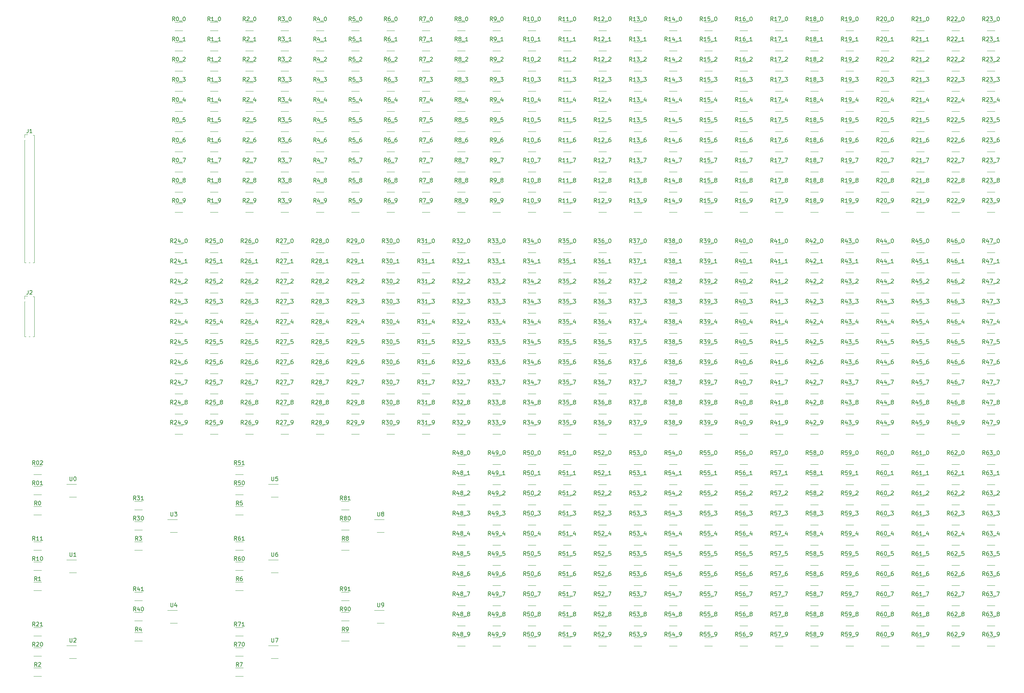
<source format=gbr>
G04 #@! TF.FileFunction,Legend,Top*
%FSLAX46Y46*%
G04 Gerber Fmt 4.6, Leading zero omitted, Abs format (unit mm)*
G04 Created by KiCad (PCBNEW 4.0.7) date 04/12/19 18:34:34*
%MOMM*%
%LPD*%
G01*
G04 APERTURE LIST*
%ADD10C,0.100000*%
%ADD11C,0.120000*%
%ADD12C,0.150000*%
G04 APERTURE END LIST*
D10*
D11*
X25960000Y-82360000D02*
X26275507Y-82360000D01*
X28064493Y-82360000D02*
X28380000Y-82360000D01*
X27064493Y-82360000D02*
X27275507Y-82360000D01*
X25960000Y-51485000D02*
X25960000Y-82360000D01*
X28380000Y-50240000D02*
X28380000Y-82360000D01*
X25960000Y-51485000D02*
X26061724Y-51485000D01*
X28064493Y-50240000D02*
X28380000Y-50240000D01*
X25960000Y-50800000D02*
X25960000Y-50115000D01*
X25960000Y-50115000D02*
X26670000Y-50115000D01*
X25960000Y-101000000D02*
X26275507Y-101000000D01*
X28064493Y-101000000D02*
X28380000Y-101000000D01*
X27064493Y-101000000D02*
X27275507Y-101000000D01*
X25960000Y-92125000D02*
X25960000Y-101000000D01*
X28380000Y-90880000D02*
X28380000Y-101000000D01*
X25960000Y-92125000D02*
X26061724Y-92125000D01*
X28064493Y-90880000D02*
X28380000Y-90880000D01*
X25960000Y-91440000D02*
X25960000Y-90755000D01*
X25960000Y-90755000D02*
X26670000Y-90755000D01*
X30210000Y-145850000D02*
X28210000Y-145850000D01*
X28210000Y-143710000D02*
X30210000Y-143710000D01*
X65770000Y-23930000D02*
X63770000Y-23930000D01*
X63770000Y-21790000D02*
X65770000Y-21790000D01*
X65770000Y-29010000D02*
X63770000Y-29010000D01*
X63770000Y-26870000D02*
X65770000Y-26870000D01*
X65770000Y-34090000D02*
X63770000Y-34090000D01*
X63770000Y-31950000D02*
X65770000Y-31950000D01*
X65770000Y-39170000D02*
X63770000Y-39170000D01*
X63770000Y-37030000D02*
X65770000Y-37030000D01*
X65770000Y-44250000D02*
X63770000Y-44250000D01*
X63770000Y-42110000D02*
X65770000Y-42110000D01*
X65770000Y-49330000D02*
X63770000Y-49330000D01*
X63770000Y-47190000D02*
X65770000Y-47190000D01*
X65770000Y-54410000D02*
X63770000Y-54410000D01*
X63770000Y-52270000D02*
X65770000Y-52270000D01*
X65770000Y-59490000D02*
X63770000Y-59490000D01*
X63770000Y-57350000D02*
X65770000Y-57350000D01*
X65770000Y-64570000D02*
X63770000Y-64570000D01*
X63770000Y-62430000D02*
X65770000Y-62430000D01*
X65770000Y-69650000D02*
X63770000Y-69650000D01*
X63770000Y-67510000D02*
X65770000Y-67510000D01*
X30210000Y-164900000D02*
X28210000Y-164900000D01*
X28210000Y-162760000D02*
X30210000Y-162760000D01*
X74660000Y-23930000D02*
X72660000Y-23930000D01*
X72660000Y-21790000D02*
X74660000Y-21790000D01*
X74660000Y-29010000D02*
X72660000Y-29010000D01*
X72660000Y-26870000D02*
X74660000Y-26870000D01*
X74660000Y-34090000D02*
X72660000Y-34090000D01*
X72660000Y-31950000D02*
X74660000Y-31950000D01*
X74660000Y-39170000D02*
X72660000Y-39170000D01*
X72660000Y-37030000D02*
X74660000Y-37030000D01*
X74660000Y-44250000D02*
X72660000Y-44250000D01*
X72660000Y-42110000D02*
X74660000Y-42110000D01*
X74660000Y-49330000D02*
X72660000Y-49330000D01*
X72660000Y-47190000D02*
X74660000Y-47190000D01*
X74660000Y-54410000D02*
X72660000Y-54410000D01*
X72660000Y-52270000D02*
X74660000Y-52270000D01*
X74660000Y-59490000D02*
X72660000Y-59490000D01*
X72660000Y-57350000D02*
X74660000Y-57350000D01*
X74660000Y-64570000D02*
X72660000Y-64570000D01*
X72660000Y-62430000D02*
X74660000Y-62430000D01*
X74660000Y-69650000D02*
X72660000Y-69650000D01*
X72660000Y-67510000D02*
X74660000Y-67510000D01*
X30210000Y-186490000D02*
X28210000Y-186490000D01*
X28210000Y-184350000D02*
X30210000Y-184350000D01*
X83550000Y-23930000D02*
X81550000Y-23930000D01*
X81550000Y-21790000D02*
X83550000Y-21790000D01*
X83550000Y-29010000D02*
X81550000Y-29010000D01*
X81550000Y-26870000D02*
X83550000Y-26870000D01*
X83550000Y-34090000D02*
X81550000Y-34090000D01*
X81550000Y-31950000D02*
X83550000Y-31950000D01*
X83550000Y-39170000D02*
X81550000Y-39170000D01*
X81550000Y-37030000D02*
X83550000Y-37030000D01*
X83550000Y-44250000D02*
X81550000Y-44250000D01*
X81550000Y-42110000D02*
X83550000Y-42110000D01*
X83550000Y-49330000D02*
X81550000Y-49330000D01*
X81550000Y-47190000D02*
X83550000Y-47190000D01*
X83550000Y-54410000D02*
X81550000Y-54410000D01*
X81550000Y-52270000D02*
X83550000Y-52270000D01*
X83550000Y-59490000D02*
X81550000Y-59490000D01*
X81550000Y-57350000D02*
X83550000Y-57350000D01*
X83550000Y-64570000D02*
X81550000Y-64570000D01*
X81550000Y-62430000D02*
X83550000Y-62430000D01*
X83550000Y-69650000D02*
X81550000Y-69650000D01*
X81550000Y-67510000D02*
X83550000Y-67510000D01*
X55610000Y-154740000D02*
X53610000Y-154740000D01*
X53610000Y-152600000D02*
X55610000Y-152600000D01*
X92440000Y-23930000D02*
X90440000Y-23930000D01*
X90440000Y-21790000D02*
X92440000Y-21790000D01*
X92440000Y-29010000D02*
X90440000Y-29010000D01*
X90440000Y-26870000D02*
X92440000Y-26870000D01*
X92440000Y-34090000D02*
X90440000Y-34090000D01*
X90440000Y-31950000D02*
X92440000Y-31950000D01*
X92440000Y-39170000D02*
X90440000Y-39170000D01*
X90440000Y-37030000D02*
X92440000Y-37030000D01*
X92440000Y-44250000D02*
X90440000Y-44250000D01*
X90440000Y-42110000D02*
X92440000Y-42110000D01*
X92440000Y-49330000D02*
X90440000Y-49330000D01*
X90440000Y-47190000D02*
X92440000Y-47190000D01*
X92440000Y-54410000D02*
X90440000Y-54410000D01*
X90440000Y-52270000D02*
X92440000Y-52270000D01*
X92440000Y-59490000D02*
X90440000Y-59490000D01*
X90440000Y-57350000D02*
X92440000Y-57350000D01*
X92440000Y-64570000D02*
X90440000Y-64570000D01*
X90440000Y-62430000D02*
X92440000Y-62430000D01*
X92440000Y-69650000D02*
X90440000Y-69650000D01*
X90440000Y-67510000D02*
X92440000Y-67510000D01*
X55610000Y-177600000D02*
X53610000Y-177600000D01*
X53610000Y-175460000D02*
X55610000Y-175460000D01*
X101330000Y-23930000D02*
X99330000Y-23930000D01*
X99330000Y-21790000D02*
X101330000Y-21790000D01*
X101330000Y-29010000D02*
X99330000Y-29010000D01*
X99330000Y-26870000D02*
X101330000Y-26870000D01*
X101330000Y-34090000D02*
X99330000Y-34090000D01*
X99330000Y-31950000D02*
X101330000Y-31950000D01*
X101330000Y-39170000D02*
X99330000Y-39170000D01*
X99330000Y-37030000D02*
X101330000Y-37030000D01*
X101330000Y-44250000D02*
X99330000Y-44250000D01*
X99330000Y-42110000D02*
X101330000Y-42110000D01*
X101330000Y-49330000D02*
X99330000Y-49330000D01*
X99330000Y-47190000D02*
X101330000Y-47190000D01*
X101330000Y-54410000D02*
X99330000Y-54410000D01*
X99330000Y-52270000D02*
X101330000Y-52270000D01*
X101330000Y-59490000D02*
X99330000Y-59490000D01*
X99330000Y-57350000D02*
X101330000Y-57350000D01*
X101330000Y-64570000D02*
X99330000Y-64570000D01*
X99330000Y-62430000D02*
X101330000Y-62430000D01*
X101330000Y-69650000D02*
X99330000Y-69650000D01*
X99330000Y-67510000D02*
X101330000Y-67510000D01*
X81010000Y-145850000D02*
X79010000Y-145850000D01*
X79010000Y-143710000D02*
X81010000Y-143710000D01*
X110220000Y-23930000D02*
X108220000Y-23930000D01*
X108220000Y-21790000D02*
X110220000Y-21790000D01*
X110220000Y-29010000D02*
X108220000Y-29010000D01*
X108220000Y-26870000D02*
X110220000Y-26870000D01*
X110220000Y-34090000D02*
X108220000Y-34090000D01*
X108220000Y-31950000D02*
X110220000Y-31950000D01*
X110220000Y-39170000D02*
X108220000Y-39170000D01*
X108220000Y-37030000D02*
X110220000Y-37030000D01*
X110220000Y-44250000D02*
X108220000Y-44250000D01*
X108220000Y-42110000D02*
X110220000Y-42110000D01*
X110220000Y-49330000D02*
X108220000Y-49330000D01*
X108220000Y-47190000D02*
X110220000Y-47190000D01*
X110220000Y-54410000D02*
X108220000Y-54410000D01*
X108220000Y-52270000D02*
X110220000Y-52270000D01*
X110220000Y-59490000D02*
X108220000Y-59490000D01*
X108220000Y-57350000D02*
X110220000Y-57350000D01*
X110220000Y-64570000D02*
X108220000Y-64570000D01*
X108220000Y-62430000D02*
X110220000Y-62430000D01*
X110220000Y-69650000D02*
X108220000Y-69650000D01*
X108220000Y-67510000D02*
X110220000Y-67510000D01*
X81010000Y-164900000D02*
X79010000Y-164900000D01*
X79010000Y-162760000D02*
X81010000Y-162760000D01*
X119110000Y-23930000D02*
X117110000Y-23930000D01*
X117110000Y-21790000D02*
X119110000Y-21790000D01*
X119110000Y-29010000D02*
X117110000Y-29010000D01*
X117110000Y-26870000D02*
X119110000Y-26870000D01*
X119110000Y-34090000D02*
X117110000Y-34090000D01*
X117110000Y-31950000D02*
X119110000Y-31950000D01*
X119110000Y-39170000D02*
X117110000Y-39170000D01*
X117110000Y-37030000D02*
X119110000Y-37030000D01*
X119110000Y-44250000D02*
X117110000Y-44250000D01*
X117110000Y-42110000D02*
X119110000Y-42110000D01*
X119110000Y-49330000D02*
X117110000Y-49330000D01*
X117110000Y-47190000D02*
X119110000Y-47190000D01*
X119110000Y-54410000D02*
X117110000Y-54410000D01*
X117110000Y-52270000D02*
X119110000Y-52270000D01*
X119110000Y-59490000D02*
X117110000Y-59490000D01*
X117110000Y-57350000D02*
X119110000Y-57350000D01*
X119110000Y-64570000D02*
X117110000Y-64570000D01*
X117110000Y-62430000D02*
X119110000Y-62430000D01*
X119110000Y-69650000D02*
X117110000Y-69650000D01*
X117110000Y-67510000D02*
X119110000Y-67510000D01*
X81010000Y-186490000D02*
X79010000Y-186490000D01*
X79010000Y-184350000D02*
X81010000Y-184350000D01*
X128000000Y-23930000D02*
X126000000Y-23930000D01*
X126000000Y-21790000D02*
X128000000Y-21790000D01*
X128000000Y-29010000D02*
X126000000Y-29010000D01*
X126000000Y-26870000D02*
X128000000Y-26870000D01*
X128000000Y-34090000D02*
X126000000Y-34090000D01*
X126000000Y-31950000D02*
X128000000Y-31950000D01*
X128000000Y-39170000D02*
X126000000Y-39170000D01*
X126000000Y-37030000D02*
X128000000Y-37030000D01*
X128000000Y-44250000D02*
X126000000Y-44250000D01*
X126000000Y-42110000D02*
X128000000Y-42110000D01*
X128000000Y-49330000D02*
X126000000Y-49330000D01*
X126000000Y-47190000D02*
X128000000Y-47190000D01*
X128000000Y-54410000D02*
X126000000Y-54410000D01*
X126000000Y-52270000D02*
X128000000Y-52270000D01*
X128000000Y-59490000D02*
X126000000Y-59490000D01*
X126000000Y-57350000D02*
X128000000Y-57350000D01*
X128000000Y-64570000D02*
X126000000Y-64570000D01*
X126000000Y-62430000D02*
X128000000Y-62430000D01*
X128000000Y-69650000D02*
X126000000Y-69650000D01*
X126000000Y-67510000D02*
X128000000Y-67510000D01*
X107680000Y-154740000D02*
X105680000Y-154740000D01*
X105680000Y-152600000D02*
X107680000Y-152600000D01*
X136890000Y-23930000D02*
X134890000Y-23930000D01*
X134890000Y-21790000D02*
X136890000Y-21790000D01*
X136890000Y-29010000D02*
X134890000Y-29010000D01*
X134890000Y-26870000D02*
X136890000Y-26870000D01*
X136890000Y-34090000D02*
X134890000Y-34090000D01*
X134890000Y-31950000D02*
X136890000Y-31950000D01*
X136890000Y-39170000D02*
X134890000Y-39170000D01*
X134890000Y-37030000D02*
X136890000Y-37030000D01*
X136890000Y-44250000D02*
X134890000Y-44250000D01*
X134890000Y-42110000D02*
X136890000Y-42110000D01*
X136890000Y-49330000D02*
X134890000Y-49330000D01*
X134890000Y-47190000D02*
X136890000Y-47190000D01*
X136890000Y-54410000D02*
X134890000Y-54410000D01*
X134890000Y-52270000D02*
X136890000Y-52270000D01*
X136890000Y-59490000D02*
X134890000Y-59490000D01*
X134890000Y-57350000D02*
X136890000Y-57350000D01*
X136890000Y-64570000D02*
X134890000Y-64570000D01*
X134890000Y-62430000D02*
X136890000Y-62430000D01*
X136890000Y-69650000D02*
X134890000Y-69650000D01*
X134890000Y-67510000D02*
X136890000Y-67510000D01*
X107680000Y-177600000D02*
X105680000Y-177600000D01*
X105680000Y-175460000D02*
X107680000Y-175460000D01*
X145780000Y-23930000D02*
X143780000Y-23930000D01*
X143780000Y-21790000D02*
X145780000Y-21790000D01*
X145780000Y-29010000D02*
X143780000Y-29010000D01*
X143780000Y-26870000D02*
X145780000Y-26870000D01*
X145780000Y-34090000D02*
X143780000Y-34090000D01*
X143780000Y-31950000D02*
X145780000Y-31950000D01*
X145780000Y-39170000D02*
X143780000Y-39170000D01*
X143780000Y-37030000D02*
X145780000Y-37030000D01*
X145780000Y-44250000D02*
X143780000Y-44250000D01*
X143780000Y-42110000D02*
X145780000Y-42110000D01*
X145780000Y-49330000D02*
X143780000Y-49330000D01*
X143780000Y-47190000D02*
X145780000Y-47190000D01*
X145780000Y-54410000D02*
X143780000Y-54410000D01*
X143780000Y-52270000D02*
X145780000Y-52270000D01*
X145780000Y-59490000D02*
X143780000Y-59490000D01*
X143780000Y-57350000D02*
X145780000Y-57350000D01*
X145780000Y-64570000D02*
X143780000Y-64570000D01*
X143780000Y-62430000D02*
X145780000Y-62430000D01*
X145780000Y-69650000D02*
X143780000Y-69650000D01*
X143780000Y-67510000D02*
X145780000Y-67510000D01*
X154670000Y-23930000D02*
X152670000Y-23930000D01*
X152670000Y-21790000D02*
X154670000Y-21790000D01*
X154670000Y-29010000D02*
X152670000Y-29010000D01*
X152670000Y-26870000D02*
X154670000Y-26870000D01*
X154670000Y-34090000D02*
X152670000Y-34090000D01*
X152670000Y-31950000D02*
X154670000Y-31950000D01*
X154670000Y-39170000D02*
X152670000Y-39170000D01*
X152670000Y-37030000D02*
X154670000Y-37030000D01*
X154670000Y-44250000D02*
X152670000Y-44250000D01*
X152670000Y-42110000D02*
X154670000Y-42110000D01*
X154670000Y-49330000D02*
X152670000Y-49330000D01*
X152670000Y-47190000D02*
X154670000Y-47190000D01*
X154670000Y-54410000D02*
X152670000Y-54410000D01*
X152670000Y-52270000D02*
X154670000Y-52270000D01*
X154670000Y-59490000D02*
X152670000Y-59490000D01*
X152670000Y-57350000D02*
X154670000Y-57350000D01*
X154670000Y-64570000D02*
X152670000Y-64570000D01*
X152670000Y-62430000D02*
X154670000Y-62430000D01*
X154670000Y-69650000D02*
X152670000Y-69650000D01*
X152670000Y-67510000D02*
X154670000Y-67510000D01*
X163560000Y-23930000D02*
X161560000Y-23930000D01*
X161560000Y-21790000D02*
X163560000Y-21790000D01*
X163560000Y-29010000D02*
X161560000Y-29010000D01*
X161560000Y-26870000D02*
X163560000Y-26870000D01*
X163560000Y-34090000D02*
X161560000Y-34090000D01*
X161560000Y-31950000D02*
X163560000Y-31950000D01*
X163560000Y-39170000D02*
X161560000Y-39170000D01*
X161560000Y-37030000D02*
X163560000Y-37030000D01*
X163560000Y-44250000D02*
X161560000Y-44250000D01*
X161560000Y-42110000D02*
X163560000Y-42110000D01*
X163560000Y-49330000D02*
X161560000Y-49330000D01*
X161560000Y-47190000D02*
X163560000Y-47190000D01*
X163560000Y-54410000D02*
X161560000Y-54410000D01*
X161560000Y-52270000D02*
X163560000Y-52270000D01*
X163560000Y-59490000D02*
X161560000Y-59490000D01*
X161560000Y-57350000D02*
X163560000Y-57350000D01*
X163560000Y-64570000D02*
X161560000Y-64570000D01*
X161560000Y-62430000D02*
X163560000Y-62430000D01*
X163560000Y-69650000D02*
X161560000Y-69650000D01*
X161560000Y-67510000D02*
X163560000Y-67510000D01*
X172450000Y-23930000D02*
X170450000Y-23930000D01*
X170450000Y-21790000D02*
X172450000Y-21790000D01*
X172450000Y-29010000D02*
X170450000Y-29010000D01*
X170450000Y-26870000D02*
X172450000Y-26870000D01*
X172450000Y-34090000D02*
X170450000Y-34090000D01*
X170450000Y-31950000D02*
X172450000Y-31950000D01*
X172450000Y-39170000D02*
X170450000Y-39170000D01*
X170450000Y-37030000D02*
X172450000Y-37030000D01*
X172450000Y-44250000D02*
X170450000Y-44250000D01*
X170450000Y-42110000D02*
X172450000Y-42110000D01*
X172450000Y-49330000D02*
X170450000Y-49330000D01*
X170450000Y-47190000D02*
X172450000Y-47190000D01*
X172450000Y-54410000D02*
X170450000Y-54410000D01*
X170450000Y-52270000D02*
X172450000Y-52270000D01*
X172450000Y-59490000D02*
X170450000Y-59490000D01*
X170450000Y-57350000D02*
X172450000Y-57350000D01*
X172450000Y-64570000D02*
X170450000Y-64570000D01*
X170450000Y-62430000D02*
X172450000Y-62430000D01*
X172450000Y-69650000D02*
X170450000Y-69650000D01*
X170450000Y-67510000D02*
X172450000Y-67510000D01*
X181340000Y-23930000D02*
X179340000Y-23930000D01*
X179340000Y-21790000D02*
X181340000Y-21790000D01*
X181340000Y-29010000D02*
X179340000Y-29010000D01*
X179340000Y-26870000D02*
X181340000Y-26870000D01*
X181340000Y-34090000D02*
X179340000Y-34090000D01*
X179340000Y-31950000D02*
X181340000Y-31950000D01*
X181340000Y-39170000D02*
X179340000Y-39170000D01*
X179340000Y-37030000D02*
X181340000Y-37030000D01*
X181340000Y-44250000D02*
X179340000Y-44250000D01*
X179340000Y-42110000D02*
X181340000Y-42110000D01*
X181340000Y-49330000D02*
X179340000Y-49330000D01*
X179340000Y-47190000D02*
X181340000Y-47190000D01*
X181340000Y-54410000D02*
X179340000Y-54410000D01*
X179340000Y-52270000D02*
X181340000Y-52270000D01*
X181340000Y-59490000D02*
X179340000Y-59490000D01*
X179340000Y-57350000D02*
X181340000Y-57350000D01*
X181340000Y-64570000D02*
X179340000Y-64570000D01*
X179340000Y-62430000D02*
X181340000Y-62430000D01*
X181340000Y-69650000D02*
X179340000Y-69650000D01*
X179340000Y-67510000D02*
X181340000Y-67510000D01*
X190230000Y-23930000D02*
X188230000Y-23930000D01*
X188230000Y-21790000D02*
X190230000Y-21790000D01*
X190230000Y-29010000D02*
X188230000Y-29010000D01*
X188230000Y-26870000D02*
X190230000Y-26870000D01*
X190230000Y-34090000D02*
X188230000Y-34090000D01*
X188230000Y-31950000D02*
X190230000Y-31950000D01*
X190230000Y-39170000D02*
X188230000Y-39170000D01*
X188230000Y-37030000D02*
X190230000Y-37030000D01*
X190230000Y-44250000D02*
X188230000Y-44250000D01*
X188230000Y-42110000D02*
X190230000Y-42110000D01*
X190230000Y-49330000D02*
X188230000Y-49330000D01*
X188230000Y-47190000D02*
X190230000Y-47190000D01*
X190230000Y-54410000D02*
X188230000Y-54410000D01*
X188230000Y-52270000D02*
X190230000Y-52270000D01*
X190230000Y-59490000D02*
X188230000Y-59490000D01*
X188230000Y-57350000D02*
X190230000Y-57350000D01*
X190230000Y-64570000D02*
X188230000Y-64570000D01*
X188230000Y-62430000D02*
X190230000Y-62430000D01*
X190230000Y-69650000D02*
X188230000Y-69650000D01*
X188230000Y-67510000D02*
X190230000Y-67510000D01*
X199120000Y-23930000D02*
X197120000Y-23930000D01*
X197120000Y-21790000D02*
X199120000Y-21790000D01*
X199120000Y-29010000D02*
X197120000Y-29010000D01*
X197120000Y-26870000D02*
X199120000Y-26870000D01*
X199120000Y-34090000D02*
X197120000Y-34090000D01*
X197120000Y-31950000D02*
X199120000Y-31950000D01*
X199120000Y-39170000D02*
X197120000Y-39170000D01*
X197120000Y-37030000D02*
X199120000Y-37030000D01*
X199120000Y-44250000D02*
X197120000Y-44250000D01*
X197120000Y-42110000D02*
X199120000Y-42110000D01*
X199120000Y-49330000D02*
X197120000Y-49330000D01*
X197120000Y-47190000D02*
X199120000Y-47190000D01*
X199120000Y-54410000D02*
X197120000Y-54410000D01*
X197120000Y-52270000D02*
X199120000Y-52270000D01*
X199120000Y-59490000D02*
X197120000Y-59490000D01*
X197120000Y-57350000D02*
X199120000Y-57350000D01*
X199120000Y-64570000D02*
X197120000Y-64570000D01*
X197120000Y-62430000D02*
X199120000Y-62430000D01*
X199120000Y-69650000D02*
X197120000Y-69650000D01*
X197120000Y-67510000D02*
X199120000Y-67510000D01*
X208010000Y-23930000D02*
X206010000Y-23930000D01*
X206010000Y-21790000D02*
X208010000Y-21790000D01*
X208010000Y-29010000D02*
X206010000Y-29010000D01*
X206010000Y-26870000D02*
X208010000Y-26870000D01*
X208010000Y-34090000D02*
X206010000Y-34090000D01*
X206010000Y-31950000D02*
X208010000Y-31950000D01*
X208010000Y-39170000D02*
X206010000Y-39170000D01*
X206010000Y-37030000D02*
X208010000Y-37030000D01*
X208010000Y-44250000D02*
X206010000Y-44250000D01*
X206010000Y-42110000D02*
X208010000Y-42110000D01*
X208010000Y-49330000D02*
X206010000Y-49330000D01*
X206010000Y-47190000D02*
X208010000Y-47190000D01*
X208010000Y-54410000D02*
X206010000Y-54410000D01*
X206010000Y-52270000D02*
X208010000Y-52270000D01*
X208010000Y-59490000D02*
X206010000Y-59490000D01*
X206010000Y-57350000D02*
X208010000Y-57350000D01*
X208010000Y-64570000D02*
X206010000Y-64570000D01*
X206010000Y-62430000D02*
X208010000Y-62430000D01*
X208010000Y-69650000D02*
X206010000Y-69650000D01*
X206010000Y-67510000D02*
X208010000Y-67510000D01*
X216900000Y-23930000D02*
X214900000Y-23930000D01*
X214900000Y-21790000D02*
X216900000Y-21790000D01*
X216900000Y-29010000D02*
X214900000Y-29010000D01*
X214900000Y-26870000D02*
X216900000Y-26870000D01*
X216900000Y-34090000D02*
X214900000Y-34090000D01*
X214900000Y-31950000D02*
X216900000Y-31950000D01*
X216900000Y-39170000D02*
X214900000Y-39170000D01*
X214900000Y-37030000D02*
X216900000Y-37030000D01*
X216900000Y-44250000D02*
X214900000Y-44250000D01*
X214900000Y-42110000D02*
X216900000Y-42110000D01*
X216900000Y-49330000D02*
X214900000Y-49330000D01*
X214900000Y-47190000D02*
X216900000Y-47190000D01*
X216900000Y-54410000D02*
X214900000Y-54410000D01*
X214900000Y-52270000D02*
X216900000Y-52270000D01*
X216900000Y-59490000D02*
X214900000Y-59490000D01*
X214900000Y-57350000D02*
X216900000Y-57350000D01*
X216900000Y-64570000D02*
X214900000Y-64570000D01*
X214900000Y-62430000D02*
X216900000Y-62430000D01*
X216900000Y-69650000D02*
X214900000Y-69650000D01*
X214900000Y-67510000D02*
X216900000Y-67510000D01*
X225790000Y-23930000D02*
X223790000Y-23930000D01*
X223790000Y-21790000D02*
X225790000Y-21790000D01*
X225790000Y-29010000D02*
X223790000Y-29010000D01*
X223790000Y-26870000D02*
X225790000Y-26870000D01*
X225790000Y-34090000D02*
X223790000Y-34090000D01*
X223790000Y-31950000D02*
X225790000Y-31950000D01*
X225790000Y-39170000D02*
X223790000Y-39170000D01*
X223790000Y-37030000D02*
X225790000Y-37030000D01*
X225790000Y-44250000D02*
X223790000Y-44250000D01*
X223790000Y-42110000D02*
X225790000Y-42110000D01*
X225790000Y-49330000D02*
X223790000Y-49330000D01*
X223790000Y-47190000D02*
X225790000Y-47190000D01*
X225790000Y-54410000D02*
X223790000Y-54410000D01*
X223790000Y-52270000D02*
X225790000Y-52270000D01*
X225790000Y-59490000D02*
X223790000Y-59490000D01*
X223790000Y-57350000D02*
X225790000Y-57350000D01*
X225790000Y-64570000D02*
X223790000Y-64570000D01*
X223790000Y-62430000D02*
X225790000Y-62430000D01*
X225790000Y-69650000D02*
X223790000Y-69650000D01*
X223790000Y-67510000D02*
X225790000Y-67510000D01*
X234680000Y-23930000D02*
X232680000Y-23930000D01*
X232680000Y-21790000D02*
X234680000Y-21790000D01*
X234680000Y-29010000D02*
X232680000Y-29010000D01*
X232680000Y-26870000D02*
X234680000Y-26870000D01*
X234680000Y-34090000D02*
X232680000Y-34090000D01*
X232680000Y-31950000D02*
X234680000Y-31950000D01*
X234680000Y-39170000D02*
X232680000Y-39170000D01*
X232680000Y-37030000D02*
X234680000Y-37030000D01*
X234680000Y-44250000D02*
X232680000Y-44250000D01*
X232680000Y-42110000D02*
X234680000Y-42110000D01*
X234680000Y-49330000D02*
X232680000Y-49330000D01*
X232680000Y-47190000D02*
X234680000Y-47190000D01*
X234680000Y-54410000D02*
X232680000Y-54410000D01*
X232680000Y-52270000D02*
X234680000Y-52270000D01*
X234680000Y-59490000D02*
X232680000Y-59490000D01*
X232680000Y-57350000D02*
X234680000Y-57350000D01*
X234680000Y-64570000D02*
X232680000Y-64570000D01*
X232680000Y-62430000D02*
X234680000Y-62430000D01*
X234680000Y-69650000D02*
X232680000Y-69650000D01*
X232680000Y-67510000D02*
X234680000Y-67510000D01*
X243570000Y-23930000D02*
X241570000Y-23930000D01*
X241570000Y-21790000D02*
X243570000Y-21790000D01*
X243570000Y-29010000D02*
X241570000Y-29010000D01*
X241570000Y-26870000D02*
X243570000Y-26870000D01*
X243570000Y-34090000D02*
X241570000Y-34090000D01*
X241570000Y-31950000D02*
X243570000Y-31950000D01*
X243570000Y-39170000D02*
X241570000Y-39170000D01*
X241570000Y-37030000D02*
X243570000Y-37030000D01*
X243570000Y-44250000D02*
X241570000Y-44250000D01*
X241570000Y-42110000D02*
X243570000Y-42110000D01*
X243570000Y-49330000D02*
X241570000Y-49330000D01*
X241570000Y-47190000D02*
X243570000Y-47190000D01*
X243570000Y-54410000D02*
X241570000Y-54410000D01*
X241570000Y-52270000D02*
X243570000Y-52270000D01*
X243570000Y-59490000D02*
X241570000Y-59490000D01*
X241570000Y-57350000D02*
X243570000Y-57350000D01*
X243570000Y-64570000D02*
X241570000Y-64570000D01*
X241570000Y-62430000D02*
X243570000Y-62430000D01*
X243570000Y-69650000D02*
X241570000Y-69650000D01*
X241570000Y-67510000D02*
X243570000Y-67510000D01*
X252460000Y-23930000D02*
X250460000Y-23930000D01*
X250460000Y-21790000D02*
X252460000Y-21790000D01*
X252460000Y-29010000D02*
X250460000Y-29010000D01*
X250460000Y-26870000D02*
X252460000Y-26870000D01*
X252460000Y-34090000D02*
X250460000Y-34090000D01*
X250460000Y-31950000D02*
X252460000Y-31950000D01*
X252460000Y-39170000D02*
X250460000Y-39170000D01*
X250460000Y-37030000D02*
X252460000Y-37030000D01*
X252460000Y-44250000D02*
X250460000Y-44250000D01*
X250460000Y-42110000D02*
X252460000Y-42110000D01*
X252460000Y-49330000D02*
X250460000Y-49330000D01*
X250460000Y-47190000D02*
X252460000Y-47190000D01*
X252460000Y-54410000D02*
X250460000Y-54410000D01*
X250460000Y-52270000D02*
X252460000Y-52270000D01*
X252460000Y-59490000D02*
X250460000Y-59490000D01*
X250460000Y-57350000D02*
X252460000Y-57350000D01*
X252460000Y-64570000D02*
X250460000Y-64570000D01*
X250460000Y-62430000D02*
X252460000Y-62430000D01*
X252460000Y-69650000D02*
X250460000Y-69650000D01*
X250460000Y-67510000D02*
X252460000Y-67510000D01*
X261350000Y-23930000D02*
X259350000Y-23930000D01*
X259350000Y-21790000D02*
X261350000Y-21790000D01*
X261350000Y-29010000D02*
X259350000Y-29010000D01*
X259350000Y-26870000D02*
X261350000Y-26870000D01*
X261350000Y-34090000D02*
X259350000Y-34090000D01*
X259350000Y-31950000D02*
X261350000Y-31950000D01*
X261350000Y-39170000D02*
X259350000Y-39170000D01*
X259350000Y-37030000D02*
X261350000Y-37030000D01*
X261350000Y-44250000D02*
X259350000Y-44250000D01*
X259350000Y-42110000D02*
X261350000Y-42110000D01*
X261350000Y-49330000D02*
X259350000Y-49330000D01*
X259350000Y-47190000D02*
X261350000Y-47190000D01*
X261350000Y-54410000D02*
X259350000Y-54410000D01*
X259350000Y-52270000D02*
X261350000Y-52270000D01*
X261350000Y-59490000D02*
X259350000Y-59490000D01*
X259350000Y-57350000D02*
X261350000Y-57350000D01*
X261350000Y-64570000D02*
X259350000Y-64570000D01*
X259350000Y-62430000D02*
X261350000Y-62430000D01*
X261350000Y-69650000D02*
X259350000Y-69650000D01*
X259350000Y-67510000D02*
X261350000Y-67510000D01*
X270240000Y-23930000D02*
X268240000Y-23930000D01*
X268240000Y-21790000D02*
X270240000Y-21790000D01*
X270240000Y-29010000D02*
X268240000Y-29010000D01*
X268240000Y-26870000D02*
X270240000Y-26870000D01*
X270240000Y-34090000D02*
X268240000Y-34090000D01*
X268240000Y-31950000D02*
X270240000Y-31950000D01*
X270240000Y-39170000D02*
X268240000Y-39170000D01*
X268240000Y-37030000D02*
X270240000Y-37030000D01*
X270240000Y-44250000D02*
X268240000Y-44250000D01*
X268240000Y-42110000D02*
X270240000Y-42110000D01*
X270240000Y-49330000D02*
X268240000Y-49330000D01*
X268240000Y-47190000D02*
X270240000Y-47190000D01*
X270240000Y-54410000D02*
X268240000Y-54410000D01*
X268240000Y-52270000D02*
X270240000Y-52270000D01*
X270240000Y-59490000D02*
X268240000Y-59490000D01*
X268240000Y-57350000D02*
X270240000Y-57350000D01*
X270240000Y-64570000D02*
X268240000Y-64570000D01*
X268240000Y-62430000D02*
X270240000Y-62430000D01*
X270240000Y-69650000D02*
X268240000Y-69650000D01*
X268240000Y-67510000D02*
X270240000Y-67510000D01*
X65770000Y-79810000D02*
X63770000Y-79810000D01*
X63770000Y-77670000D02*
X65770000Y-77670000D01*
X65770000Y-84890000D02*
X63770000Y-84890000D01*
X63770000Y-82750000D02*
X65770000Y-82750000D01*
X65770000Y-89970000D02*
X63770000Y-89970000D01*
X63770000Y-87830000D02*
X65770000Y-87830000D01*
X65770000Y-95050000D02*
X63770000Y-95050000D01*
X63770000Y-92910000D02*
X65770000Y-92910000D01*
X65770000Y-100130000D02*
X63770000Y-100130000D01*
X63770000Y-97990000D02*
X65770000Y-97990000D01*
X65770000Y-105210000D02*
X63770000Y-105210000D01*
X63770000Y-103070000D02*
X65770000Y-103070000D01*
X65770000Y-110290000D02*
X63770000Y-110290000D01*
X63770000Y-108150000D02*
X65770000Y-108150000D01*
X65770000Y-115370000D02*
X63770000Y-115370000D01*
X63770000Y-113230000D02*
X65770000Y-113230000D01*
X65770000Y-120450000D02*
X63770000Y-120450000D01*
X63770000Y-118310000D02*
X65770000Y-118310000D01*
X65770000Y-125530000D02*
X63770000Y-125530000D01*
X63770000Y-123390000D02*
X65770000Y-123390000D01*
X74660000Y-79810000D02*
X72660000Y-79810000D01*
X72660000Y-77670000D02*
X74660000Y-77670000D01*
X74660000Y-84890000D02*
X72660000Y-84890000D01*
X72660000Y-82750000D02*
X74660000Y-82750000D01*
X74660000Y-89970000D02*
X72660000Y-89970000D01*
X72660000Y-87830000D02*
X74660000Y-87830000D01*
X74660000Y-95050000D02*
X72660000Y-95050000D01*
X72660000Y-92910000D02*
X74660000Y-92910000D01*
X74660000Y-100130000D02*
X72660000Y-100130000D01*
X72660000Y-97990000D02*
X74660000Y-97990000D01*
X74660000Y-105210000D02*
X72660000Y-105210000D01*
X72660000Y-103070000D02*
X74660000Y-103070000D01*
X74660000Y-110290000D02*
X72660000Y-110290000D01*
X72660000Y-108150000D02*
X74660000Y-108150000D01*
X74660000Y-115370000D02*
X72660000Y-115370000D01*
X72660000Y-113230000D02*
X74660000Y-113230000D01*
X74660000Y-120450000D02*
X72660000Y-120450000D01*
X72660000Y-118310000D02*
X74660000Y-118310000D01*
X74660000Y-125530000D02*
X72660000Y-125530000D01*
X72660000Y-123390000D02*
X74660000Y-123390000D01*
X83550000Y-79810000D02*
X81550000Y-79810000D01*
X81550000Y-77670000D02*
X83550000Y-77670000D01*
X83550000Y-84890000D02*
X81550000Y-84890000D01*
X81550000Y-82750000D02*
X83550000Y-82750000D01*
X83550000Y-89970000D02*
X81550000Y-89970000D01*
X81550000Y-87830000D02*
X83550000Y-87830000D01*
X83550000Y-95050000D02*
X81550000Y-95050000D01*
X81550000Y-92910000D02*
X83550000Y-92910000D01*
X83550000Y-100130000D02*
X81550000Y-100130000D01*
X81550000Y-97990000D02*
X83550000Y-97990000D01*
X83550000Y-105210000D02*
X81550000Y-105210000D01*
X81550000Y-103070000D02*
X83550000Y-103070000D01*
X83550000Y-110290000D02*
X81550000Y-110290000D01*
X81550000Y-108150000D02*
X83550000Y-108150000D01*
X83550000Y-115370000D02*
X81550000Y-115370000D01*
X81550000Y-113230000D02*
X83550000Y-113230000D01*
X83550000Y-120450000D02*
X81550000Y-120450000D01*
X81550000Y-118310000D02*
X83550000Y-118310000D01*
X83550000Y-125530000D02*
X81550000Y-125530000D01*
X81550000Y-123390000D02*
X83550000Y-123390000D01*
X92440000Y-79810000D02*
X90440000Y-79810000D01*
X90440000Y-77670000D02*
X92440000Y-77670000D01*
X92440000Y-84890000D02*
X90440000Y-84890000D01*
X90440000Y-82750000D02*
X92440000Y-82750000D01*
X92440000Y-89970000D02*
X90440000Y-89970000D01*
X90440000Y-87830000D02*
X92440000Y-87830000D01*
X92440000Y-95050000D02*
X90440000Y-95050000D01*
X90440000Y-92910000D02*
X92440000Y-92910000D01*
X92440000Y-100130000D02*
X90440000Y-100130000D01*
X90440000Y-97990000D02*
X92440000Y-97990000D01*
X92440000Y-105210000D02*
X90440000Y-105210000D01*
X90440000Y-103070000D02*
X92440000Y-103070000D01*
X92440000Y-110290000D02*
X90440000Y-110290000D01*
X90440000Y-108150000D02*
X92440000Y-108150000D01*
X92440000Y-115370000D02*
X90440000Y-115370000D01*
X90440000Y-113230000D02*
X92440000Y-113230000D01*
X92440000Y-120450000D02*
X90440000Y-120450000D01*
X90440000Y-118310000D02*
X92440000Y-118310000D01*
X92440000Y-125530000D02*
X90440000Y-125530000D01*
X90440000Y-123390000D02*
X92440000Y-123390000D01*
X101330000Y-79810000D02*
X99330000Y-79810000D01*
X99330000Y-77670000D02*
X101330000Y-77670000D01*
X101330000Y-84890000D02*
X99330000Y-84890000D01*
X99330000Y-82750000D02*
X101330000Y-82750000D01*
X101330000Y-89970000D02*
X99330000Y-89970000D01*
X99330000Y-87830000D02*
X101330000Y-87830000D01*
X101330000Y-95050000D02*
X99330000Y-95050000D01*
X99330000Y-92910000D02*
X101330000Y-92910000D01*
X101330000Y-100130000D02*
X99330000Y-100130000D01*
X99330000Y-97990000D02*
X101330000Y-97990000D01*
X101330000Y-105210000D02*
X99330000Y-105210000D01*
X99330000Y-103070000D02*
X101330000Y-103070000D01*
X101330000Y-110290000D02*
X99330000Y-110290000D01*
X99330000Y-108150000D02*
X101330000Y-108150000D01*
X101330000Y-115370000D02*
X99330000Y-115370000D01*
X99330000Y-113230000D02*
X101330000Y-113230000D01*
X101330000Y-120450000D02*
X99330000Y-120450000D01*
X99330000Y-118310000D02*
X101330000Y-118310000D01*
X101330000Y-125530000D02*
X99330000Y-125530000D01*
X99330000Y-123390000D02*
X101330000Y-123390000D01*
X110220000Y-79810000D02*
X108220000Y-79810000D01*
X108220000Y-77670000D02*
X110220000Y-77670000D01*
X110220000Y-84890000D02*
X108220000Y-84890000D01*
X108220000Y-82750000D02*
X110220000Y-82750000D01*
X110220000Y-89970000D02*
X108220000Y-89970000D01*
X108220000Y-87830000D02*
X110220000Y-87830000D01*
X110220000Y-95050000D02*
X108220000Y-95050000D01*
X108220000Y-92910000D02*
X110220000Y-92910000D01*
X110220000Y-100130000D02*
X108220000Y-100130000D01*
X108220000Y-97990000D02*
X110220000Y-97990000D01*
X110220000Y-105210000D02*
X108220000Y-105210000D01*
X108220000Y-103070000D02*
X110220000Y-103070000D01*
X110220000Y-110290000D02*
X108220000Y-110290000D01*
X108220000Y-108150000D02*
X110220000Y-108150000D01*
X110220000Y-115370000D02*
X108220000Y-115370000D01*
X108220000Y-113230000D02*
X110220000Y-113230000D01*
X110220000Y-120450000D02*
X108220000Y-120450000D01*
X108220000Y-118310000D02*
X110220000Y-118310000D01*
X110220000Y-125530000D02*
X108220000Y-125530000D01*
X108220000Y-123390000D02*
X110220000Y-123390000D01*
X119110000Y-79810000D02*
X117110000Y-79810000D01*
X117110000Y-77670000D02*
X119110000Y-77670000D01*
X119110000Y-84890000D02*
X117110000Y-84890000D01*
X117110000Y-82750000D02*
X119110000Y-82750000D01*
X119110000Y-89970000D02*
X117110000Y-89970000D01*
X117110000Y-87830000D02*
X119110000Y-87830000D01*
X119110000Y-95050000D02*
X117110000Y-95050000D01*
X117110000Y-92910000D02*
X119110000Y-92910000D01*
X119110000Y-100130000D02*
X117110000Y-100130000D01*
X117110000Y-97990000D02*
X119110000Y-97990000D01*
X119110000Y-105210000D02*
X117110000Y-105210000D01*
X117110000Y-103070000D02*
X119110000Y-103070000D01*
X119110000Y-110290000D02*
X117110000Y-110290000D01*
X117110000Y-108150000D02*
X119110000Y-108150000D01*
X119110000Y-115370000D02*
X117110000Y-115370000D01*
X117110000Y-113230000D02*
X119110000Y-113230000D01*
X119110000Y-120450000D02*
X117110000Y-120450000D01*
X117110000Y-118310000D02*
X119110000Y-118310000D01*
X119110000Y-125530000D02*
X117110000Y-125530000D01*
X117110000Y-123390000D02*
X119110000Y-123390000D01*
X128000000Y-79810000D02*
X126000000Y-79810000D01*
X126000000Y-77670000D02*
X128000000Y-77670000D01*
X128000000Y-84890000D02*
X126000000Y-84890000D01*
X126000000Y-82750000D02*
X128000000Y-82750000D01*
X128000000Y-89970000D02*
X126000000Y-89970000D01*
X126000000Y-87830000D02*
X128000000Y-87830000D01*
X128000000Y-95050000D02*
X126000000Y-95050000D01*
X126000000Y-92910000D02*
X128000000Y-92910000D01*
X128000000Y-100130000D02*
X126000000Y-100130000D01*
X126000000Y-97990000D02*
X128000000Y-97990000D01*
X128000000Y-105210000D02*
X126000000Y-105210000D01*
X126000000Y-103070000D02*
X128000000Y-103070000D01*
X128000000Y-110290000D02*
X126000000Y-110290000D01*
X126000000Y-108150000D02*
X128000000Y-108150000D01*
X128000000Y-115370000D02*
X126000000Y-115370000D01*
X126000000Y-113230000D02*
X128000000Y-113230000D01*
X128000000Y-120450000D02*
X126000000Y-120450000D01*
X126000000Y-118310000D02*
X128000000Y-118310000D01*
X128000000Y-125530000D02*
X126000000Y-125530000D01*
X126000000Y-123390000D02*
X128000000Y-123390000D01*
X136890000Y-79810000D02*
X134890000Y-79810000D01*
X134890000Y-77670000D02*
X136890000Y-77670000D01*
X136890000Y-84890000D02*
X134890000Y-84890000D01*
X134890000Y-82750000D02*
X136890000Y-82750000D01*
X136890000Y-89970000D02*
X134890000Y-89970000D01*
X134890000Y-87830000D02*
X136890000Y-87830000D01*
X136890000Y-95050000D02*
X134890000Y-95050000D01*
X134890000Y-92910000D02*
X136890000Y-92910000D01*
X136890000Y-100130000D02*
X134890000Y-100130000D01*
X134890000Y-97990000D02*
X136890000Y-97990000D01*
X136890000Y-105210000D02*
X134890000Y-105210000D01*
X134890000Y-103070000D02*
X136890000Y-103070000D01*
X136890000Y-110290000D02*
X134890000Y-110290000D01*
X134890000Y-108150000D02*
X136890000Y-108150000D01*
X136890000Y-115370000D02*
X134890000Y-115370000D01*
X134890000Y-113230000D02*
X136890000Y-113230000D01*
X136890000Y-120450000D02*
X134890000Y-120450000D01*
X134890000Y-118310000D02*
X136890000Y-118310000D01*
X136890000Y-125530000D02*
X134890000Y-125530000D01*
X134890000Y-123390000D02*
X136890000Y-123390000D01*
X145780000Y-79810000D02*
X143780000Y-79810000D01*
X143780000Y-77670000D02*
X145780000Y-77670000D01*
X145780000Y-84890000D02*
X143780000Y-84890000D01*
X143780000Y-82750000D02*
X145780000Y-82750000D01*
X145780000Y-89970000D02*
X143780000Y-89970000D01*
X143780000Y-87830000D02*
X145780000Y-87830000D01*
X145780000Y-95050000D02*
X143780000Y-95050000D01*
X143780000Y-92910000D02*
X145780000Y-92910000D01*
X145780000Y-100130000D02*
X143780000Y-100130000D01*
X143780000Y-97990000D02*
X145780000Y-97990000D01*
X145780000Y-105210000D02*
X143780000Y-105210000D01*
X143780000Y-103070000D02*
X145780000Y-103070000D01*
X145780000Y-110290000D02*
X143780000Y-110290000D01*
X143780000Y-108150000D02*
X145780000Y-108150000D01*
X145780000Y-115370000D02*
X143780000Y-115370000D01*
X143780000Y-113230000D02*
X145780000Y-113230000D01*
X145780000Y-120450000D02*
X143780000Y-120450000D01*
X143780000Y-118310000D02*
X145780000Y-118310000D01*
X145780000Y-125530000D02*
X143780000Y-125530000D01*
X143780000Y-123390000D02*
X145780000Y-123390000D01*
X154670000Y-79810000D02*
X152670000Y-79810000D01*
X152670000Y-77670000D02*
X154670000Y-77670000D01*
X154670000Y-84890000D02*
X152670000Y-84890000D01*
X152670000Y-82750000D02*
X154670000Y-82750000D01*
X154670000Y-89970000D02*
X152670000Y-89970000D01*
X152670000Y-87830000D02*
X154670000Y-87830000D01*
X154670000Y-95050000D02*
X152670000Y-95050000D01*
X152670000Y-92910000D02*
X154670000Y-92910000D01*
X154670000Y-100130000D02*
X152670000Y-100130000D01*
X152670000Y-97990000D02*
X154670000Y-97990000D01*
X154670000Y-105210000D02*
X152670000Y-105210000D01*
X152670000Y-103070000D02*
X154670000Y-103070000D01*
X154670000Y-110290000D02*
X152670000Y-110290000D01*
X152670000Y-108150000D02*
X154670000Y-108150000D01*
X154670000Y-115370000D02*
X152670000Y-115370000D01*
X152670000Y-113230000D02*
X154670000Y-113230000D01*
X154670000Y-120450000D02*
X152670000Y-120450000D01*
X152670000Y-118310000D02*
X154670000Y-118310000D01*
X154670000Y-125530000D02*
X152670000Y-125530000D01*
X152670000Y-123390000D02*
X154670000Y-123390000D01*
X163560000Y-79810000D02*
X161560000Y-79810000D01*
X161560000Y-77670000D02*
X163560000Y-77670000D01*
X163560000Y-84890000D02*
X161560000Y-84890000D01*
X161560000Y-82750000D02*
X163560000Y-82750000D01*
X163560000Y-89970000D02*
X161560000Y-89970000D01*
X161560000Y-87830000D02*
X163560000Y-87830000D01*
X163560000Y-95050000D02*
X161560000Y-95050000D01*
X161560000Y-92910000D02*
X163560000Y-92910000D01*
X163560000Y-100130000D02*
X161560000Y-100130000D01*
X161560000Y-97990000D02*
X163560000Y-97990000D01*
X163560000Y-105210000D02*
X161560000Y-105210000D01*
X161560000Y-103070000D02*
X163560000Y-103070000D01*
X163560000Y-110290000D02*
X161560000Y-110290000D01*
X161560000Y-108150000D02*
X163560000Y-108150000D01*
X163560000Y-115370000D02*
X161560000Y-115370000D01*
X161560000Y-113230000D02*
X163560000Y-113230000D01*
X163560000Y-120450000D02*
X161560000Y-120450000D01*
X161560000Y-118310000D02*
X163560000Y-118310000D01*
X163560000Y-125530000D02*
X161560000Y-125530000D01*
X161560000Y-123390000D02*
X163560000Y-123390000D01*
X172450000Y-79810000D02*
X170450000Y-79810000D01*
X170450000Y-77670000D02*
X172450000Y-77670000D01*
X172450000Y-84890000D02*
X170450000Y-84890000D01*
X170450000Y-82750000D02*
X172450000Y-82750000D01*
X172450000Y-89970000D02*
X170450000Y-89970000D01*
X170450000Y-87830000D02*
X172450000Y-87830000D01*
X172450000Y-95050000D02*
X170450000Y-95050000D01*
X170450000Y-92910000D02*
X172450000Y-92910000D01*
X172450000Y-100130000D02*
X170450000Y-100130000D01*
X170450000Y-97990000D02*
X172450000Y-97990000D01*
X172450000Y-105210000D02*
X170450000Y-105210000D01*
X170450000Y-103070000D02*
X172450000Y-103070000D01*
X172450000Y-110290000D02*
X170450000Y-110290000D01*
X170450000Y-108150000D02*
X172450000Y-108150000D01*
X172450000Y-115370000D02*
X170450000Y-115370000D01*
X170450000Y-113230000D02*
X172450000Y-113230000D01*
X172450000Y-120450000D02*
X170450000Y-120450000D01*
X170450000Y-118310000D02*
X172450000Y-118310000D01*
X172450000Y-125530000D02*
X170450000Y-125530000D01*
X170450000Y-123390000D02*
X172450000Y-123390000D01*
X181340000Y-79810000D02*
X179340000Y-79810000D01*
X179340000Y-77670000D02*
X181340000Y-77670000D01*
X181340000Y-84890000D02*
X179340000Y-84890000D01*
X179340000Y-82750000D02*
X181340000Y-82750000D01*
X181340000Y-89970000D02*
X179340000Y-89970000D01*
X179340000Y-87830000D02*
X181340000Y-87830000D01*
X181340000Y-95050000D02*
X179340000Y-95050000D01*
X179340000Y-92910000D02*
X181340000Y-92910000D01*
X181340000Y-100130000D02*
X179340000Y-100130000D01*
X179340000Y-97990000D02*
X181340000Y-97990000D01*
X181340000Y-105210000D02*
X179340000Y-105210000D01*
X179340000Y-103070000D02*
X181340000Y-103070000D01*
X181340000Y-110290000D02*
X179340000Y-110290000D01*
X179340000Y-108150000D02*
X181340000Y-108150000D01*
X181340000Y-115370000D02*
X179340000Y-115370000D01*
X179340000Y-113230000D02*
X181340000Y-113230000D01*
X181340000Y-120450000D02*
X179340000Y-120450000D01*
X179340000Y-118310000D02*
X181340000Y-118310000D01*
X181340000Y-125530000D02*
X179340000Y-125530000D01*
X179340000Y-123390000D02*
X181340000Y-123390000D01*
X190230000Y-79810000D02*
X188230000Y-79810000D01*
X188230000Y-77670000D02*
X190230000Y-77670000D01*
X190230000Y-84890000D02*
X188230000Y-84890000D01*
X188230000Y-82750000D02*
X190230000Y-82750000D01*
X190230000Y-89970000D02*
X188230000Y-89970000D01*
X188230000Y-87830000D02*
X190230000Y-87830000D01*
X190230000Y-95050000D02*
X188230000Y-95050000D01*
X188230000Y-92910000D02*
X190230000Y-92910000D01*
X190230000Y-100130000D02*
X188230000Y-100130000D01*
X188230000Y-97990000D02*
X190230000Y-97990000D01*
X190230000Y-105210000D02*
X188230000Y-105210000D01*
X188230000Y-103070000D02*
X190230000Y-103070000D01*
X190230000Y-110290000D02*
X188230000Y-110290000D01*
X188230000Y-108150000D02*
X190230000Y-108150000D01*
X190230000Y-115370000D02*
X188230000Y-115370000D01*
X188230000Y-113230000D02*
X190230000Y-113230000D01*
X190230000Y-120450000D02*
X188230000Y-120450000D01*
X188230000Y-118310000D02*
X190230000Y-118310000D01*
X190230000Y-125530000D02*
X188230000Y-125530000D01*
X188230000Y-123390000D02*
X190230000Y-123390000D01*
X199120000Y-79810000D02*
X197120000Y-79810000D01*
X197120000Y-77670000D02*
X199120000Y-77670000D01*
X199120000Y-84890000D02*
X197120000Y-84890000D01*
X197120000Y-82750000D02*
X199120000Y-82750000D01*
X199120000Y-89970000D02*
X197120000Y-89970000D01*
X197120000Y-87830000D02*
X199120000Y-87830000D01*
X199120000Y-95050000D02*
X197120000Y-95050000D01*
X197120000Y-92910000D02*
X199120000Y-92910000D01*
X199120000Y-100130000D02*
X197120000Y-100130000D01*
X197120000Y-97990000D02*
X199120000Y-97990000D01*
X199120000Y-105210000D02*
X197120000Y-105210000D01*
X197120000Y-103070000D02*
X199120000Y-103070000D01*
X199120000Y-110290000D02*
X197120000Y-110290000D01*
X197120000Y-108150000D02*
X199120000Y-108150000D01*
X199120000Y-115370000D02*
X197120000Y-115370000D01*
X197120000Y-113230000D02*
X199120000Y-113230000D01*
X199120000Y-120450000D02*
X197120000Y-120450000D01*
X197120000Y-118310000D02*
X199120000Y-118310000D01*
X199120000Y-125530000D02*
X197120000Y-125530000D01*
X197120000Y-123390000D02*
X199120000Y-123390000D01*
X208010000Y-79810000D02*
X206010000Y-79810000D01*
X206010000Y-77670000D02*
X208010000Y-77670000D01*
X208010000Y-84890000D02*
X206010000Y-84890000D01*
X206010000Y-82750000D02*
X208010000Y-82750000D01*
X208010000Y-89970000D02*
X206010000Y-89970000D01*
X206010000Y-87830000D02*
X208010000Y-87830000D01*
X208010000Y-95050000D02*
X206010000Y-95050000D01*
X206010000Y-92910000D02*
X208010000Y-92910000D01*
X208010000Y-100130000D02*
X206010000Y-100130000D01*
X206010000Y-97990000D02*
X208010000Y-97990000D01*
X208010000Y-105210000D02*
X206010000Y-105210000D01*
X206010000Y-103070000D02*
X208010000Y-103070000D01*
X208010000Y-110290000D02*
X206010000Y-110290000D01*
X206010000Y-108150000D02*
X208010000Y-108150000D01*
X208010000Y-115370000D02*
X206010000Y-115370000D01*
X206010000Y-113230000D02*
X208010000Y-113230000D01*
X208010000Y-120450000D02*
X206010000Y-120450000D01*
X206010000Y-118310000D02*
X208010000Y-118310000D01*
X208010000Y-125530000D02*
X206010000Y-125530000D01*
X206010000Y-123390000D02*
X208010000Y-123390000D01*
X216900000Y-79810000D02*
X214900000Y-79810000D01*
X214900000Y-77670000D02*
X216900000Y-77670000D01*
X216900000Y-84890000D02*
X214900000Y-84890000D01*
X214900000Y-82750000D02*
X216900000Y-82750000D01*
X216900000Y-89970000D02*
X214900000Y-89970000D01*
X214900000Y-87830000D02*
X216900000Y-87830000D01*
X216900000Y-95050000D02*
X214900000Y-95050000D01*
X214900000Y-92910000D02*
X216900000Y-92910000D01*
X216900000Y-100130000D02*
X214900000Y-100130000D01*
X214900000Y-97990000D02*
X216900000Y-97990000D01*
X216900000Y-105210000D02*
X214900000Y-105210000D01*
X214900000Y-103070000D02*
X216900000Y-103070000D01*
X216900000Y-110290000D02*
X214900000Y-110290000D01*
X214900000Y-108150000D02*
X216900000Y-108150000D01*
X216900000Y-115370000D02*
X214900000Y-115370000D01*
X214900000Y-113230000D02*
X216900000Y-113230000D01*
X216900000Y-120450000D02*
X214900000Y-120450000D01*
X214900000Y-118310000D02*
X216900000Y-118310000D01*
X216900000Y-125530000D02*
X214900000Y-125530000D01*
X214900000Y-123390000D02*
X216900000Y-123390000D01*
X225790000Y-79810000D02*
X223790000Y-79810000D01*
X223790000Y-77670000D02*
X225790000Y-77670000D01*
X225790000Y-84890000D02*
X223790000Y-84890000D01*
X223790000Y-82750000D02*
X225790000Y-82750000D01*
X225790000Y-89970000D02*
X223790000Y-89970000D01*
X223790000Y-87830000D02*
X225790000Y-87830000D01*
X225790000Y-95050000D02*
X223790000Y-95050000D01*
X223790000Y-92910000D02*
X225790000Y-92910000D01*
X225790000Y-100130000D02*
X223790000Y-100130000D01*
X223790000Y-97990000D02*
X225790000Y-97990000D01*
X225790000Y-105210000D02*
X223790000Y-105210000D01*
X223790000Y-103070000D02*
X225790000Y-103070000D01*
X225790000Y-110290000D02*
X223790000Y-110290000D01*
X223790000Y-108150000D02*
X225790000Y-108150000D01*
X225790000Y-115370000D02*
X223790000Y-115370000D01*
X223790000Y-113230000D02*
X225790000Y-113230000D01*
X225790000Y-120450000D02*
X223790000Y-120450000D01*
X223790000Y-118310000D02*
X225790000Y-118310000D01*
X225790000Y-125530000D02*
X223790000Y-125530000D01*
X223790000Y-123390000D02*
X225790000Y-123390000D01*
X234680000Y-79810000D02*
X232680000Y-79810000D01*
X232680000Y-77670000D02*
X234680000Y-77670000D01*
X234680000Y-84890000D02*
X232680000Y-84890000D01*
X232680000Y-82750000D02*
X234680000Y-82750000D01*
X234680000Y-89970000D02*
X232680000Y-89970000D01*
X232680000Y-87830000D02*
X234680000Y-87830000D01*
X234680000Y-95050000D02*
X232680000Y-95050000D01*
X232680000Y-92910000D02*
X234680000Y-92910000D01*
X234680000Y-100130000D02*
X232680000Y-100130000D01*
X232680000Y-97990000D02*
X234680000Y-97990000D01*
X234680000Y-105210000D02*
X232680000Y-105210000D01*
X232680000Y-103070000D02*
X234680000Y-103070000D01*
X234680000Y-110290000D02*
X232680000Y-110290000D01*
X232680000Y-108150000D02*
X234680000Y-108150000D01*
X234680000Y-115370000D02*
X232680000Y-115370000D01*
X232680000Y-113230000D02*
X234680000Y-113230000D01*
X234680000Y-120450000D02*
X232680000Y-120450000D01*
X232680000Y-118310000D02*
X234680000Y-118310000D01*
X234680000Y-125530000D02*
X232680000Y-125530000D01*
X232680000Y-123390000D02*
X234680000Y-123390000D01*
X243570000Y-79810000D02*
X241570000Y-79810000D01*
X241570000Y-77670000D02*
X243570000Y-77670000D01*
X243570000Y-84890000D02*
X241570000Y-84890000D01*
X241570000Y-82750000D02*
X243570000Y-82750000D01*
X243570000Y-89970000D02*
X241570000Y-89970000D01*
X241570000Y-87830000D02*
X243570000Y-87830000D01*
X243570000Y-95050000D02*
X241570000Y-95050000D01*
X241570000Y-92910000D02*
X243570000Y-92910000D01*
X243570000Y-100130000D02*
X241570000Y-100130000D01*
X241570000Y-97990000D02*
X243570000Y-97990000D01*
X243570000Y-105210000D02*
X241570000Y-105210000D01*
X241570000Y-103070000D02*
X243570000Y-103070000D01*
X243570000Y-110290000D02*
X241570000Y-110290000D01*
X241570000Y-108150000D02*
X243570000Y-108150000D01*
X243570000Y-115370000D02*
X241570000Y-115370000D01*
X241570000Y-113230000D02*
X243570000Y-113230000D01*
X243570000Y-120450000D02*
X241570000Y-120450000D01*
X241570000Y-118310000D02*
X243570000Y-118310000D01*
X243570000Y-125530000D02*
X241570000Y-125530000D01*
X241570000Y-123390000D02*
X243570000Y-123390000D01*
X252460000Y-79810000D02*
X250460000Y-79810000D01*
X250460000Y-77670000D02*
X252460000Y-77670000D01*
X252460000Y-84890000D02*
X250460000Y-84890000D01*
X250460000Y-82750000D02*
X252460000Y-82750000D01*
X252460000Y-89970000D02*
X250460000Y-89970000D01*
X250460000Y-87830000D02*
X252460000Y-87830000D01*
X252460000Y-95050000D02*
X250460000Y-95050000D01*
X250460000Y-92910000D02*
X252460000Y-92910000D01*
X252460000Y-100130000D02*
X250460000Y-100130000D01*
X250460000Y-97990000D02*
X252460000Y-97990000D01*
X252460000Y-105210000D02*
X250460000Y-105210000D01*
X250460000Y-103070000D02*
X252460000Y-103070000D01*
X252460000Y-110290000D02*
X250460000Y-110290000D01*
X250460000Y-108150000D02*
X252460000Y-108150000D01*
X252460000Y-115370000D02*
X250460000Y-115370000D01*
X250460000Y-113230000D02*
X252460000Y-113230000D01*
X252460000Y-120450000D02*
X250460000Y-120450000D01*
X250460000Y-118310000D02*
X252460000Y-118310000D01*
X252460000Y-125530000D02*
X250460000Y-125530000D01*
X250460000Y-123390000D02*
X252460000Y-123390000D01*
X261350000Y-79810000D02*
X259350000Y-79810000D01*
X259350000Y-77670000D02*
X261350000Y-77670000D01*
X261350000Y-84890000D02*
X259350000Y-84890000D01*
X259350000Y-82750000D02*
X261350000Y-82750000D01*
X261350000Y-89970000D02*
X259350000Y-89970000D01*
X259350000Y-87830000D02*
X261350000Y-87830000D01*
X261350000Y-95050000D02*
X259350000Y-95050000D01*
X259350000Y-92910000D02*
X261350000Y-92910000D01*
X261350000Y-100130000D02*
X259350000Y-100130000D01*
X259350000Y-97990000D02*
X261350000Y-97990000D01*
X261350000Y-105210000D02*
X259350000Y-105210000D01*
X259350000Y-103070000D02*
X261350000Y-103070000D01*
X261350000Y-110290000D02*
X259350000Y-110290000D01*
X259350000Y-108150000D02*
X261350000Y-108150000D01*
X261350000Y-115370000D02*
X259350000Y-115370000D01*
X259350000Y-113230000D02*
X261350000Y-113230000D01*
X261350000Y-120450000D02*
X259350000Y-120450000D01*
X259350000Y-118310000D02*
X261350000Y-118310000D01*
X261350000Y-125530000D02*
X259350000Y-125530000D01*
X259350000Y-123390000D02*
X261350000Y-123390000D01*
X270240000Y-79810000D02*
X268240000Y-79810000D01*
X268240000Y-77670000D02*
X270240000Y-77670000D01*
X270240000Y-84890000D02*
X268240000Y-84890000D01*
X268240000Y-82750000D02*
X270240000Y-82750000D01*
X270240000Y-89970000D02*
X268240000Y-89970000D01*
X268240000Y-87830000D02*
X270240000Y-87830000D01*
X270240000Y-95050000D02*
X268240000Y-95050000D01*
X268240000Y-92910000D02*
X270240000Y-92910000D01*
X270240000Y-100130000D02*
X268240000Y-100130000D01*
X268240000Y-97990000D02*
X270240000Y-97990000D01*
X270240000Y-105210000D02*
X268240000Y-105210000D01*
X268240000Y-103070000D02*
X270240000Y-103070000D01*
X270240000Y-110290000D02*
X268240000Y-110290000D01*
X268240000Y-108150000D02*
X270240000Y-108150000D01*
X270240000Y-115370000D02*
X268240000Y-115370000D01*
X268240000Y-113230000D02*
X270240000Y-113230000D01*
X270240000Y-120450000D02*
X268240000Y-120450000D01*
X268240000Y-118310000D02*
X270240000Y-118310000D01*
X270240000Y-125530000D02*
X268240000Y-125530000D01*
X268240000Y-123390000D02*
X270240000Y-123390000D01*
X136890000Y-133150000D02*
X134890000Y-133150000D01*
X134890000Y-131010000D02*
X136890000Y-131010000D01*
X136890000Y-138230000D02*
X134890000Y-138230000D01*
X134890000Y-136090000D02*
X136890000Y-136090000D01*
X136890000Y-143310000D02*
X134890000Y-143310000D01*
X134890000Y-141170000D02*
X136890000Y-141170000D01*
X136890000Y-148390000D02*
X134890000Y-148390000D01*
X134890000Y-146250000D02*
X136890000Y-146250000D01*
X136890000Y-153470000D02*
X134890000Y-153470000D01*
X134890000Y-151330000D02*
X136890000Y-151330000D01*
X136890000Y-158550000D02*
X134890000Y-158550000D01*
X134890000Y-156410000D02*
X136890000Y-156410000D01*
X136890000Y-163630000D02*
X134890000Y-163630000D01*
X134890000Y-161490000D02*
X136890000Y-161490000D01*
X136890000Y-168710000D02*
X134890000Y-168710000D01*
X134890000Y-166570000D02*
X136890000Y-166570000D01*
X136890000Y-173790000D02*
X134890000Y-173790000D01*
X134890000Y-171650000D02*
X136890000Y-171650000D01*
X136890000Y-178870000D02*
X134890000Y-178870000D01*
X134890000Y-176730000D02*
X136890000Y-176730000D01*
X145780000Y-133150000D02*
X143780000Y-133150000D01*
X143780000Y-131010000D02*
X145780000Y-131010000D01*
X145780000Y-138230000D02*
X143780000Y-138230000D01*
X143780000Y-136090000D02*
X145780000Y-136090000D01*
X145780000Y-143310000D02*
X143780000Y-143310000D01*
X143780000Y-141170000D02*
X145780000Y-141170000D01*
X145780000Y-148390000D02*
X143780000Y-148390000D01*
X143780000Y-146250000D02*
X145780000Y-146250000D01*
X145780000Y-153470000D02*
X143780000Y-153470000D01*
X143780000Y-151330000D02*
X145780000Y-151330000D01*
X145780000Y-158550000D02*
X143780000Y-158550000D01*
X143780000Y-156410000D02*
X145780000Y-156410000D01*
X145780000Y-163630000D02*
X143780000Y-163630000D01*
X143780000Y-161490000D02*
X145780000Y-161490000D01*
X145780000Y-168710000D02*
X143780000Y-168710000D01*
X143780000Y-166570000D02*
X145780000Y-166570000D01*
X145780000Y-173790000D02*
X143780000Y-173790000D01*
X143780000Y-171650000D02*
X145780000Y-171650000D01*
X145780000Y-178870000D02*
X143780000Y-178870000D01*
X143780000Y-176730000D02*
X145780000Y-176730000D01*
X154670000Y-133150000D02*
X152670000Y-133150000D01*
X152670000Y-131010000D02*
X154670000Y-131010000D01*
X154670000Y-138230000D02*
X152670000Y-138230000D01*
X152670000Y-136090000D02*
X154670000Y-136090000D01*
X154670000Y-143310000D02*
X152670000Y-143310000D01*
X152670000Y-141170000D02*
X154670000Y-141170000D01*
X154670000Y-148390000D02*
X152670000Y-148390000D01*
X152670000Y-146250000D02*
X154670000Y-146250000D01*
X154670000Y-153470000D02*
X152670000Y-153470000D01*
X152670000Y-151330000D02*
X154670000Y-151330000D01*
X154670000Y-158550000D02*
X152670000Y-158550000D01*
X152670000Y-156410000D02*
X154670000Y-156410000D01*
X154670000Y-163630000D02*
X152670000Y-163630000D01*
X152670000Y-161490000D02*
X154670000Y-161490000D01*
X154670000Y-168710000D02*
X152670000Y-168710000D01*
X152670000Y-166570000D02*
X154670000Y-166570000D01*
X154670000Y-173790000D02*
X152670000Y-173790000D01*
X152670000Y-171650000D02*
X154670000Y-171650000D01*
X154670000Y-178870000D02*
X152670000Y-178870000D01*
X152670000Y-176730000D02*
X154670000Y-176730000D01*
X163560000Y-133150000D02*
X161560000Y-133150000D01*
X161560000Y-131010000D02*
X163560000Y-131010000D01*
X163560000Y-138230000D02*
X161560000Y-138230000D01*
X161560000Y-136090000D02*
X163560000Y-136090000D01*
X163560000Y-143310000D02*
X161560000Y-143310000D01*
X161560000Y-141170000D02*
X163560000Y-141170000D01*
X163560000Y-148390000D02*
X161560000Y-148390000D01*
X161560000Y-146250000D02*
X163560000Y-146250000D01*
X163560000Y-153470000D02*
X161560000Y-153470000D01*
X161560000Y-151330000D02*
X163560000Y-151330000D01*
X163560000Y-158550000D02*
X161560000Y-158550000D01*
X161560000Y-156410000D02*
X163560000Y-156410000D01*
X163560000Y-163630000D02*
X161560000Y-163630000D01*
X161560000Y-161490000D02*
X163560000Y-161490000D01*
X163560000Y-168710000D02*
X161560000Y-168710000D01*
X161560000Y-166570000D02*
X163560000Y-166570000D01*
X163560000Y-173790000D02*
X161560000Y-173790000D01*
X161560000Y-171650000D02*
X163560000Y-171650000D01*
X163560000Y-178870000D02*
X161560000Y-178870000D01*
X161560000Y-176730000D02*
X163560000Y-176730000D01*
X172450000Y-133150000D02*
X170450000Y-133150000D01*
X170450000Y-131010000D02*
X172450000Y-131010000D01*
X172450000Y-138230000D02*
X170450000Y-138230000D01*
X170450000Y-136090000D02*
X172450000Y-136090000D01*
X172450000Y-143310000D02*
X170450000Y-143310000D01*
X170450000Y-141170000D02*
X172450000Y-141170000D01*
X172450000Y-148390000D02*
X170450000Y-148390000D01*
X170450000Y-146250000D02*
X172450000Y-146250000D01*
X172450000Y-153470000D02*
X170450000Y-153470000D01*
X170450000Y-151330000D02*
X172450000Y-151330000D01*
X172450000Y-158550000D02*
X170450000Y-158550000D01*
X170450000Y-156410000D02*
X172450000Y-156410000D01*
X172450000Y-163630000D02*
X170450000Y-163630000D01*
X170450000Y-161490000D02*
X172450000Y-161490000D01*
X172450000Y-168710000D02*
X170450000Y-168710000D01*
X170450000Y-166570000D02*
X172450000Y-166570000D01*
X172450000Y-173790000D02*
X170450000Y-173790000D01*
X170450000Y-171650000D02*
X172450000Y-171650000D01*
X172450000Y-178870000D02*
X170450000Y-178870000D01*
X170450000Y-176730000D02*
X172450000Y-176730000D01*
X181340000Y-133150000D02*
X179340000Y-133150000D01*
X179340000Y-131010000D02*
X181340000Y-131010000D01*
X181340000Y-138230000D02*
X179340000Y-138230000D01*
X179340000Y-136090000D02*
X181340000Y-136090000D01*
X181340000Y-143310000D02*
X179340000Y-143310000D01*
X179340000Y-141170000D02*
X181340000Y-141170000D01*
X181340000Y-148390000D02*
X179340000Y-148390000D01*
X179340000Y-146250000D02*
X181340000Y-146250000D01*
X181340000Y-153470000D02*
X179340000Y-153470000D01*
X179340000Y-151330000D02*
X181340000Y-151330000D01*
X181340000Y-158550000D02*
X179340000Y-158550000D01*
X179340000Y-156410000D02*
X181340000Y-156410000D01*
X181340000Y-163630000D02*
X179340000Y-163630000D01*
X179340000Y-161490000D02*
X181340000Y-161490000D01*
X181340000Y-168710000D02*
X179340000Y-168710000D01*
X179340000Y-166570000D02*
X181340000Y-166570000D01*
X181340000Y-173790000D02*
X179340000Y-173790000D01*
X179340000Y-171650000D02*
X181340000Y-171650000D01*
X181340000Y-178870000D02*
X179340000Y-178870000D01*
X179340000Y-176730000D02*
X181340000Y-176730000D01*
X190230000Y-133150000D02*
X188230000Y-133150000D01*
X188230000Y-131010000D02*
X190230000Y-131010000D01*
X190230000Y-138230000D02*
X188230000Y-138230000D01*
X188230000Y-136090000D02*
X190230000Y-136090000D01*
X190230000Y-143310000D02*
X188230000Y-143310000D01*
X188230000Y-141170000D02*
X190230000Y-141170000D01*
X190230000Y-148390000D02*
X188230000Y-148390000D01*
X188230000Y-146250000D02*
X190230000Y-146250000D01*
X190230000Y-153470000D02*
X188230000Y-153470000D01*
X188230000Y-151330000D02*
X190230000Y-151330000D01*
X190230000Y-158550000D02*
X188230000Y-158550000D01*
X188230000Y-156410000D02*
X190230000Y-156410000D01*
X190230000Y-163630000D02*
X188230000Y-163630000D01*
X188230000Y-161490000D02*
X190230000Y-161490000D01*
X190230000Y-168710000D02*
X188230000Y-168710000D01*
X188230000Y-166570000D02*
X190230000Y-166570000D01*
X190230000Y-173790000D02*
X188230000Y-173790000D01*
X188230000Y-171650000D02*
X190230000Y-171650000D01*
X190230000Y-178870000D02*
X188230000Y-178870000D01*
X188230000Y-176730000D02*
X190230000Y-176730000D01*
X199120000Y-133150000D02*
X197120000Y-133150000D01*
X197120000Y-131010000D02*
X199120000Y-131010000D01*
X199120000Y-138230000D02*
X197120000Y-138230000D01*
X197120000Y-136090000D02*
X199120000Y-136090000D01*
X199120000Y-143310000D02*
X197120000Y-143310000D01*
X197120000Y-141170000D02*
X199120000Y-141170000D01*
X199120000Y-148390000D02*
X197120000Y-148390000D01*
X197120000Y-146250000D02*
X199120000Y-146250000D01*
X199120000Y-153470000D02*
X197120000Y-153470000D01*
X197120000Y-151330000D02*
X199120000Y-151330000D01*
X199120000Y-158550000D02*
X197120000Y-158550000D01*
X197120000Y-156410000D02*
X199120000Y-156410000D01*
X199120000Y-163630000D02*
X197120000Y-163630000D01*
X197120000Y-161490000D02*
X199120000Y-161490000D01*
X199120000Y-168710000D02*
X197120000Y-168710000D01*
X197120000Y-166570000D02*
X199120000Y-166570000D01*
X199120000Y-173790000D02*
X197120000Y-173790000D01*
X197120000Y-171650000D02*
X199120000Y-171650000D01*
X199120000Y-178870000D02*
X197120000Y-178870000D01*
X197120000Y-176730000D02*
X199120000Y-176730000D01*
X208010000Y-133150000D02*
X206010000Y-133150000D01*
X206010000Y-131010000D02*
X208010000Y-131010000D01*
X208010000Y-138230000D02*
X206010000Y-138230000D01*
X206010000Y-136090000D02*
X208010000Y-136090000D01*
X208010000Y-143310000D02*
X206010000Y-143310000D01*
X206010000Y-141170000D02*
X208010000Y-141170000D01*
X208010000Y-148390000D02*
X206010000Y-148390000D01*
X206010000Y-146250000D02*
X208010000Y-146250000D01*
X208010000Y-153470000D02*
X206010000Y-153470000D01*
X206010000Y-151330000D02*
X208010000Y-151330000D01*
X208010000Y-158550000D02*
X206010000Y-158550000D01*
X206010000Y-156410000D02*
X208010000Y-156410000D01*
X208010000Y-163630000D02*
X206010000Y-163630000D01*
X206010000Y-161490000D02*
X208010000Y-161490000D01*
X208010000Y-168710000D02*
X206010000Y-168710000D01*
X206010000Y-166570000D02*
X208010000Y-166570000D01*
X208010000Y-173790000D02*
X206010000Y-173790000D01*
X206010000Y-171650000D02*
X208010000Y-171650000D01*
X208010000Y-178870000D02*
X206010000Y-178870000D01*
X206010000Y-176730000D02*
X208010000Y-176730000D01*
X216900000Y-133150000D02*
X214900000Y-133150000D01*
X214900000Y-131010000D02*
X216900000Y-131010000D01*
X216900000Y-138230000D02*
X214900000Y-138230000D01*
X214900000Y-136090000D02*
X216900000Y-136090000D01*
X216900000Y-143310000D02*
X214900000Y-143310000D01*
X214900000Y-141170000D02*
X216900000Y-141170000D01*
X216900000Y-148390000D02*
X214900000Y-148390000D01*
X214900000Y-146250000D02*
X216900000Y-146250000D01*
X216900000Y-153470000D02*
X214900000Y-153470000D01*
X214900000Y-151330000D02*
X216900000Y-151330000D01*
X216900000Y-158550000D02*
X214900000Y-158550000D01*
X214900000Y-156410000D02*
X216900000Y-156410000D01*
X216900000Y-163630000D02*
X214900000Y-163630000D01*
X214900000Y-161490000D02*
X216900000Y-161490000D01*
X216900000Y-168710000D02*
X214900000Y-168710000D01*
X214900000Y-166570000D02*
X216900000Y-166570000D01*
X216900000Y-173790000D02*
X214900000Y-173790000D01*
X214900000Y-171650000D02*
X216900000Y-171650000D01*
X216900000Y-178870000D02*
X214900000Y-178870000D01*
X214900000Y-176730000D02*
X216900000Y-176730000D01*
X225790000Y-133150000D02*
X223790000Y-133150000D01*
X223790000Y-131010000D02*
X225790000Y-131010000D01*
X225790000Y-138230000D02*
X223790000Y-138230000D01*
X223790000Y-136090000D02*
X225790000Y-136090000D01*
X225790000Y-143310000D02*
X223790000Y-143310000D01*
X223790000Y-141170000D02*
X225790000Y-141170000D01*
X225790000Y-148390000D02*
X223790000Y-148390000D01*
X223790000Y-146250000D02*
X225790000Y-146250000D01*
X225790000Y-153470000D02*
X223790000Y-153470000D01*
X223790000Y-151330000D02*
X225790000Y-151330000D01*
X225790000Y-158550000D02*
X223790000Y-158550000D01*
X223790000Y-156410000D02*
X225790000Y-156410000D01*
X225790000Y-163630000D02*
X223790000Y-163630000D01*
X223790000Y-161490000D02*
X225790000Y-161490000D01*
X225790000Y-168710000D02*
X223790000Y-168710000D01*
X223790000Y-166570000D02*
X225790000Y-166570000D01*
X225790000Y-173790000D02*
X223790000Y-173790000D01*
X223790000Y-171650000D02*
X225790000Y-171650000D01*
X225790000Y-178870000D02*
X223790000Y-178870000D01*
X223790000Y-176730000D02*
X225790000Y-176730000D01*
X234680000Y-133150000D02*
X232680000Y-133150000D01*
X232680000Y-131010000D02*
X234680000Y-131010000D01*
X234680000Y-138230000D02*
X232680000Y-138230000D01*
X232680000Y-136090000D02*
X234680000Y-136090000D01*
X234680000Y-143310000D02*
X232680000Y-143310000D01*
X232680000Y-141170000D02*
X234680000Y-141170000D01*
X234680000Y-148390000D02*
X232680000Y-148390000D01*
X232680000Y-146250000D02*
X234680000Y-146250000D01*
X234680000Y-153470000D02*
X232680000Y-153470000D01*
X232680000Y-151330000D02*
X234680000Y-151330000D01*
X234680000Y-158550000D02*
X232680000Y-158550000D01*
X232680000Y-156410000D02*
X234680000Y-156410000D01*
X234680000Y-163630000D02*
X232680000Y-163630000D01*
X232680000Y-161490000D02*
X234680000Y-161490000D01*
X234680000Y-168710000D02*
X232680000Y-168710000D01*
X232680000Y-166570000D02*
X234680000Y-166570000D01*
X234680000Y-173790000D02*
X232680000Y-173790000D01*
X232680000Y-171650000D02*
X234680000Y-171650000D01*
X234680000Y-178870000D02*
X232680000Y-178870000D01*
X232680000Y-176730000D02*
X234680000Y-176730000D01*
X243570000Y-133150000D02*
X241570000Y-133150000D01*
X241570000Y-131010000D02*
X243570000Y-131010000D01*
X243570000Y-138230000D02*
X241570000Y-138230000D01*
X241570000Y-136090000D02*
X243570000Y-136090000D01*
X243570000Y-143310000D02*
X241570000Y-143310000D01*
X241570000Y-141170000D02*
X243570000Y-141170000D01*
X243570000Y-148390000D02*
X241570000Y-148390000D01*
X241570000Y-146250000D02*
X243570000Y-146250000D01*
X243570000Y-153470000D02*
X241570000Y-153470000D01*
X241570000Y-151330000D02*
X243570000Y-151330000D01*
X243570000Y-158550000D02*
X241570000Y-158550000D01*
X241570000Y-156410000D02*
X243570000Y-156410000D01*
X243570000Y-163630000D02*
X241570000Y-163630000D01*
X241570000Y-161490000D02*
X243570000Y-161490000D01*
X243570000Y-168710000D02*
X241570000Y-168710000D01*
X241570000Y-166570000D02*
X243570000Y-166570000D01*
X243570000Y-173790000D02*
X241570000Y-173790000D01*
X241570000Y-171650000D02*
X243570000Y-171650000D01*
X243570000Y-178870000D02*
X241570000Y-178870000D01*
X241570000Y-176730000D02*
X243570000Y-176730000D01*
X252460000Y-133150000D02*
X250460000Y-133150000D01*
X250460000Y-131010000D02*
X252460000Y-131010000D01*
X252460000Y-138230000D02*
X250460000Y-138230000D01*
X250460000Y-136090000D02*
X252460000Y-136090000D01*
X252460000Y-143310000D02*
X250460000Y-143310000D01*
X250460000Y-141170000D02*
X252460000Y-141170000D01*
X252460000Y-148390000D02*
X250460000Y-148390000D01*
X250460000Y-146250000D02*
X252460000Y-146250000D01*
X252460000Y-153470000D02*
X250460000Y-153470000D01*
X250460000Y-151330000D02*
X252460000Y-151330000D01*
X252460000Y-158550000D02*
X250460000Y-158550000D01*
X250460000Y-156410000D02*
X252460000Y-156410000D01*
X252460000Y-163630000D02*
X250460000Y-163630000D01*
X250460000Y-161490000D02*
X252460000Y-161490000D01*
X252460000Y-168710000D02*
X250460000Y-168710000D01*
X250460000Y-166570000D02*
X252460000Y-166570000D01*
X252460000Y-173790000D02*
X250460000Y-173790000D01*
X250460000Y-171650000D02*
X252460000Y-171650000D01*
X252460000Y-178870000D02*
X250460000Y-178870000D01*
X250460000Y-176730000D02*
X252460000Y-176730000D01*
X261350000Y-133150000D02*
X259350000Y-133150000D01*
X259350000Y-131010000D02*
X261350000Y-131010000D01*
X261350000Y-138230000D02*
X259350000Y-138230000D01*
X259350000Y-136090000D02*
X261350000Y-136090000D01*
X261350000Y-143310000D02*
X259350000Y-143310000D01*
X259350000Y-141170000D02*
X261350000Y-141170000D01*
X261350000Y-148390000D02*
X259350000Y-148390000D01*
X259350000Y-146250000D02*
X261350000Y-146250000D01*
X261350000Y-153470000D02*
X259350000Y-153470000D01*
X259350000Y-151330000D02*
X261350000Y-151330000D01*
X261350000Y-158550000D02*
X259350000Y-158550000D01*
X259350000Y-156410000D02*
X261350000Y-156410000D01*
X261350000Y-163630000D02*
X259350000Y-163630000D01*
X259350000Y-161490000D02*
X261350000Y-161490000D01*
X261350000Y-168710000D02*
X259350000Y-168710000D01*
X259350000Y-166570000D02*
X261350000Y-166570000D01*
X261350000Y-173790000D02*
X259350000Y-173790000D01*
X259350000Y-171650000D02*
X261350000Y-171650000D01*
X261350000Y-178870000D02*
X259350000Y-178870000D01*
X259350000Y-176730000D02*
X261350000Y-176730000D01*
X270240000Y-133150000D02*
X268240000Y-133150000D01*
X268240000Y-131010000D02*
X270240000Y-131010000D01*
X270240000Y-138230000D02*
X268240000Y-138230000D01*
X268240000Y-136090000D02*
X270240000Y-136090000D01*
X270240000Y-143310000D02*
X268240000Y-143310000D01*
X268240000Y-141170000D02*
X270240000Y-141170000D01*
X270240000Y-148390000D02*
X268240000Y-148390000D01*
X268240000Y-146250000D02*
X270240000Y-146250000D01*
X270240000Y-153470000D02*
X268240000Y-153470000D01*
X268240000Y-151330000D02*
X270240000Y-151330000D01*
X270240000Y-158550000D02*
X268240000Y-158550000D01*
X268240000Y-156410000D02*
X270240000Y-156410000D01*
X270240000Y-163630000D02*
X268240000Y-163630000D01*
X268240000Y-161490000D02*
X270240000Y-161490000D01*
X270240000Y-168710000D02*
X268240000Y-168710000D01*
X268240000Y-166570000D02*
X270240000Y-166570000D01*
X270240000Y-173790000D02*
X268240000Y-173790000D01*
X268240000Y-171650000D02*
X270240000Y-171650000D01*
X270240000Y-178870000D02*
X268240000Y-178870000D01*
X268240000Y-176730000D02*
X270240000Y-176730000D01*
X37200000Y-141310000D02*
X39000000Y-141310000D01*
X39000000Y-138090000D02*
X36550000Y-138090000D01*
X37200000Y-160360000D02*
X39000000Y-160360000D01*
X39000000Y-157140000D02*
X36550000Y-157140000D01*
X37200000Y-181950000D02*
X39000000Y-181950000D01*
X39000000Y-178730000D02*
X36550000Y-178730000D01*
X62600000Y-150200000D02*
X64400000Y-150200000D01*
X64400000Y-146980000D02*
X61950000Y-146980000D01*
X62600000Y-173060000D02*
X64400000Y-173060000D01*
X64400000Y-169840000D02*
X61950000Y-169840000D01*
X88000000Y-141310000D02*
X89800000Y-141310000D01*
X89800000Y-138090000D02*
X87350000Y-138090000D01*
X88000000Y-160360000D02*
X89800000Y-160360000D01*
X89800000Y-157140000D02*
X87350000Y-157140000D01*
X88000000Y-181950000D02*
X89800000Y-181950000D01*
X89800000Y-178730000D02*
X87350000Y-178730000D01*
X114670000Y-150200000D02*
X116470000Y-150200000D01*
X116470000Y-146980000D02*
X114020000Y-146980000D01*
X114670000Y-173060000D02*
X116470000Y-173060000D01*
X116470000Y-169840000D02*
X114020000Y-169840000D01*
X30210000Y-140770000D02*
X28210000Y-140770000D01*
X28210000Y-138630000D02*
X30210000Y-138630000D01*
X30210000Y-135690000D02*
X28210000Y-135690000D01*
X28210000Y-133550000D02*
X30210000Y-133550000D01*
X30210000Y-159820000D02*
X28210000Y-159820000D01*
X28210000Y-157680000D02*
X30210000Y-157680000D01*
X30210000Y-154740000D02*
X28210000Y-154740000D01*
X28210000Y-152600000D02*
X30210000Y-152600000D01*
X30210000Y-181410000D02*
X28210000Y-181410000D01*
X28210000Y-179270000D02*
X30210000Y-179270000D01*
X30210000Y-176330000D02*
X28210000Y-176330000D01*
X28210000Y-174190000D02*
X30210000Y-174190000D01*
X55610000Y-149660000D02*
X53610000Y-149660000D01*
X53610000Y-147520000D02*
X55610000Y-147520000D01*
X55610000Y-144580000D02*
X53610000Y-144580000D01*
X53610000Y-142440000D02*
X55610000Y-142440000D01*
X55610000Y-172520000D02*
X53610000Y-172520000D01*
X53610000Y-170380000D02*
X55610000Y-170380000D01*
X55610000Y-167440000D02*
X53610000Y-167440000D01*
X53610000Y-165300000D02*
X55610000Y-165300000D01*
X81010000Y-140770000D02*
X79010000Y-140770000D01*
X79010000Y-138630000D02*
X81010000Y-138630000D01*
X81010000Y-135690000D02*
X79010000Y-135690000D01*
X79010000Y-133550000D02*
X81010000Y-133550000D01*
X81010000Y-159820000D02*
X79010000Y-159820000D01*
X79010000Y-157680000D02*
X81010000Y-157680000D01*
X81010000Y-154740000D02*
X79010000Y-154740000D01*
X79010000Y-152600000D02*
X81010000Y-152600000D01*
X81010000Y-181410000D02*
X79010000Y-181410000D01*
X79010000Y-179270000D02*
X81010000Y-179270000D01*
X81010000Y-176330000D02*
X79010000Y-176330000D01*
X79010000Y-174190000D02*
X81010000Y-174190000D01*
X107680000Y-149660000D02*
X105680000Y-149660000D01*
X105680000Y-147520000D02*
X107680000Y-147520000D01*
X107680000Y-144580000D02*
X105680000Y-144580000D01*
X105680000Y-142440000D02*
X107680000Y-142440000D01*
X107680000Y-172520000D02*
X105680000Y-172520000D01*
X105680000Y-170380000D02*
X107680000Y-170380000D01*
X107680000Y-167440000D02*
X105680000Y-167440000D01*
X105680000Y-165300000D02*
X107680000Y-165300000D01*
D12*
X26836667Y-48692381D02*
X26836667Y-49406667D01*
X26789047Y-49549524D01*
X26693809Y-49644762D01*
X26550952Y-49692381D01*
X26455714Y-49692381D01*
X27836667Y-49692381D02*
X27265238Y-49692381D01*
X27550952Y-49692381D02*
X27550952Y-48692381D01*
X27455714Y-48835238D01*
X27360476Y-48930476D01*
X27265238Y-48978095D01*
X26836667Y-89332381D02*
X26836667Y-90046667D01*
X26789047Y-90189524D01*
X26693809Y-90284762D01*
X26550952Y-90332381D01*
X26455714Y-90332381D01*
X27265238Y-89427619D02*
X27312857Y-89380000D01*
X27408095Y-89332381D01*
X27646191Y-89332381D01*
X27741429Y-89380000D01*
X27789048Y-89427619D01*
X27836667Y-89522857D01*
X27836667Y-89618095D01*
X27789048Y-89760952D01*
X27217619Y-90332381D01*
X27836667Y-90332381D01*
X29043334Y-143382381D02*
X28710000Y-142906190D01*
X28471905Y-143382381D02*
X28471905Y-142382381D01*
X28852858Y-142382381D01*
X28948096Y-142430000D01*
X28995715Y-142477619D01*
X29043334Y-142572857D01*
X29043334Y-142715714D01*
X28995715Y-142810952D01*
X28948096Y-142858571D01*
X28852858Y-142906190D01*
X28471905Y-142906190D01*
X29662381Y-142382381D02*
X29757620Y-142382381D01*
X29852858Y-142430000D01*
X29900477Y-142477619D01*
X29948096Y-142572857D01*
X29995715Y-142763333D01*
X29995715Y-143001429D01*
X29948096Y-143191905D01*
X29900477Y-143287143D01*
X29852858Y-143334762D01*
X29757620Y-143382381D01*
X29662381Y-143382381D01*
X29567143Y-143334762D01*
X29519524Y-143287143D01*
X29471905Y-143191905D01*
X29424286Y-143001429D01*
X29424286Y-142763333D01*
X29471905Y-142572857D01*
X29519524Y-142477619D01*
X29567143Y-142430000D01*
X29662381Y-142382381D01*
X63746191Y-21462381D02*
X63412857Y-20986190D01*
X63174762Y-21462381D02*
X63174762Y-20462381D01*
X63555715Y-20462381D01*
X63650953Y-20510000D01*
X63698572Y-20557619D01*
X63746191Y-20652857D01*
X63746191Y-20795714D01*
X63698572Y-20890952D01*
X63650953Y-20938571D01*
X63555715Y-20986190D01*
X63174762Y-20986190D01*
X64365238Y-20462381D02*
X64460477Y-20462381D01*
X64555715Y-20510000D01*
X64603334Y-20557619D01*
X64650953Y-20652857D01*
X64698572Y-20843333D01*
X64698572Y-21081429D01*
X64650953Y-21271905D01*
X64603334Y-21367143D01*
X64555715Y-21414762D01*
X64460477Y-21462381D01*
X64365238Y-21462381D01*
X64270000Y-21414762D01*
X64222381Y-21367143D01*
X64174762Y-21271905D01*
X64127143Y-21081429D01*
X64127143Y-20843333D01*
X64174762Y-20652857D01*
X64222381Y-20557619D01*
X64270000Y-20510000D01*
X64365238Y-20462381D01*
X64889048Y-21557619D02*
X65650953Y-21557619D01*
X66079524Y-20462381D02*
X66174763Y-20462381D01*
X66270001Y-20510000D01*
X66317620Y-20557619D01*
X66365239Y-20652857D01*
X66412858Y-20843333D01*
X66412858Y-21081429D01*
X66365239Y-21271905D01*
X66317620Y-21367143D01*
X66270001Y-21414762D01*
X66174763Y-21462381D01*
X66079524Y-21462381D01*
X65984286Y-21414762D01*
X65936667Y-21367143D01*
X65889048Y-21271905D01*
X65841429Y-21081429D01*
X65841429Y-20843333D01*
X65889048Y-20652857D01*
X65936667Y-20557619D01*
X65984286Y-20510000D01*
X66079524Y-20462381D01*
X63746191Y-26542381D02*
X63412857Y-26066190D01*
X63174762Y-26542381D02*
X63174762Y-25542381D01*
X63555715Y-25542381D01*
X63650953Y-25590000D01*
X63698572Y-25637619D01*
X63746191Y-25732857D01*
X63746191Y-25875714D01*
X63698572Y-25970952D01*
X63650953Y-26018571D01*
X63555715Y-26066190D01*
X63174762Y-26066190D01*
X64365238Y-25542381D02*
X64460477Y-25542381D01*
X64555715Y-25590000D01*
X64603334Y-25637619D01*
X64650953Y-25732857D01*
X64698572Y-25923333D01*
X64698572Y-26161429D01*
X64650953Y-26351905D01*
X64603334Y-26447143D01*
X64555715Y-26494762D01*
X64460477Y-26542381D01*
X64365238Y-26542381D01*
X64270000Y-26494762D01*
X64222381Y-26447143D01*
X64174762Y-26351905D01*
X64127143Y-26161429D01*
X64127143Y-25923333D01*
X64174762Y-25732857D01*
X64222381Y-25637619D01*
X64270000Y-25590000D01*
X64365238Y-25542381D01*
X64889048Y-26637619D02*
X65650953Y-26637619D01*
X66412858Y-26542381D02*
X65841429Y-26542381D01*
X66127143Y-26542381D02*
X66127143Y-25542381D01*
X66031905Y-25685238D01*
X65936667Y-25780476D01*
X65841429Y-25828095D01*
X63746191Y-31622381D02*
X63412857Y-31146190D01*
X63174762Y-31622381D02*
X63174762Y-30622381D01*
X63555715Y-30622381D01*
X63650953Y-30670000D01*
X63698572Y-30717619D01*
X63746191Y-30812857D01*
X63746191Y-30955714D01*
X63698572Y-31050952D01*
X63650953Y-31098571D01*
X63555715Y-31146190D01*
X63174762Y-31146190D01*
X64365238Y-30622381D02*
X64460477Y-30622381D01*
X64555715Y-30670000D01*
X64603334Y-30717619D01*
X64650953Y-30812857D01*
X64698572Y-31003333D01*
X64698572Y-31241429D01*
X64650953Y-31431905D01*
X64603334Y-31527143D01*
X64555715Y-31574762D01*
X64460477Y-31622381D01*
X64365238Y-31622381D01*
X64270000Y-31574762D01*
X64222381Y-31527143D01*
X64174762Y-31431905D01*
X64127143Y-31241429D01*
X64127143Y-31003333D01*
X64174762Y-30812857D01*
X64222381Y-30717619D01*
X64270000Y-30670000D01*
X64365238Y-30622381D01*
X64889048Y-31717619D02*
X65650953Y-31717619D01*
X65841429Y-30717619D02*
X65889048Y-30670000D01*
X65984286Y-30622381D01*
X66222382Y-30622381D01*
X66317620Y-30670000D01*
X66365239Y-30717619D01*
X66412858Y-30812857D01*
X66412858Y-30908095D01*
X66365239Y-31050952D01*
X65793810Y-31622381D01*
X66412858Y-31622381D01*
X63746191Y-36702381D02*
X63412857Y-36226190D01*
X63174762Y-36702381D02*
X63174762Y-35702381D01*
X63555715Y-35702381D01*
X63650953Y-35750000D01*
X63698572Y-35797619D01*
X63746191Y-35892857D01*
X63746191Y-36035714D01*
X63698572Y-36130952D01*
X63650953Y-36178571D01*
X63555715Y-36226190D01*
X63174762Y-36226190D01*
X64365238Y-35702381D02*
X64460477Y-35702381D01*
X64555715Y-35750000D01*
X64603334Y-35797619D01*
X64650953Y-35892857D01*
X64698572Y-36083333D01*
X64698572Y-36321429D01*
X64650953Y-36511905D01*
X64603334Y-36607143D01*
X64555715Y-36654762D01*
X64460477Y-36702381D01*
X64365238Y-36702381D01*
X64270000Y-36654762D01*
X64222381Y-36607143D01*
X64174762Y-36511905D01*
X64127143Y-36321429D01*
X64127143Y-36083333D01*
X64174762Y-35892857D01*
X64222381Y-35797619D01*
X64270000Y-35750000D01*
X64365238Y-35702381D01*
X64889048Y-36797619D02*
X65650953Y-36797619D01*
X65793810Y-35702381D02*
X66412858Y-35702381D01*
X66079524Y-36083333D01*
X66222382Y-36083333D01*
X66317620Y-36130952D01*
X66365239Y-36178571D01*
X66412858Y-36273810D01*
X66412858Y-36511905D01*
X66365239Y-36607143D01*
X66317620Y-36654762D01*
X66222382Y-36702381D01*
X65936667Y-36702381D01*
X65841429Y-36654762D01*
X65793810Y-36607143D01*
X63746191Y-41782381D02*
X63412857Y-41306190D01*
X63174762Y-41782381D02*
X63174762Y-40782381D01*
X63555715Y-40782381D01*
X63650953Y-40830000D01*
X63698572Y-40877619D01*
X63746191Y-40972857D01*
X63746191Y-41115714D01*
X63698572Y-41210952D01*
X63650953Y-41258571D01*
X63555715Y-41306190D01*
X63174762Y-41306190D01*
X64365238Y-40782381D02*
X64460477Y-40782381D01*
X64555715Y-40830000D01*
X64603334Y-40877619D01*
X64650953Y-40972857D01*
X64698572Y-41163333D01*
X64698572Y-41401429D01*
X64650953Y-41591905D01*
X64603334Y-41687143D01*
X64555715Y-41734762D01*
X64460477Y-41782381D01*
X64365238Y-41782381D01*
X64270000Y-41734762D01*
X64222381Y-41687143D01*
X64174762Y-41591905D01*
X64127143Y-41401429D01*
X64127143Y-41163333D01*
X64174762Y-40972857D01*
X64222381Y-40877619D01*
X64270000Y-40830000D01*
X64365238Y-40782381D01*
X64889048Y-41877619D02*
X65650953Y-41877619D01*
X66317620Y-41115714D02*
X66317620Y-41782381D01*
X66079524Y-40734762D02*
X65841429Y-41449048D01*
X66460477Y-41449048D01*
X63746191Y-46862381D02*
X63412857Y-46386190D01*
X63174762Y-46862381D02*
X63174762Y-45862381D01*
X63555715Y-45862381D01*
X63650953Y-45910000D01*
X63698572Y-45957619D01*
X63746191Y-46052857D01*
X63746191Y-46195714D01*
X63698572Y-46290952D01*
X63650953Y-46338571D01*
X63555715Y-46386190D01*
X63174762Y-46386190D01*
X64365238Y-45862381D02*
X64460477Y-45862381D01*
X64555715Y-45910000D01*
X64603334Y-45957619D01*
X64650953Y-46052857D01*
X64698572Y-46243333D01*
X64698572Y-46481429D01*
X64650953Y-46671905D01*
X64603334Y-46767143D01*
X64555715Y-46814762D01*
X64460477Y-46862381D01*
X64365238Y-46862381D01*
X64270000Y-46814762D01*
X64222381Y-46767143D01*
X64174762Y-46671905D01*
X64127143Y-46481429D01*
X64127143Y-46243333D01*
X64174762Y-46052857D01*
X64222381Y-45957619D01*
X64270000Y-45910000D01*
X64365238Y-45862381D01*
X64889048Y-46957619D02*
X65650953Y-46957619D01*
X66365239Y-45862381D02*
X65889048Y-45862381D01*
X65841429Y-46338571D01*
X65889048Y-46290952D01*
X65984286Y-46243333D01*
X66222382Y-46243333D01*
X66317620Y-46290952D01*
X66365239Y-46338571D01*
X66412858Y-46433810D01*
X66412858Y-46671905D01*
X66365239Y-46767143D01*
X66317620Y-46814762D01*
X66222382Y-46862381D01*
X65984286Y-46862381D01*
X65889048Y-46814762D01*
X65841429Y-46767143D01*
X63746191Y-51942381D02*
X63412857Y-51466190D01*
X63174762Y-51942381D02*
X63174762Y-50942381D01*
X63555715Y-50942381D01*
X63650953Y-50990000D01*
X63698572Y-51037619D01*
X63746191Y-51132857D01*
X63746191Y-51275714D01*
X63698572Y-51370952D01*
X63650953Y-51418571D01*
X63555715Y-51466190D01*
X63174762Y-51466190D01*
X64365238Y-50942381D02*
X64460477Y-50942381D01*
X64555715Y-50990000D01*
X64603334Y-51037619D01*
X64650953Y-51132857D01*
X64698572Y-51323333D01*
X64698572Y-51561429D01*
X64650953Y-51751905D01*
X64603334Y-51847143D01*
X64555715Y-51894762D01*
X64460477Y-51942381D01*
X64365238Y-51942381D01*
X64270000Y-51894762D01*
X64222381Y-51847143D01*
X64174762Y-51751905D01*
X64127143Y-51561429D01*
X64127143Y-51323333D01*
X64174762Y-51132857D01*
X64222381Y-51037619D01*
X64270000Y-50990000D01*
X64365238Y-50942381D01*
X64889048Y-52037619D02*
X65650953Y-52037619D01*
X66317620Y-50942381D02*
X66127143Y-50942381D01*
X66031905Y-50990000D01*
X65984286Y-51037619D01*
X65889048Y-51180476D01*
X65841429Y-51370952D01*
X65841429Y-51751905D01*
X65889048Y-51847143D01*
X65936667Y-51894762D01*
X66031905Y-51942381D01*
X66222382Y-51942381D01*
X66317620Y-51894762D01*
X66365239Y-51847143D01*
X66412858Y-51751905D01*
X66412858Y-51513810D01*
X66365239Y-51418571D01*
X66317620Y-51370952D01*
X66222382Y-51323333D01*
X66031905Y-51323333D01*
X65936667Y-51370952D01*
X65889048Y-51418571D01*
X65841429Y-51513810D01*
X63746191Y-57022381D02*
X63412857Y-56546190D01*
X63174762Y-57022381D02*
X63174762Y-56022381D01*
X63555715Y-56022381D01*
X63650953Y-56070000D01*
X63698572Y-56117619D01*
X63746191Y-56212857D01*
X63746191Y-56355714D01*
X63698572Y-56450952D01*
X63650953Y-56498571D01*
X63555715Y-56546190D01*
X63174762Y-56546190D01*
X64365238Y-56022381D02*
X64460477Y-56022381D01*
X64555715Y-56070000D01*
X64603334Y-56117619D01*
X64650953Y-56212857D01*
X64698572Y-56403333D01*
X64698572Y-56641429D01*
X64650953Y-56831905D01*
X64603334Y-56927143D01*
X64555715Y-56974762D01*
X64460477Y-57022381D01*
X64365238Y-57022381D01*
X64270000Y-56974762D01*
X64222381Y-56927143D01*
X64174762Y-56831905D01*
X64127143Y-56641429D01*
X64127143Y-56403333D01*
X64174762Y-56212857D01*
X64222381Y-56117619D01*
X64270000Y-56070000D01*
X64365238Y-56022381D01*
X64889048Y-57117619D02*
X65650953Y-57117619D01*
X65793810Y-56022381D02*
X66460477Y-56022381D01*
X66031905Y-57022381D01*
X63746191Y-62102381D02*
X63412857Y-61626190D01*
X63174762Y-62102381D02*
X63174762Y-61102381D01*
X63555715Y-61102381D01*
X63650953Y-61150000D01*
X63698572Y-61197619D01*
X63746191Y-61292857D01*
X63746191Y-61435714D01*
X63698572Y-61530952D01*
X63650953Y-61578571D01*
X63555715Y-61626190D01*
X63174762Y-61626190D01*
X64365238Y-61102381D02*
X64460477Y-61102381D01*
X64555715Y-61150000D01*
X64603334Y-61197619D01*
X64650953Y-61292857D01*
X64698572Y-61483333D01*
X64698572Y-61721429D01*
X64650953Y-61911905D01*
X64603334Y-62007143D01*
X64555715Y-62054762D01*
X64460477Y-62102381D01*
X64365238Y-62102381D01*
X64270000Y-62054762D01*
X64222381Y-62007143D01*
X64174762Y-61911905D01*
X64127143Y-61721429D01*
X64127143Y-61483333D01*
X64174762Y-61292857D01*
X64222381Y-61197619D01*
X64270000Y-61150000D01*
X64365238Y-61102381D01*
X64889048Y-62197619D02*
X65650953Y-62197619D01*
X66031905Y-61530952D02*
X65936667Y-61483333D01*
X65889048Y-61435714D01*
X65841429Y-61340476D01*
X65841429Y-61292857D01*
X65889048Y-61197619D01*
X65936667Y-61150000D01*
X66031905Y-61102381D01*
X66222382Y-61102381D01*
X66317620Y-61150000D01*
X66365239Y-61197619D01*
X66412858Y-61292857D01*
X66412858Y-61340476D01*
X66365239Y-61435714D01*
X66317620Y-61483333D01*
X66222382Y-61530952D01*
X66031905Y-61530952D01*
X65936667Y-61578571D01*
X65889048Y-61626190D01*
X65841429Y-61721429D01*
X65841429Y-61911905D01*
X65889048Y-62007143D01*
X65936667Y-62054762D01*
X66031905Y-62102381D01*
X66222382Y-62102381D01*
X66317620Y-62054762D01*
X66365239Y-62007143D01*
X66412858Y-61911905D01*
X66412858Y-61721429D01*
X66365239Y-61626190D01*
X66317620Y-61578571D01*
X66222382Y-61530952D01*
X63746191Y-67182381D02*
X63412857Y-66706190D01*
X63174762Y-67182381D02*
X63174762Y-66182381D01*
X63555715Y-66182381D01*
X63650953Y-66230000D01*
X63698572Y-66277619D01*
X63746191Y-66372857D01*
X63746191Y-66515714D01*
X63698572Y-66610952D01*
X63650953Y-66658571D01*
X63555715Y-66706190D01*
X63174762Y-66706190D01*
X64365238Y-66182381D02*
X64460477Y-66182381D01*
X64555715Y-66230000D01*
X64603334Y-66277619D01*
X64650953Y-66372857D01*
X64698572Y-66563333D01*
X64698572Y-66801429D01*
X64650953Y-66991905D01*
X64603334Y-67087143D01*
X64555715Y-67134762D01*
X64460477Y-67182381D01*
X64365238Y-67182381D01*
X64270000Y-67134762D01*
X64222381Y-67087143D01*
X64174762Y-66991905D01*
X64127143Y-66801429D01*
X64127143Y-66563333D01*
X64174762Y-66372857D01*
X64222381Y-66277619D01*
X64270000Y-66230000D01*
X64365238Y-66182381D01*
X64889048Y-67277619D02*
X65650953Y-67277619D01*
X65936667Y-67182381D02*
X66127143Y-67182381D01*
X66222382Y-67134762D01*
X66270001Y-67087143D01*
X66365239Y-66944286D01*
X66412858Y-66753810D01*
X66412858Y-66372857D01*
X66365239Y-66277619D01*
X66317620Y-66230000D01*
X66222382Y-66182381D01*
X66031905Y-66182381D01*
X65936667Y-66230000D01*
X65889048Y-66277619D01*
X65841429Y-66372857D01*
X65841429Y-66610952D01*
X65889048Y-66706190D01*
X65936667Y-66753810D01*
X66031905Y-66801429D01*
X66222382Y-66801429D01*
X66317620Y-66753810D01*
X66365239Y-66706190D01*
X66412858Y-66610952D01*
X29043334Y-162432381D02*
X28710000Y-161956190D01*
X28471905Y-162432381D02*
X28471905Y-161432381D01*
X28852858Y-161432381D01*
X28948096Y-161480000D01*
X28995715Y-161527619D01*
X29043334Y-161622857D01*
X29043334Y-161765714D01*
X28995715Y-161860952D01*
X28948096Y-161908571D01*
X28852858Y-161956190D01*
X28471905Y-161956190D01*
X29995715Y-162432381D02*
X29424286Y-162432381D01*
X29710000Y-162432381D02*
X29710000Y-161432381D01*
X29614762Y-161575238D01*
X29519524Y-161670476D01*
X29424286Y-161718095D01*
X72636191Y-21462381D02*
X72302857Y-20986190D01*
X72064762Y-21462381D02*
X72064762Y-20462381D01*
X72445715Y-20462381D01*
X72540953Y-20510000D01*
X72588572Y-20557619D01*
X72636191Y-20652857D01*
X72636191Y-20795714D01*
X72588572Y-20890952D01*
X72540953Y-20938571D01*
X72445715Y-20986190D01*
X72064762Y-20986190D01*
X73588572Y-21462381D02*
X73017143Y-21462381D01*
X73302857Y-21462381D02*
X73302857Y-20462381D01*
X73207619Y-20605238D01*
X73112381Y-20700476D01*
X73017143Y-20748095D01*
X73779048Y-21557619D02*
X74540953Y-21557619D01*
X74969524Y-20462381D02*
X75064763Y-20462381D01*
X75160001Y-20510000D01*
X75207620Y-20557619D01*
X75255239Y-20652857D01*
X75302858Y-20843333D01*
X75302858Y-21081429D01*
X75255239Y-21271905D01*
X75207620Y-21367143D01*
X75160001Y-21414762D01*
X75064763Y-21462381D01*
X74969524Y-21462381D01*
X74874286Y-21414762D01*
X74826667Y-21367143D01*
X74779048Y-21271905D01*
X74731429Y-21081429D01*
X74731429Y-20843333D01*
X74779048Y-20652857D01*
X74826667Y-20557619D01*
X74874286Y-20510000D01*
X74969524Y-20462381D01*
X72636191Y-26542381D02*
X72302857Y-26066190D01*
X72064762Y-26542381D02*
X72064762Y-25542381D01*
X72445715Y-25542381D01*
X72540953Y-25590000D01*
X72588572Y-25637619D01*
X72636191Y-25732857D01*
X72636191Y-25875714D01*
X72588572Y-25970952D01*
X72540953Y-26018571D01*
X72445715Y-26066190D01*
X72064762Y-26066190D01*
X73588572Y-26542381D02*
X73017143Y-26542381D01*
X73302857Y-26542381D02*
X73302857Y-25542381D01*
X73207619Y-25685238D01*
X73112381Y-25780476D01*
X73017143Y-25828095D01*
X73779048Y-26637619D02*
X74540953Y-26637619D01*
X75302858Y-26542381D02*
X74731429Y-26542381D01*
X75017143Y-26542381D02*
X75017143Y-25542381D01*
X74921905Y-25685238D01*
X74826667Y-25780476D01*
X74731429Y-25828095D01*
X72636191Y-31622381D02*
X72302857Y-31146190D01*
X72064762Y-31622381D02*
X72064762Y-30622381D01*
X72445715Y-30622381D01*
X72540953Y-30670000D01*
X72588572Y-30717619D01*
X72636191Y-30812857D01*
X72636191Y-30955714D01*
X72588572Y-31050952D01*
X72540953Y-31098571D01*
X72445715Y-31146190D01*
X72064762Y-31146190D01*
X73588572Y-31622381D02*
X73017143Y-31622381D01*
X73302857Y-31622381D02*
X73302857Y-30622381D01*
X73207619Y-30765238D01*
X73112381Y-30860476D01*
X73017143Y-30908095D01*
X73779048Y-31717619D02*
X74540953Y-31717619D01*
X74731429Y-30717619D02*
X74779048Y-30670000D01*
X74874286Y-30622381D01*
X75112382Y-30622381D01*
X75207620Y-30670000D01*
X75255239Y-30717619D01*
X75302858Y-30812857D01*
X75302858Y-30908095D01*
X75255239Y-31050952D01*
X74683810Y-31622381D01*
X75302858Y-31622381D01*
X72636191Y-36702381D02*
X72302857Y-36226190D01*
X72064762Y-36702381D02*
X72064762Y-35702381D01*
X72445715Y-35702381D01*
X72540953Y-35750000D01*
X72588572Y-35797619D01*
X72636191Y-35892857D01*
X72636191Y-36035714D01*
X72588572Y-36130952D01*
X72540953Y-36178571D01*
X72445715Y-36226190D01*
X72064762Y-36226190D01*
X73588572Y-36702381D02*
X73017143Y-36702381D01*
X73302857Y-36702381D02*
X73302857Y-35702381D01*
X73207619Y-35845238D01*
X73112381Y-35940476D01*
X73017143Y-35988095D01*
X73779048Y-36797619D02*
X74540953Y-36797619D01*
X74683810Y-35702381D02*
X75302858Y-35702381D01*
X74969524Y-36083333D01*
X75112382Y-36083333D01*
X75207620Y-36130952D01*
X75255239Y-36178571D01*
X75302858Y-36273810D01*
X75302858Y-36511905D01*
X75255239Y-36607143D01*
X75207620Y-36654762D01*
X75112382Y-36702381D01*
X74826667Y-36702381D01*
X74731429Y-36654762D01*
X74683810Y-36607143D01*
X72636191Y-41782381D02*
X72302857Y-41306190D01*
X72064762Y-41782381D02*
X72064762Y-40782381D01*
X72445715Y-40782381D01*
X72540953Y-40830000D01*
X72588572Y-40877619D01*
X72636191Y-40972857D01*
X72636191Y-41115714D01*
X72588572Y-41210952D01*
X72540953Y-41258571D01*
X72445715Y-41306190D01*
X72064762Y-41306190D01*
X73588572Y-41782381D02*
X73017143Y-41782381D01*
X73302857Y-41782381D02*
X73302857Y-40782381D01*
X73207619Y-40925238D01*
X73112381Y-41020476D01*
X73017143Y-41068095D01*
X73779048Y-41877619D02*
X74540953Y-41877619D01*
X75207620Y-41115714D02*
X75207620Y-41782381D01*
X74969524Y-40734762D02*
X74731429Y-41449048D01*
X75350477Y-41449048D01*
X72636191Y-46862381D02*
X72302857Y-46386190D01*
X72064762Y-46862381D02*
X72064762Y-45862381D01*
X72445715Y-45862381D01*
X72540953Y-45910000D01*
X72588572Y-45957619D01*
X72636191Y-46052857D01*
X72636191Y-46195714D01*
X72588572Y-46290952D01*
X72540953Y-46338571D01*
X72445715Y-46386190D01*
X72064762Y-46386190D01*
X73588572Y-46862381D02*
X73017143Y-46862381D01*
X73302857Y-46862381D02*
X73302857Y-45862381D01*
X73207619Y-46005238D01*
X73112381Y-46100476D01*
X73017143Y-46148095D01*
X73779048Y-46957619D02*
X74540953Y-46957619D01*
X75255239Y-45862381D02*
X74779048Y-45862381D01*
X74731429Y-46338571D01*
X74779048Y-46290952D01*
X74874286Y-46243333D01*
X75112382Y-46243333D01*
X75207620Y-46290952D01*
X75255239Y-46338571D01*
X75302858Y-46433810D01*
X75302858Y-46671905D01*
X75255239Y-46767143D01*
X75207620Y-46814762D01*
X75112382Y-46862381D01*
X74874286Y-46862381D01*
X74779048Y-46814762D01*
X74731429Y-46767143D01*
X72636191Y-51942381D02*
X72302857Y-51466190D01*
X72064762Y-51942381D02*
X72064762Y-50942381D01*
X72445715Y-50942381D01*
X72540953Y-50990000D01*
X72588572Y-51037619D01*
X72636191Y-51132857D01*
X72636191Y-51275714D01*
X72588572Y-51370952D01*
X72540953Y-51418571D01*
X72445715Y-51466190D01*
X72064762Y-51466190D01*
X73588572Y-51942381D02*
X73017143Y-51942381D01*
X73302857Y-51942381D02*
X73302857Y-50942381D01*
X73207619Y-51085238D01*
X73112381Y-51180476D01*
X73017143Y-51228095D01*
X73779048Y-52037619D02*
X74540953Y-52037619D01*
X75207620Y-50942381D02*
X75017143Y-50942381D01*
X74921905Y-50990000D01*
X74874286Y-51037619D01*
X74779048Y-51180476D01*
X74731429Y-51370952D01*
X74731429Y-51751905D01*
X74779048Y-51847143D01*
X74826667Y-51894762D01*
X74921905Y-51942381D01*
X75112382Y-51942381D01*
X75207620Y-51894762D01*
X75255239Y-51847143D01*
X75302858Y-51751905D01*
X75302858Y-51513810D01*
X75255239Y-51418571D01*
X75207620Y-51370952D01*
X75112382Y-51323333D01*
X74921905Y-51323333D01*
X74826667Y-51370952D01*
X74779048Y-51418571D01*
X74731429Y-51513810D01*
X72636191Y-57022381D02*
X72302857Y-56546190D01*
X72064762Y-57022381D02*
X72064762Y-56022381D01*
X72445715Y-56022381D01*
X72540953Y-56070000D01*
X72588572Y-56117619D01*
X72636191Y-56212857D01*
X72636191Y-56355714D01*
X72588572Y-56450952D01*
X72540953Y-56498571D01*
X72445715Y-56546190D01*
X72064762Y-56546190D01*
X73588572Y-57022381D02*
X73017143Y-57022381D01*
X73302857Y-57022381D02*
X73302857Y-56022381D01*
X73207619Y-56165238D01*
X73112381Y-56260476D01*
X73017143Y-56308095D01*
X73779048Y-57117619D02*
X74540953Y-57117619D01*
X74683810Y-56022381D02*
X75350477Y-56022381D01*
X74921905Y-57022381D01*
X72636191Y-62102381D02*
X72302857Y-61626190D01*
X72064762Y-62102381D02*
X72064762Y-61102381D01*
X72445715Y-61102381D01*
X72540953Y-61150000D01*
X72588572Y-61197619D01*
X72636191Y-61292857D01*
X72636191Y-61435714D01*
X72588572Y-61530952D01*
X72540953Y-61578571D01*
X72445715Y-61626190D01*
X72064762Y-61626190D01*
X73588572Y-62102381D02*
X73017143Y-62102381D01*
X73302857Y-62102381D02*
X73302857Y-61102381D01*
X73207619Y-61245238D01*
X73112381Y-61340476D01*
X73017143Y-61388095D01*
X73779048Y-62197619D02*
X74540953Y-62197619D01*
X74921905Y-61530952D02*
X74826667Y-61483333D01*
X74779048Y-61435714D01*
X74731429Y-61340476D01*
X74731429Y-61292857D01*
X74779048Y-61197619D01*
X74826667Y-61150000D01*
X74921905Y-61102381D01*
X75112382Y-61102381D01*
X75207620Y-61150000D01*
X75255239Y-61197619D01*
X75302858Y-61292857D01*
X75302858Y-61340476D01*
X75255239Y-61435714D01*
X75207620Y-61483333D01*
X75112382Y-61530952D01*
X74921905Y-61530952D01*
X74826667Y-61578571D01*
X74779048Y-61626190D01*
X74731429Y-61721429D01*
X74731429Y-61911905D01*
X74779048Y-62007143D01*
X74826667Y-62054762D01*
X74921905Y-62102381D01*
X75112382Y-62102381D01*
X75207620Y-62054762D01*
X75255239Y-62007143D01*
X75302858Y-61911905D01*
X75302858Y-61721429D01*
X75255239Y-61626190D01*
X75207620Y-61578571D01*
X75112382Y-61530952D01*
X72636191Y-67182381D02*
X72302857Y-66706190D01*
X72064762Y-67182381D02*
X72064762Y-66182381D01*
X72445715Y-66182381D01*
X72540953Y-66230000D01*
X72588572Y-66277619D01*
X72636191Y-66372857D01*
X72636191Y-66515714D01*
X72588572Y-66610952D01*
X72540953Y-66658571D01*
X72445715Y-66706190D01*
X72064762Y-66706190D01*
X73588572Y-67182381D02*
X73017143Y-67182381D01*
X73302857Y-67182381D02*
X73302857Y-66182381D01*
X73207619Y-66325238D01*
X73112381Y-66420476D01*
X73017143Y-66468095D01*
X73779048Y-67277619D02*
X74540953Y-67277619D01*
X74826667Y-67182381D02*
X75017143Y-67182381D01*
X75112382Y-67134762D01*
X75160001Y-67087143D01*
X75255239Y-66944286D01*
X75302858Y-66753810D01*
X75302858Y-66372857D01*
X75255239Y-66277619D01*
X75207620Y-66230000D01*
X75112382Y-66182381D01*
X74921905Y-66182381D01*
X74826667Y-66230000D01*
X74779048Y-66277619D01*
X74731429Y-66372857D01*
X74731429Y-66610952D01*
X74779048Y-66706190D01*
X74826667Y-66753810D01*
X74921905Y-66801429D01*
X75112382Y-66801429D01*
X75207620Y-66753810D01*
X75255239Y-66706190D01*
X75302858Y-66610952D01*
X29043334Y-184022381D02*
X28710000Y-183546190D01*
X28471905Y-184022381D02*
X28471905Y-183022381D01*
X28852858Y-183022381D01*
X28948096Y-183070000D01*
X28995715Y-183117619D01*
X29043334Y-183212857D01*
X29043334Y-183355714D01*
X28995715Y-183450952D01*
X28948096Y-183498571D01*
X28852858Y-183546190D01*
X28471905Y-183546190D01*
X29424286Y-183117619D02*
X29471905Y-183070000D01*
X29567143Y-183022381D01*
X29805239Y-183022381D01*
X29900477Y-183070000D01*
X29948096Y-183117619D01*
X29995715Y-183212857D01*
X29995715Y-183308095D01*
X29948096Y-183450952D01*
X29376667Y-184022381D01*
X29995715Y-184022381D01*
X81526191Y-21462381D02*
X81192857Y-20986190D01*
X80954762Y-21462381D02*
X80954762Y-20462381D01*
X81335715Y-20462381D01*
X81430953Y-20510000D01*
X81478572Y-20557619D01*
X81526191Y-20652857D01*
X81526191Y-20795714D01*
X81478572Y-20890952D01*
X81430953Y-20938571D01*
X81335715Y-20986190D01*
X80954762Y-20986190D01*
X81907143Y-20557619D02*
X81954762Y-20510000D01*
X82050000Y-20462381D01*
X82288096Y-20462381D01*
X82383334Y-20510000D01*
X82430953Y-20557619D01*
X82478572Y-20652857D01*
X82478572Y-20748095D01*
X82430953Y-20890952D01*
X81859524Y-21462381D01*
X82478572Y-21462381D01*
X82669048Y-21557619D02*
X83430953Y-21557619D01*
X83859524Y-20462381D02*
X83954763Y-20462381D01*
X84050001Y-20510000D01*
X84097620Y-20557619D01*
X84145239Y-20652857D01*
X84192858Y-20843333D01*
X84192858Y-21081429D01*
X84145239Y-21271905D01*
X84097620Y-21367143D01*
X84050001Y-21414762D01*
X83954763Y-21462381D01*
X83859524Y-21462381D01*
X83764286Y-21414762D01*
X83716667Y-21367143D01*
X83669048Y-21271905D01*
X83621429Y-21081429D01*
X83621429Y-20843333D01*
X83669048Y-20652857D01*
X83716667Y-20557619D01*
X83764286Y-20510000D01*
X83859524Y-20462381D01*
X81526191Y-26542381D02*
X81192857Y-26066190D01*
X80954762Y-26542381D02*
X80954762Y-25542381D01*
X81335715Y-25542381D01*
X81430953Y-25590000D01*
X81478572Y-25637619D01*
X81526191Y-25732857D01*
X81526191Y-25875714D01*
X81478572Y-25970952D01*
X81430953Y-26018571D01*
X81335715Y-26066190D01*
X80954762Y-26066190D01*
X81907143Y-25637619D02*
X81954762Y-25590000D01*
X82050000Y-25542381D01*
X82288096Y-25542381D01*
X82383334Y-25590000D01*
X82430953Y-25637619D01*
X82478572Y-25732857D01*
X82478572Y-25828095D01*
X82430953Y-25970952D01*
X81859524Y-26542381D01*
X82478572Y-26542381D01*
X82669048Y-26637619D02*
X83430953Y-26637619D01*
X84192858Y-26542381D02*
X83621429Y-26542381D01*
X83907143Y-26542381D02*
X83907143Y-25542381D01*
X83811905Y-25685238D01*
X83716667Y-25780476D01*
X83621429Y-25828095D01*
X81526191Y-31622381D02*
X81192857Y-31146190D01*
X80954762Y-31622381D02*
X80954762Y-30622381D01*
X81335715Y-30622381D01*
X81430953Y-30670000D01*
X81478572Y-30717619D01*
X81526191Y-30812857D01*
X81526191Y-30955714D01*
X81478572Y-31050952D01*
X81430953Y-31098571D01*
X81335715Y-31146190D01*
X80954762Y-31146190D01*
X81907143Y-30717619D02*
X81954762Y-30670000D01*
X82050000Y-30622381D01*
X82288096Y-30622381D01*
X82383334Y-30670000D01*
X82430953Y-30717619D01*
X82478572Y-30812857D01*
X82478572Y-30908095D01*
X82430953Y-31050952D01*
X81859524Y-31622381D01*
X82478572Y-31622381D01*
X82669048Y-31717619D02*
X83430953Y-31717619D01*
X83621429Y-30717619D02*
X83669048Y-30670000D01*
X83764286Y-30622381D01*
X84002382Y-30622381D01*
X84097620Y-30670000D01*
X84145239Y-30717619D01*
X84192858Y-30812857D01*
X84192858Y-30908095D01*
X84145239Y-31050952D01*
X83573810Y-31622381D01*
X84192858Y-31622381D01*
X81526191Y-36702381D02*
X81192857Y-36226190D01*
X80954762Y-36702381D02*
X80954762Y-35702381D01*
X81335715Y-35702381D01*
X81430953Y-35750000D01*
X81478572Y-35797619D01*
X81526191Y-35892857D01*
X81526191Y-36035714D01*
X81478572Y-36130952D01*
X81430953Y-36178571D01*
X81335715Y-36226190D01*
X80954762Y-36226190D01*
X81907143Y-35797619D02*
X81954762Y-35750000D01*
X82050000Y-35702381D01*
X82288096Y-35702381D01*
X82383334Y-35750000D01*
X82430953Y-35797619D01*
X82478572Y-35892857D01*
X82478572Y-35988095D01*
X82430953Y-36130952D01*
X81859524Y-36702381D01*
X82478572Y-36702381D01*
X82669048Y-36797619D02*
X83430953Y-36797619D01*
X83573810Y-35702381D02*
X84192858Y-35702381D01*
X83859524Y-36083333D01*
X84002382Y-36083333D01*
X84097620Y-36130952D01*
X84145239Y-36178571D01*
X84192858Y-36273810D01*
X84192858Y-36511905D01*
X84145239Y-36607143D01*
X84097620Y-36654762D01*
X84002382Y-36702381D01*
X83716667Y-36702381D01*
X83621429Y-36654762D01*
X83573810Y-36607143D01*
X81526191Y-41782381D02*
X81192857Y-41306190D01*
X80954762Y-41782381D02*
X80954762Y-40782381D01*
X81335715Y-40782381D01*
X81430953Y-40830000D01*
X81478572Y-40877619D01*
X81526191Y-40972857D01*
X81526191Y-41115714D01*
X81478572Y-41210952D01*
X81430953Y-41258571D01*
X81335715Y-41306190D01*
X80954762Y-41306190D01*
X81907143Y-40877619D02*
X81954762Y-40830000D01*
X82050000Y-40782381D01*
X82288096Y-40782381D01*
X82383334Y-40830000D01*
X82430953Y-40877619D01*
X82478572Y-40972857D01*
X82478572Y-41068095D01*
X82430953Y-41210952D01*
X81859524Y-41782381D01*
X82478572Y-41782381D01*
X82669048Y-41877619D02*
X83430953Y-41877619D01*
X84097620Y-41115714D02*
X84097620Y-41782381D01*
X83859524Y-40734762D02*
X83621429Y-41449048D01*
X84240477Y-41449048D01*
X81526191Y-46862381D02*
X81192857Y-46386190D01*
X80954762Y-46862381D02*
X80954762Y-45862381D01*
X81335715Y-45862381D01*
X81430953Y-45910000D01*
X81478572Y-45957619D01*
X81526191Y-46052857D01*
X81526191Y-46195714D01*
X81478572Y-46290952D01*
X81430953Y-46338571D01*
X81335715Y-46386190D01*
X80954762Y-46386190D01*
X81907143Y-45957619D02*
X81954762Y-45910000D01*
X82050000Y-45862381D01*
X82288096Y-45862381D01*
X82383334Y-45910000D01*
X82430953Y-45957619D01*
X82478572Y-46052857D01*
X82478572Y-46148095D01*
X82430953Y-46290952D01*
X81859524Y-46862381D01*
X82478572Y-46862381D01*
X82669048Y-46957619D02*
X83430953Y-46957619D01*
X84145239Y-45862381D02*
X83669048Y-45862381D01*
X83621429Y-46338571D01*
X83669048Y-46290952D01*
X83764286Y-46243333D01*
X84002382Y-46243333D01*
X84097620Y-46290952D01*
X84145239Y-46338571D01*
X84192858Y-46433810D01*
X84192858Y-46671905D01*
X84145239Y-46767143D01*
X84097620Y-46814762D01*
X84002382Y-46862381D01*
X83764286Y-46862381D01*
X83669048Y-46814762D01*
X83621429Y-46767143D01*
X81526191Y-51942381D02*
X81192857Y-51466190D01*
X80954762Y-51942381D02*
X80954762Y-50942381D01*
X81335715Y-50942381D01*
X81430953Y-50990000D01*
X81478572Y-51037619D01*
X81526191Y-51132857D01*
X81526191Y-51275714D01*
X81478572Y-51370952D01*
X81430953Y-51418571D01*
X81335715Y-51466190D01*
X80954762Y-51466190D01*
X81907143Y-51037619D02*
X81954762Y-50990000D01*
X82050000Y-50942381D01*
X82288096Y-50942381D01*
X82383334Y-50990000D01*
X82430953Y-51037619D01*
X82478572Y-51132857D01*
X82478572Y-51228095D01*
X82430953Y-51370952D01*
X81859524Y-51942381D01*
X82478572Y-51942381D01*
X82669048Y-52037619D02*
X83430953Y-52037619D01*
X84097620Y-50942381D02*
X83907143Y-50942381D01*
X83811905Y-50990000D01*
X83764286Y-51037619D01*
X83669048Y-51180476D01*
X83621429Y-51370952D01*
X83621429Y-51751905D01*
X83669048Y-51847143D01*
X83716667Y-51894762D01*
X83811905Y-51942381D01*
X84002382Y-51942381D01*
X84097620Y-51894762D01*
X84145239Y-51847143D01*
X84192858Y-51751905D01*
X84192858Y-51513810D01*
X84145239Y-51418571D01*
X84097620Y-51370952D01*
X84002382Y-51323333D01*
X83811905Y-51323333D01*
X83716667Y-51370952D01*
X83669048Y-51418571D01*
X83621429Y-51513810D01*
X81526191Y-57022381D02*
X81192857Y-56546190D01*
X80954762Y-57022381D02*
X80954762Y-56022381D01*
X81335715Y-56022381D01*
X81430953Y-56070000D01*
X81478572Y-56117619D01*
X81526191Y-56212857D01*
X81526191Y-56355714D01*
X81478572Y-56450952D01*
X81430953Y-56498571D01*
X81335715Y-56546190D01*
X80954762Y-56546190D01*
X81907143Y-56117619D02*
X81954762Y-56070000D01*
X82050000Y-56022381D01*
X82288096Y-56022381D01*
X82383334Y-56070000D01*
X82430953Y-56117619D01*
X82478572Y-56212857D01*
X82478572Y-56308095D01*
X82430953Y-56450952D01*
X81859524Y-57022381D01*
X82478572Y-57022381D01*
X82669048Y-57117619D02*
X83430953Y-57117619D01*
X83573810Y-56022381D02*
X84240477Y-56022381D01*
X83811905Y-57022381D01*
X81526191Y-62102381D02*
X81192857Y-61626190D01*
X80954762Y-62102381D02*
X80954762Y-61102381D01*
X81335715Y-61102381D01*
X81430953Y-61150000D01*
X81478572Y-61197619D01*
X81526191Y-61292857D01*
X81526191Y-61435714D01*
X81478572Y-61530952D01*
X81430953Y-61578571D01*
X81335715Y-61626190D01*
X80954762Y-61626190D01*
X81907143Y-61197619D02*
X81954762Y-61150000D01*
X82050000Y-61102381D01*
X82288096Y-61102381D01*
X82383334Y-61150000D01*
X82430953Y-61197619D01*
X82478572Y-61292857D01*
X82478572Y-61388095D01*
X82430953Y-61530952D01*
X81859524Y-62102381D01*
X82478572Y-62102381D01*
X82669048Y-62197619D02*
X83430953Y-62197619D01*
X83811905Y-61530952D02*
X83716667Y-61483333D01*
X83669048Y-61435714D01*
X83621429Y-61340476D01*
X83621429Y-61292857D01*
X83669048Y-61197619D01*
X83716667Y-61150000D01*
X83811905Y-61102381D01*
X84002382Y-61102381D01*
X84097620Y-61150000D01*
X84145239Y-61197619D01*
X84192858Y-61292857D01*
X84192858Y-61340476D01*
X84145239Y-61435714D01*
X84097620Y-61483333D01*
X84002382Y-61530952D01*
X83811905Y-61530952D01*
X83716667Y-61578571D01*
X83669048Y-61626190D01*
X83621429Y-61721429D01*
X83621429Y-61911905D01*
X83669048Y-62007143D01*
X83716667Y-62054762D01*
X83811905Y-62102381D01*
X84002382Y-62102381D01*
X84097620Y-62054762D01*
X84145239Y-62007143D01*
X84192858Y-61911905D01*
X84192858Y-61721429D01*
X84145239Y-61626190D01*
X84097620Y-61578571D01*
X84002382Y-61530952D01*
X81526191Y-67182381D02*
X81192857Y-66706190D01*
X80954762Y-67182381D02*
X80954762Y-66182381D01*
X81335715Y-66182381D01*
X81430953Y-66230000D01*
X81478572Y-66277619D01*
X81526191Y-66372857D01*
X81526191Y-66515714D01*
X81478572Y-66610952D01*
X81430953Y-66658571D01*
X81335715Y-66706190D01*
X80954762Y-66706190D01*
X81907143Y-66277619D02*
X81954762Y-66230000D01*
X82050000Y-66182381D01*
X82288096Y-66182381D01*
X82383334Y-66230000D01*
X82430953Y-66277619D01*
X82478572Y-66372857D01*
X82478572Y-66468095D01*
X82430953Y-66610952D01*
X81859524Y-67182381D01*
X82478572Y-67182381D01*
X82669048Y-67277619D02*
X83430953Y-67277619D01*
X83716667Y-67182381D02*
X83907143Y-67182381D01*
X84002382Y-67134762D01*
X84050001Y-67087143D01*
X84145239Y-66944286D01*
X84192858Y-66753810D01*
X84192858Y-66372857D01*
X84145239Y-66277619D01*
X84097620Y-66230000D01*
X84002382Y-66182381D01*
X83811905Y-66182381D01*
X83716667Y-66230000D01*
X83669048Y-66277619D01*
X83621429Y-66372857D01*
X83621429Y-66610952D01*
X83669048Y-66706190D01*
X83716667Y-66753810D01*
X83811905Y-66801429D01*
X84002382Y-66801429D01*
X84097620Y-66753810D01*
X84145239Y-66706190D01*
X84192858Y-66610952D01*
X54443334Y-152272381D02*
X54110000Y-151796190D01*
X53871905Y-152272381D02*
X53871905Y-151272381D01*
X54252858Y-151272381D01*
X54348096Y-151320000D01*
X54395715Y-151367619D01*
X54443334Y-151462857D01*
X54443334Y-151605714D01*
X54395715Y-151700952D01*
X54348096Y-151748571D01*
X54252858Y-151796190D01*
X53871905Y-151796190D01*
X54776667Y-151272381D02*
X55395715Y-151272381D01*
X55062381Y-151653333D01*
X55205239Y-151653333D01*
X55300477Y-151700952D01*
X55348096Y-151748571D01*
X55395715Y-151843810D01*
X55395715Y-152081905D01*
X55348096Y-152177143D01*
X55300477Y-152224762D01*
X55205239Y-152272381D01*
X54919524Y-152272381D01*
X54824286Y-152224762D01*
X54776667Y-152177143D01*
X90416191Y-21462381D02*
X90082857Y-20986190D01*
X89844762Y-21462381D02*
X89844762Y-20462381D01*
X90225715Y-20462381D01*
X90320953Y-20510000D01*
X90368572Y-20557619D01*
X90416191Y-20652857D01*
X90416191Y-20795714D01*
X90368572Y-20890952D01*
X90320953Y-20938571D01*
X90225715Y-20986190D01*
X89844762Y-20986190D01*
X90749524Y-20462381D02*
X91368572Y-20462381D01*
X91035238Y-20843333D01*
X91178096Y-20843333D01*
X91273334Y-20890952D01*
X91320953Y-20938571D01*
X91368572Y-21033810D01*
X91368572Y-21271905D01*
X91320953Y-21367143D01*
X91273334Y-21414762D01*
X91178096Y-21462381D01*
X90892381Y-21462381D01*
X90797143Y-21414762D01*
X90749524Y-21367143D01*
X91559048Y-21557619D02*
X92320953Y-21557619D01*
X92749524Y-20462381D02*
X92844763Y-20462381D01*
X92940001Y-20510000D01*
X92987620Y-20557619D01*
X93035239Y-20652857D01*
X93082858Y-20843333D01*
X93082858Y-21081429D01*
X93035239Y-21271905D01*
X92987620Y-21367143D01*
X92940001Y-21414762D01*
X92844763Y-21462381D01*
X92749524Y-21462381D01*
X92654286Y-21414762D01*
X92606667Y-21367143D01*
X92559048Y-21271905D01*
X92511429Y-21081429D01*
X92511429Y-20843333D01*
X92559048Y-20652857D01*
X92606667Y-20557619D01*
X92654286Y-20510000D01*
X92749524Y-20462381D01*
X90416191Y-26542381D02*
X90082857Y-26066190D01*
X89844762Y-26542381D02*
X89844762Y-25542381D01*
X90225715Y-25542381D01*
X90320953Y-25590000D01*
X90368572Y-25637619D01*
X90416191Y-25732857D01*
X90416191Y-25875714D01*
X90368572Y-25970952D01*
X90320953Y-26018571D01*
X90225715Y-26066190D01*
X89844762Y-26066190D01*
X90749524Y-25542381D02*
X91368572Y-25542381D01*
X91035238Y-25923333D01*
X91178096Y-25923333D01*
X91273334Y-25970952D01*
X91320953Y-26018571D01*
X91368572Y-26113810D01*
X91368572Y-26351905D01*
X91320953Y-26447143D01*
X91273334Y-26494762D01*
X91178096Y-26542381D01*
X90892381Y-26542381D01*
X90797143Y-26494762D01*
X90749524Y-26447143D01*
X91559048Y-26637619D02*
X92320953Y-26637619D01*
X93082858Y-26542381D02*
X92511429Y-26542381D01*
X92797143Y-26542381D02*
X92797143Y-25542381D01*
X92701905Y-25685238D01*
X92606667Y-25780476D01*
X92511429Y-25828095D01*
X90416191Y-31622381D02*
X90082857Y-31146190D01*
X89844762Y-31622381D02*
X89844762Y-30622381D01*
X90225715Y-30622381D01*
X90320953Y-30670000D01*
X90368572Y-30717619D01*
X90416191Y-30812857D01*
X90416191Y-30955714D01*
X90368572Y-31050952D01*
X90320953Y-31098571D01*
X90225715Y-31146190D01*
X89844762Y-31146190D01*
X90749524Y-30622381D02*
X91368572Y-30622381D01*
X91035238Y-31003333D01*
X91178096Y-31003333D01*
X91273334Y-31050952D01*
X91320953Y-31098571D01*
X91368572Y-31193810D01*
X91368572Y-31431905D01*
X91320953Y-31527143D01*
X91273334Y-31574762D01*
X91178096Y-31622381D01*
X90892381Y-31622381D01*
X90797143Y-31574762D01*
X90749524Y-31527143D01*
X91559048Y-31717619D02*
X92320953Y-31717619D01*
X92511429Y-30717619D02*
X92559048Y-30670000D01*
X92654286Y-30622381D01*
X92892382Y-30622381D01*
X92987620Y-30670000D01*
X93035239Y-30717619D01*
X93082858Y-30812857D01*
X93082858Y-30908095D01*
X93035239Y-31050952D01*
X92463810Y-31622381D01*
X93082858Y-31622381D01*
X90416191Y-36702381D02*
X90082857Y-36226190D01*
X89844762Y-36702381D02*
X89844762Y-35702381D01*
X90225715Y-35702381D01*
X90320953Y-35750000D01*
X90368572Y-35797619D01*
X90416191Y-35892857D01*
X90416191Y-36035714D01*
X90368572Y-36130952D01*
X90320953Y-36178571D01*
X90225715Y-36226190D01*
X89844762Y-36226190D01*
X90749524Y-35702381D02*
X91368572Y-35702381D01*
X91035238Y-36083333D01*
X91178096Y-36083333D01*
X91273334Y-36130952D01*
X91320953Y-36178571D01*
X91368572Y-36273810D01*
X91368572Y-36511905D01*
X91320953Y-36607143D01*
X91273334Y-36654762D01*
X91178096Y-36702381D01*
X90892381Y-36702381D01*
X90797143Y-36654762D01*
X90749524Y-36607143D01*
X91559048Y-36797619D02*
X92320953Y-36797619D01*
X92463810Y-35702381D02*
X93082858Y-35702381D01*
X92749524Y-36083333D01*
X92892382Y-36083333D01*
X92987620Y-36130952D01*
X93035239Y-36178571D01*
X93082858Y-36273810D01*
X93082858Y-36511905D01*
X93035239Y-36607143D01*
X92987620Y-36654762D01*
X92892382Y-36702381D01*
X92606667Y-36702381D01*
X92511429Y-36654762D01*
X92463810Y-36607143D01*
X90416191Y-41782381D02*
X90082857Y-41306190D01*
X89844762Y-41782381D02*
X89844762Y-40782381D01*
X90225715Y-40782381D01*
X90320953Y-40830000D01*
X90368572Y-40877619D01*
X90416191Y-40972857D01*
X90416191Y-41115714D01*
X90368572Y-41210952D01*
X90320953Y-41258571D01*
X90225715Y-41306190D01*
X89844762Y-41306190D01*
X90749524Y-40782381D02*
X91368572Y-40782381D01*
X91035238Y-41163333D01*
X91178096Y-41163333D01*
X91273334Y-41210952D01*
X91320953Y-41258571D01*
X91368572Y-41353810D01*
X91368572Y-41591905D01*
X91320953Y-41687143D01*
X91273334Y-41734762D01*
X91178096Y-41782381D01*
X90892381Y-41782381D01*
X90797143Y-41734762D01*
X90749524Y-41687143D01*
X91559048Y-41877619D02*
X92320953Y-41877619D01*
X92987620Y-41115714D02*
X92987620Y-41782381D01*
X92749524Y-40734762D02*
X92511429Y-41449048D01*
X93130477Y-41449048D01*
X90416191Y-46862381D02*
X90082857Y-46386190D01*
X89844762Y-46862381D02*
X89844762Y-45862381D01*
X90225715Y-45862381D01*
X90320953Y-45910000D01*
X90368572Y-45957619D01*
X90416191Y-46052857D01*
X90416191Y-46195714D01*
X90368572Y-46290952D01*
X90320953Y-46338571D01*
X90225715Y-46386190D01*
X89844762Y-46386190D01*
X90749524Y-45862381D02*
X91368572Y-45862381D01*
X91035238Y-46243333D01*
X91178096Y-46243333D01*
X91273334Y-46290952D01*
X91320953Y-46338571D01*
X91368572Y-46433810D01*
X91368572Y-46671905D01*
X91320953Y-46767143D01*
X91273334Y-46814762D01*
X91178096Y-46862381D01*
X90892381Y-46862381D01*
X90797143Y-46814762D01*
X90749524Y-46767143D01*
X91559048Y-46957619D02*
X92320953Y-46957619D01*
X93035239Y-45862381D02*
X92559048Y-45862381D01*
X92511429Y-46338571D01*
X92559048Y-46290952D01*
X92654286Y-46243333D01*
X92892382Y-46243333D01*
X92987620Y-46290952D01*
X93035239Y-46338571D01*
X93082858Y-46433810D01*
X93082858Y-46671905D01*
X93035239Y-46767143D01*
X92987620Y-46814762D01*
X92892382Y-46862381D01*
X92654286Y-46862381D01*
X92559048Y-46814762D01*
X92511429Y-46767143D01*
X90416191Y-51942381D02*
X90082857Y-51466190D01*
X89844762Y-51942381D02*
X89844762Y-50942381D01*
X90225715Y-50942381D01*
X90320953Y-50990000D01*
X90368572Y-51037619D01*
X90416191Y-51132857D01*
X90416191Y-51275714D01*
X90368572Y-51370952D01*
X90320953Y-51418571D01*
X90225715Y-51466190D01*
X89844762Y-51466190D01*
X90749524Y-50942381D02*
X91368572Y-50942381D01*
X91035238Y-51323333D01*
X91178096Y-51323333D01*
X91273334Y-51370952D01*
X91320953Y-51418571D01*
X91368572Y-51513810D01*
X91368572Y-51751905D01*
X91320953Y-51847143D01*
X91273334Y-51894762D01*
X91178096Y-51942381D01*
X90892381Y-51942381D01*
X90797143Y-51894762D01*
X90749524Y-51847143D01*
X91559048Y-52037619D02*
X92320953Y-52037619D01*
X92987620Y-50942381D02*
X92797143Y-50942381D01*
X92701905Y-50990000D01*
X92654286Y-51037619D01*
X92559048Y-51180476D01*
X92511429Y-51370952D01*
X92511429Y-51751905D01*
X92559048Y-51847143D01*
X92606667Y-51894762D01*
X92701905Y-51942381D01*
X92892382Y-51942381D01*
X92987620Y-51894762D01*
X93035239Y-51847143D01*
X93082858Y-51751905D01*
X93082858Y-51513810D01*
X93035239Y-51418571D01*
X92987620Y-51370952D01*
X92892382Y-51323333D01*
X92701905Y-51323333D01*
X92606667Y-51370952D01*
X92559048Y-51418571D01*
X92511429Y-51513810D01*
X90416191Y-57022381D02*
X90082857Y-56546190D01*
X89844762Y-57022381D02*
X89844762Y-56022381D01*
X90225715Y-56022381D01*
X90320953Y-56070000D01*
X90368572Y-56117619D01*
X90416191Y-56212857D01*
X90416191Y-56355714D01*
X90368572Y-56450952D01*
X90320953Y-56498571D01*
X90225715Y-56546190D01*
X89844762Y-56546190D01*
X90749524Y-56022381D02*
X91368572Y-56022381D01*
X91035238Y-56403333D01*
X91178096Y-56403333D01*
X91273334Y-56450952D01*
X91320953Y-56498571D01*
X91368572Y-56593810D01*
X91368572Y-56831905D01*
X91320953Y-56927143D01*
X91273334Y-56974762D01*
X91178096Y-57022381D01*
X90892381Y-57022381D01*
X90797143Y-56974762D01*
X90749524Y-56927143D01*
X91559048Y-57117619D02*
X92320953Y-57117619D01*
X92463810Y-56022381D02*
X93130477Y-56022381D01*
X92701905Y-57022381D01*
X90416191Y-62102381D02*
X90082857Y-61626190D01*
X89844762Y-62102381D02*
X89844762Y-61102381D01*
X90225715Y-61102381D01*
X90320953Y-61150000D01*
X90368572Y-61197619D01*
X90416191Y-61292857D01*
X90416191Y-61435714D01*
X90368572Y-61530952D01*
X90320953Y-61578571D01*
X90225715Y-61626190D01*
X89844762Y-61626190D01*
X90749524Y-61102381D02*
X91368572Y-61102381D01*
X91035238Y-61483333D01*
X91178096Y-61483333D01*
X91273334Y-61530952D01*
X91320953Y-61578571D01*
X91368572Y-61673810D01*
X91368572Y-61911905D01*
X91320953Y-62007143D01*
X91273334Y-62054762D01*
X91178096Y-62102381D01*
X90892381Y-62102381D01*
X90797143Y-62054762D01*
X90749524Y-62007143D01*
X91559048Y-62197619D02*
X92320953Y-62197619D01*
X92701905Y-61530952D02*
X92606667Y-61483333D01*
X92559048Y-61435714D01*
X92511429Y-61340476D01*
X92511429Y-61292857D01*
X92559048Y-61197619D01*
X92606667Y-61150000D01*
X92701905Y-61102381D01*
X92892382Y-61102381D01*
X92987620Y-61150000D01*
X93035239Y-61197619D01*
X93082858Y-61292857D01*
X93082858Y-61340476D01*
X93035239Y-61435714D01*
X92987620Y-61483333D01*
X92892382Y-61530952D01*
X92701905Y-61530952D01*
X92606667Y-61578571D01*
X92559048Y-61626190D01*
X92511429Y-61721429D01*
X92511429Y-61911905D01*
X92559048Y-62007143D01*
X92606667Y-62054762D01*
X92701905Y-62102381D01*
X92892382Y-62102381D01*
X92987620Y-62054762D01*
X93035239Y-62007143D01*
X93082858Y-61911905D01*
X93082858Y-61721429D01*
X93035239Y-61626190D01*
X92987620Y-61578571D01*
X92892382Y-61530952D01*
X90416191Y-67182381D02*
X90082857Y-66706190D01*
X89844762Y-67182381D02*
X89844762Y-66182381D01*
X90225715Y-66182381D01*
X90320953Y-66230000D01*
X90368572Y-66277619D01*
X90416191Y-66372857D01*
X90416191Y-66515714D01*
X90368572Y-66610952D01*
X90320953Y-66658571D01*
X90225715Y-66706190D01*
X89844762Y-66706190D01*
X90749524Y-66182381D02*
X91368572Y-66182381D01*
X91035238Y-66563333D01*
X91178096Y-66563333D01*
X91273334Y-66610952D01*
X91320953Y-66658571D01*
X91368572Y-66753810D01*
X91368572Y-66991905D01*
X91320953Y-67087143D01*
X91273334Y-67134762D01*
X91178096Y-67182381D01*
X90892381Y-67182381D01*
X90797143Y-67134762D01*
X90749524Y-67087143D01*
X91559048Y-67277619D02*
X92320953Y-67277619D01*
X92606667Y-67182381D02*
X92797143Y-67182381D01*
X92892382Y-67134762D01*
X92940001Y-67087143D01*
X93035239Y-66944286D01*
X93082858Y-66753810D01*
X93082858Y-66372857D01*
X93035239Y-66277619D01*
X92987620Y-66230000D01*
X92892382Y-66182381D01*
X92701905Y-66182381D01*
X92606667Y-66230000D01*
X92559048Y-66277619D01*
X92511429Y-66372857D01*
X92511429Y-66610952D01*
X92559048Y-66706190D01*
X92606667Y-66753810D01*
X92701905Y-66801429D01*
X92892382Y-66801429D01*
X92987620Y-66753810D01*
X93035239Y-66706190D01*
X93082858Y-66610952D01*
X54443334Y-175132381D02*
X54110000Y-174656190D01*
X53871905Y-175132381D02*
X53871905Y-174132381D01*
X54252858Y-174132381D01*
X54348096Y-174180000D01*
X54395715Y-174227619D01*
X54443334Y-174322857D01*
X54443334Y-174465714D01*
X54395715Y-174560952D01*
X54348096Y-174608571D01*
X54252858Y-174656190D01*
X53871905Y-174656190D01*
X55300477Y-174465714D02*
X55300477Y-175132381D01*
X55062381Y-174084762D02*
X54824286Y-174799048D01*
X55443334Y-174799048D01*
X99306191Y-21462381D02*
X98972857Y-20986190D01*
X98734762Y-21462381D02*
X98734762Y-20462381D01*
X99115715Y-20462381D01*
X99210953Y-20510000D01*
X99258572Y-20557619D01*
X99306191Y-20652857D01*
X99306191Y-20795714D01*
X99258572Y-20890952D01*
X99210953Y-20938571D01*
X99115715Y-20986190D01*
X98734762Y-20986190D01*
X100163334Y-20795714D02*
X100163334Y-21462381D01*
X99925238Y-20414762D02*
X99687143Y-21129048D01*
X100306191Y-21129048D01*
X100449048Y-21557619D02*
X101210953Y-21557619D01*
X101639524Y-20462381D02*
X101734763Y-20462381D01*
X101830001Y-20510000D01*
X101877620Y-20557619D01*
X101925239Y-20652857D01*
X101972858Y-20843333D01*
X101972858Y-21081429D01*
X101925239Y-21271905D01*
X101877620Y-21367143D01*
X101830001Y-21414762D01*
X101734763Y-21462381D01*
X101639524Y-21462381D01*
X101544286Y-21414762D01*
X101496667Y-21367143D01*
X101449048Y-21271905D01*
X101401429Y-21081429D01*
X101401429Y-20843333D01*
X101449048Y-20652857D01*
X101496667Y-20557619D01*
X101544286Y-20510000D01*
X101639524Y-20462381D01*
X99306191Y-26542381D02*
X98972857Y-26066190D01*
X98734762Y-26542381D02*
X98734762Y-25542381D01*
X99115715Y-25542381D01*
X99210953Y-25590000D01*
X99258572Y-25637619D01*
X99306191Y-25732857D01*
X99306191Y-25875714D01*
X99258572Y-25970952D01*
X99210953Y-26018571D01*
X99115715Y-26066190D01*
X98734762Y-26066190D01*
X100163334Y-25875714D02*
X100163334Y-26542381D01*
X99925238Y-25494762D02*
X99687143Y-26209048D01*
X100306191Y-26209048D01*
X100449048Y-26637619D02*
X101210953Y-26637619D01*
X101972858Y-26542381D02*
X101401429Y-26542381D01*
X101687143Y-26542381D02*
X101687143Y-25542381D01*
X101591905Y-25685238D01*
X101496667Y-25780476D01*
X101401429Y-25828095D01*
X99306191Y-31622381D02*
X98972857Y-31146190D01*
X98734762Y-31622381D02*
X98734762Y-30622381D01*
X99115715Y-30622381D01*
X99210953Y-30670000D01*
X99258572Y-30717619D01*
X99306191Y-30812857D01*
X99306191Y-30955714D01*
X99258572Y-31050952D01*
X99210953Y-31098571D01*
X99115715Y-31146190D01*
X98734762Y-31146190D01*
X100163334Y-30955714D02*
X100163334Y-31622381D01*
X99925238Y-30574762D02*
X99687143Y-31289048D01*
X100306191Y-31289048D01*
X100449048Y-31717619D02*
X101210953Y-31717619D01*
X101401429Y-30717619D02*
X101449048Y-30670000D01*
X101544286Y-30622381D01*
X101782382Y-30622381D01*
X101877620Y-30670000D01*
X101925239Y-30717619D01*
X101972858Y-30812857D01*
X101972858Y-30908095D01*
X101925239Y-31050952D01*
X101353810Y-31622381D01*
X101972858Y-31622381D01*
X99306191Y-36702381D02*
X98972857Y-36226190D01*
X98734762Y-36702381D02*
X98734762Y-35702381D01*
X99115715Y-35702381D01*
X99210953Y-35750000D01*
X99258572Y-35797619D01*
X99306191Y-35892857D01*
X99306191Y-36035714D01*
X99258572Y-36130952D01*
X99210953Y-36178571D01*
X99115715Y-36226190D01*
X98734762Y-36226190D01*
X100163334Y-36035714D02*
X100163334Y-36702381D01*
X99925238Y-35654762D02*
X99687143Y-36369048D01*
X100306191Y-36369048D01*
X100449048Y-36797619D02*
X101210953Y-36797619D01*
X101353810Y-35702381D02*
X101972858Y-35702381D01*
X101639524Y-36083333D01*
X101782382Y-36083333D01*
X101877620Y-36130952D01*
X101925239Y-36178571D01*
X101972858Y-36273810D01*
X101972858Y-36511905D01*
X101925239Y-36607143D01*
X101877620Y-36654762D01*
X101782382Y-36702381D01*
X101496667Y-36702381D01*
X101401429Y-36654762D01*
X101353810Y-36607143D01*
X99306191Y-41782381D02*
X98972857Y-41306190D01*
X98734762Y-41782381D02*
X98734762Y-40782381D01*
X99115715Y-40782381D01*
X99210953Y-40830000D01*
X99258572Y-40877619D01*
X99306191Y-40972857D01*
X99306191Y-41115714D01*
X99258572Y-41210952D01*
X99210953Y-41258571D01*
X99115715Y-41306190D01*
X98734762Y-41306190D01*
X100163334Y-41115714D02*
X100163334Y-41782381D01*
X99925238Y-40734762D02*
X99687143Y-41449048D01*
X100306191Y-41449048D01*
X100449048Y-41877619D02*
X101210953Y-41877619D01*
X101877620Y-41115714D02*
X101877620Y-41782381D01*
X101639524Y-40734762D02*
X101401429Y-41449048D01*
X102020477Y-41449048D01*
X99306191Y-46862381D02*
X98972857Y-46386190D01*
X98734762Y-46862381D02*
X98734762Y-45862381D01*
X99115715Y-45862381D01*
X99210953Y-45910000D01*
X99258572Y-45957619D01*
X99306191Y-46052857D01*
X99306191Y-46195714D01*
X99258572Y-46290952D01*
X99210953Y-46338571D01*
X99115715Y-46386190D01*
X98734762Y-46386190D01*
X100163334Y-46195714D02*
X100163334Y-46862381D01*
X99925238Y-45814762D02*
X99687143Y-46529048D01*
X100306191Y-46529048D01*
X100449048Y-46957619D02*
X101210953Y-46957619D01*
X101925239Y-45862381D02*
X101449048Y-45862381D01*
X101401429Y-46338571D01*
X101449048Y-46290952D01*
X101544286Y-46243333D01*
X101782382Y-46243333D01*
X101877620Y-46290952D01*
X101925239Y-46338571D01*
X101972858Y-46433810D01*
X101972858Y-46671905D01*
X101925239Y-46767143D01*
X101877620Y-46814762D01*
X101782382Y-46862381D01*
X101544286Y-46862381D01*
X101449048Y-46814762D01*
X101401429Y-46767143D01*
X99306191Y-51942381D02*
X98972857Y-51466190D01*
X98734762Y-51942381D02*
X98734762Y-50942381D01*
X99115715Y-50942381D01*
X99210953Y-50990000D01*
X99258572Y-51037619D01*
X99306191Y-51132857D01*
X99306191Y-51275714D01*
X99258572Y-51370952D01*
X99210953Y-51418571D01*
X99115715Y-51466190D01*
X98734762Y-51466190D01*
X100163334Y-51275714D02*
X100163334Y-51942381D01*
X99925238Y-50894762D02*
X99687143Y-51609048D01*
X100306191Y-51609048D01*
X100449048Y-52037619D02*
X101210953Y-52037619D01*
X101877620Y-50942381D02*
X101687143Y-50942381D01*
X101591905Y-50990000D01*
X101544286Y-51037619D01*
X101449048Y-51180476D01*
X101401429Y-51370952D01*
X101401429Y-51751905D01*
X101449048Y-51847143D01*
X101496667Y-51894762D01*
X101591905Y-51942381D01*
X101782382Y-51942381D01*
X101877620Y-51894762D01*
X101925239Y-51847143D01*
X101972858Y-51751905D01*
X101972858Y-51513810D01*
X101925239Y-51418571D01*
X101877620Y-51370952D01*
X101782382Y-51323333D01*
X101591905Y-51323333D01*
X101496667Y-51370952D01*
X101449048Y-51418571D01*
X101401429Y-51513810D01*
X99306191Y-57022381D02*
X98972857Y-56546190D01*
X98734762Y-57022381D02*
X98734762Y-56022381D01*
X99115715Y-56022381D01*
X99210953Y-56070000D01*
X99258572Y-56117619D01*
X99306191Y-56212857D01*
X99306191Y-56355714D01*
X99258572Y-56450952D01*
X99210953Y-56498571D01*
X99115715Y-56546190D01*
X98734762Y-56546190D01*
X100163334Y-56355714D02*
X100163334Y-57022381D01*
X99925238Y-55974762D02*
X99687143Y-56689048D01*
X100306191Y-56689048D01*
X100449048Y-57117619D02*
X101210953Y-57117619D01*
X101353810Y-56022381D02*
X102020477Y-56022381D01*
X101591905Y-57022381D01*
X99306191Y-62102381D02*
X98972857Y-61626190D01*
X98734762Y-62102381D02*
X98734762Y-61102381D01*
X99115715Y-61102381D01*
X99210953Y-61150000D01*
X99258572Y-61197619D01*
X99306191Y-61292857D01*
X99306191Y-61435714D01*
X99258572Y-61530952D01*
X99210953Y-61578571D01*
X99115715Y-61626190D01*
X98734762Y-61626190D01*
X100163334Y-61435714D02*
X100163334Y-62102381D01*
X99925238Y-61054762D02*
X99687143Y-61769048D01*
X100306191Y-61769048D01*
X100449048Y-62197619D02*
X101210953Y-62197619D01*
X101591905Y-61530952D02*
X101496667Y-61483333D01*
X101449048Y-61435714D01*
X101401429Y-61340476D01*
X101401429Y-61292857D01*
X101449048Y-61197619D01*
X101496667Y-61150000D01*
X101591905Y-61102381D01*
X101782382Y-61102381D01*
X101877620Y-61150000D01*
X101925239Y-61197619D01*
X101972858Y-61292857D01*
X101972858Y-61340476D01*
X101925239Y-61435714D01*
X101877620Y-61483333D01*
X101782382Y-61530952D01*
X101591905Y-61530952D01*
X101496667Y-61578571D01*
X101449048Y-61626190D01*
X101401429Y-61721429D01*
X101401429Y-61911905D01*
X101449048Y-62007143D01*
X101496667Y-62054762D01*
X101591905Y-62102381D01*
X101782382Y-62102381D01*
X101877620Y-62054762D01*
X101925239Y-62007143D01*
X101972858Y-61911905D01*
X101972858Y-61721429D01*
X101925239Y-61626190D01*
X101877620Y-61578571D01*
X101782382Y-61530952D01*
X99306191Y-67182381D02*
X98972857Y-66706190D01*
X98734762Y-67182381D02*
X98734762Y-66182381D01*
X99115715Y-66182381D01*
X99210953Y-66230000D01*
X99258572Y-66277619D01*
X99306191Y-66372857D01*
X99306191Y-66515714D01*
X99258572Y-66610952D01*
X99210953Y-66658571D01*
X99115715Y-66706190D01*
X98734762Y-66706190D01*
X100163334Y-66515714D02*
X100163334Y-67182381D01*
X99925238Y-66134762D02*
X99687143Y-66849048D01*
X100306191Y-66849048D01*
X100449048Y-67277619D02*
X101210953Y-67277619D01*
X101496667Y-67182381D02*
X101687143Y-67182381D01*
X101782382Y-67134762D01*
X101830001Y-67087143D01*
X101925239Y-66944286D01*
X101972858Y-66753810D01*
X101972858Y-66372857D01*
X101925239Y-66277619D01*
X101877620Y-66230000D01*
X101782382Y-66182381D01*
X101591905Y-66182381D01*
X101496667Y-66230000D01*
X101449048Y-66277619D01*
X101401429Y-66372857D01*
X101401429Y-66610952D01*
X101449048Y-66706190D01*
X101496667Y-66753810D01*
X101591905Y-66801429D01*
X101782382Y-66801429D01*
X101877620Y-66753810D01*
X101925239Y-66706190D01*
X101972858Y-66610952D01*
X79843334Y-143382381D02*
X79510000Y-142906190D01*
X79271905Y-143382381D02*
X79271905Y-142382381D01*
X79652858Y-142382381D01*
X79748096Y-142430000D01*
X79795715Y-142477619D01*
X79843334Y-142572857D01*
X79843334Y-142715714D01*
X79795715Y-142810952D01*
X79748096Y-142858571D01*
X79652858Y-142906190D01*
X79271905Y-142906190D01*
X80748096Y-142382381D02*
X80271905Y-142382381D01*
X80224286Y-142858571D01*
X80271905Y-142810952D01*
X80367143Y-142763333D01*
X80605239Y-142763333D01*
X80700477Y-142810952D01*
X80748096Y-142858571D01*
X80795715Y-142953810D01*
X80795715Y-143191905D01*
X80748096Y-143287143D01*
X80700477Y-143334762D01*
X80605239Y-143382381D01*
X80367143Y-143382381D01*
X80271905Y-143334762D01*
X80224286Y-143287143D01*
X108196191Y-21462381D02*
X107862857Y-20986190D01*
X107624762Y-21462381D02*
X107624762Y-20462381D01*
X108005715Y-20462381D01*
X108100953Y-20510000D01*
X108148572Y-20557619D01*
X108196191Y-20652857D01*
X108196191Y-20795714D01*
X108148572Y-20890952D01*
X108100953Y-20938571D01*
X108005715Y-20986190D01*
X107624762Y-20986190D01*
X109100953Y-20462381D02*
X108624762Y-20462381D01*
X108577143Y-20938571D01*
X108624762Y-20890952D01*
X108720000Y-20843333D01*
X108958096Y-20843333D01*
X109053334Y-20890952D01*
X109100953Y-20938571D01*
X109148572Y-21033810D01*
X109148572Y-21271905D01*
X109100953Y-21367143D01*
X109053334Y-21414762D01*
X108958096Y-21462381D01*
X108720000Y-21462381D01*
X108624762Y-21414762D01*
X108577143Y-21367143D01*
X109339048Y-21557619D02*
X110100953Y-21557619D01*
X110529524Y-20462381D02*
X110624763Y-20462381D01*
X110720001Y-20510000D01*
X110767620Y-20557619D01*
X110815239Y-20652857D01*
X110862858Y-20843333D01*
X110862858Y-21081429D01*
X110815239Y-21271905D01*
X110767620Y-21367143D01*
X110720001Y-21414762D01*
X110624763Y-21462381D01*
X110529524Y-21462381D01*
X110434286Y-21414762D01*
X110386667Y-21367143D01*
X110339048Y-21271905D01*
X110291429Y-21081429D01*
X110291429Y-20843333D01*
X110339048Y-20652857D01*
X110386667Y-20557619D01*
X110434286Y-20510000D01*
X110529524Y-20462381D01*
X108196191Y-26542381D02*
X107862857Y-26066190D01*
X107624762Y-26542381D02*
X107624762Y-25542381D01*
X108005715Y-25542381D01*
X108100953Y-25590000D01*
X108148572Y-25637619D01*
X108196191Y-25732857D01*
X108196191Y-25875714D01*
X108148572Y-25970952D01*
X108100953Y-26018571D01*
X108005715Y-26066190D01*
X107624762Y-26066190D01*
X109100953Y-25542381D02*
X108624762Y-25542381D01*
X108577143Y-26018571D01*
X108624762Y-25970952D01*
X108720000Y-25923333D01*
X108958096Y-25923333D01*
X109053334Y-25970952D01*
X109100953Y-26018571D01*
X109148572Y-26113810D01*
X109148572Y-26351905D01*
X109100953Y-26447143D01*
X109053334Y-26494762D01*
X108958096Y-26542381D01*
X108720000Y-26542381D01*
X108624762Y-26494762D01*
X108577143Y-26447143D01*
X109339048Y-26637619D02*
X110100953Y-26637619D01*
X110862858Y-26542381D02*
X110291429Y-26542381D01*
X110577143Y-26542381D02*
X110577143Y-25542381D01*
X110481905Y-25685238D01*
X110386667Y-25780476D01*
X110291429Y-25828095D01*
X108196191Y-31622381D02*
X107862857Y-31146190D01*
X107624762Y-31622381D02*
X107624762Y-30622381D01*
X108005715Y-30622381D01*
X108100953Y-30670000D01*
X108148572Y-30717619D01*
X108196191Y-30812857D01*
X108196191Y-30955714D01*
X108148572Y-31050952D01*
X108100953Y-31098571D01*
X108005715Y-31146190D01*
X107624762Y-31146190D01*
X109100953Y-30622381D02*
X108624762Y-30622381D01*
X108577143Y-31098571D01*
X108624762Y-31050952D01*
X108720000Y-31003333D01*
X108958096Y-31003333D01*
X109053334Y-31050952D01*
X109100953Y-31098571D01*
X109148572Y-31193810D01*
X109148572Y-31431905D01*
X109100953Y-31527143D01*
X109053334Y-31574762D01*
X108958096Y-31622381D01*
X108720000Y-31622381D01*
X108624762Y-31574762D01*
X108577143Y-31527143D01*
X109339048Y-31717619D02*
X110100953Y-31717619D01*
X110291429Y-30717619D02*
X110339048Y-30670000D01*
X110434286Y-30622381D01*
X110672382Y-30622381D01*
X110767620Y-30670000D01*
X110815239Y-30717619D01*
X110862858Y-30812857D01*
X110862858Y-30908095D01*
X110815239Y-31050952D01*
X110243810Y-31622381D01*
X110862858Y-31622381D01*
X108196191Y-36702381D02*
X107862857Y-36226190D01*
X107624762Y-36702381D02*
X107624762Y-35702381D01*
X108005715Y-35702381D01*
X108100953Y-35750000D01*
X108148572Y-35797619D01*
X108196191Y-35892857D01*
X108196191Y-36035714D01*
X108148572Y-36130952D01*
X108100953Y-36178571D01*
X108005715Y-36226190D01*
X107624762Y-36226190D01*
X109100953Y-35702381D02*
X108624762Y-35702381D01*
X108577143Y-36178571D01*
X108624762Y-36130952D01*
X108720000Y-36083333D01*
X108958096Y-36083333D01*
X109053334Y-36130952D01*
X109100953Y-36178571D01*
X109148572Y-36273810D01*
X109148572Y-36511905D01*
X109100953Y-36607143D01*
X109053334Y-36654762D01*
X108958096Y-36702381D01*
X108720000Y-36702381D01*
X108624762Y-36654762D01*
X108577143Y-36607143D01*
X109339048Y-36797619D02*
X110100953Y-36797619D01*
X110243810Y-35702381D02*
X110862858Y-35702381D01*
X110529524Y-36083333D01*
X110672382Y-36083333D01*
X110767620Y-36130952D01*
X110815239Y-36178571D01*
X110862858Y-36273810D01*
X110862858Y-36511905D01*
X110815239Y-36607143D01*
X110767620Y-36654762D01*
X110672382Y-36702381D01*
X110386667Y-36702381D01*
X110291429Y-36654762D01*
X110243810Y-36607143D01*
X108196191Y-41782381D02*
X107862857Y-41306190D01*
X107624762Y-41782381D02*
X107624762Y-40782381D01*
X108005715Y-40782381D01*
X108100953Y-40830000D01*
X108148572Y-40877619D01*
X108196191Y-40972857D01*
X108196191Y-41115714D01*
X108148572Y-41210952D01*
X108100953Y-41258571D01*
X108005715Y-41306190D01*
X107624762Y-41306190D01*
X109100953Y-40782381D02*
X108624762Y-40782381D01*
X108577143Y-41258571D01*
X108624762Y-41210952D01*
X108720000Y-41163333D01*
X108958096Y-41163333D01*
X109053334Y-41210952D01*
X109100953Y-41258571D01*
X109148572Y-41353810D01*
X109148572Y-41591905D01*
X109100953Y-41687143D01*
X109053334Y-41734762D01*
X108958096Y-41782381D01*
X108720000Y-41782381D01*
X108624762Y-41734762D01*
X108577143Y-41687143D01*
X109339048Y-41877619D02*
X110100953Y-41877619D01*
X110767620Y-41115714D02*
X110767620Y-41782381D01*
X110529524Y-40734762D02*
X110291429Y-41449048D01*
X110910477Y-41449048D01*
X108196191Y-46862381D02*
X107862857Y-46386190D01*
X107624762Y-46862381D02*
X107624762Y-45862381D01*
X108005715Y-45862381D01*
X108100953Y-45910000D01*
X108148572Y-45957619D01*
X108196191Y-46052857D01*
X108196191Y-46195714D01*
X108148572Y-46290952D01*
X108100953Y-46338571D01*
X108005715Y-46386190D01*
X107624762Y-46386190D01*
X109100953Y-45862381D02*
X108624762Y-45862381D01*
X108577143Y-46338571D01*
X108624762Y-46290952D01*
X108720000Y-46243333D01*
X108958096Y-46243333D01*
X109053334Y-46290952D01*
X109100953Y-46338571D01*
X109148572Y-46433810D01*
X109148572Y-46671905D01*
X109100953Y-46767143D01*
X109053334Y-46814762D01*
X108958096Y-46862381D01*
X108720000Y-46862381D01*
X108624762Y-46814762D01*
X108577143Y-46767143D01*
X109339048Y-46957619D02*
X110100953Y-46957619D01*
X110815239Y-45862381D02*
X110339048Y-45862381D01*
X110291429Y-46338571D01*
X110339048Y-46290952D01*
X110434286Y-46243333D01*
X110672382Y-46243333D01*
X110767620Y-46290952D01*
X110815239Y-46338571D01*
X110862858Y-46433810D01*
X110862858Y-46671905D01*
X110815239Y-46767143D01*
X110767620Y-46814762D01*
X110672382Y-46862381D01*
X110434286Y-46862381D01*
X110339048Y-46814762D01*
X110291429Y-46767143D01*
X108196191Y-51942381D02*
X107862857Y-51466190D01*
X107624762Y-51942381D02*
X107624762Y-50942381D01*
X108005715Y-50942381D01*
X108100953Y-50990000D01*
X108148572Y-51037619D01*
X108196191Y-51132857D01*
X108196191Y-51275714D01*
X108148572Y-51370952D01*
X108100953Y-51418571D01*
X108005715Y-51466190D01*
X107624762Y-51466190D01*
X109100953Y-50942381D02*
X108624762Y-50942381D01*
X108577143Y-51418571D01*
X108624762Y-51370952D01*
X108720000Y-51323333D01*
X108958096Y-51323333D01*
X109053334Y-51370952D01*
X109100953Y-51418571D01*
X109148572Y-51513810D01*
X109148572Y-51751905D01*
X109100953Y-51847143D01*
X109053334Y-51894762D01*
X108958096Y-51942381D01*
X108720000Y-51942381D01*
X108624762Y-51894762D01*
X108577143Y-51847143D01*
X109339048Y-52037619D02*
X110100953Y-52037619D01*
X110767620Y-50942381D02*
X110577143Y-50942381D01*
X110481905Y-50990000D01*
X110434286Y-51037619D01*
X110339048Y-51180476D01*
X110291429Y-51370952D01*
X110291429Y-51751905D01*
X110339048Y-51847143D01*
X110386667Y-51894762D01*
X110481905Y-51942381D01*
X110672382Y-51942381D01*
X110767620Y-51894762D01*
X110815239Y-51847143D01*
X110862858Y-51751905D01*
X110862858Y-51513810D01*
X110815239Y-51418571D01*
X110767620Y-51370952D01*
X110672382Y-51323333D01*
X110481905Y-51323333D01*
X110386667Y-51370952D01*
X110339048Y-51418571D01*
X110291429Y-51513810D01*
X108196191Y-57022381D02*
X107862857Y-56546190D01*
X107624762Y-57022381D02*
X107624762Y-56022381D01*
X108005715Y-56022381D01*
X108100953Y-56070000D01*
X108148572Y-56117619D01*
X108196191Y-56212857D01*
X108196191Y-56355714D01*
X108148572Y-56450952D01*
X108100953Y-56498571D01*
X108005715Y-56546190D01*
X107624762Y-56546190D01*
X109100953Y-56022381D02*
X108624762Y-56022381D01*
X108577143Y-56498571D01*
X108624762Y-56450952D01*
X108720000Y-56403333D01*
X108958096Y-56403333D01*
X109053334Y-56450952D01*
X109100953Y-56498571D01*
X109148572Y-56593810D01*
X109148572Y-56831905D01*
X109100953Y-56927143D01*
X109053334Y-56974762D01*
X108958096Y-57022381D01*
X108720000Y-57022381D01*
X108624762Y-56974762D01*
X108577143Y-56927143D01*
X109339048Y-57117619D02*
X110100953Y-57117619D01*
X110243810Y-56022381D02*
X110910477Y-56022381D01*
X110481905Y-57022381D01*
X108196191Y-62102381D02*
X107862857Y-61626190D01*
X107624762Y-62102381D02*
X107624762Y-61102381D01*
X108005715Y-61102381D01*
X108100953Y-61150000D01*
X108148572Y-61197619D01*
X108196191Y-61292857D01*
X108196191Y-61435714D01*
X108148572Y-61530952D01*
X108100953Y-61578571D01*
X108005715Y-61626190D01*
X107624762Y-61626190D01*
X109100953Y-61102381D02*
X108624762Y-61102381D01*
X108577143Y-61578571D01*
X108624762Y-61530952D01*
X108720000Y-61483333D01*
X108958096Y-61483333D01*
X109053334Y-61530952D01*
X109100953Y-61578571D01*
X109148572Y-61673810D01*
X109148572Y-61911905D01*
X109100953Y-62007143D01*
X109053334Y-62054762D01*
X108958096Y-62102381D01*
X108720000Y-62102381D01*
X108624762Y-62054762D01*
X108577143Y-62007143D01*
X109339048Y-62197619D02*
X110100953Y-62197619D01*
X110481905Y-61530952D02*
X110386667Y-61483333D01*
X110339048Y-61435714D01*
X110291429Y-61340476D01*
X110291429Y-61292857D01*
X110339048Y-61197619D01*
X110386667Y-61150000D01*
X110481905Y-61102381D01*
X110672382Y-61102381D01*
X110767620Y-61150000D01*
X110815239Y-61197619D01*
X110862858Y-61292857D01*
X110862858Y-61340476D01*
X110815239Y-61435714D01*
X110767620Y-61483333D01*
X110672382Y-61530952D01*
X110481905Y-61530952D01*
X110386667Y-61578571D01*
X110339048Y-61626190D01*
X110291429Y-61721429D01*
X110291429Y-61911905D01*
X110339048Y-62007143D01*
X110386667Y-62054762D01*
X110481905Y-62102381D01*
X110672382Y-62102381D01*
X110767620Y-62054762D01*
X110815239Y-62007143D01*
X110862858Y-61911905D01*
X110862858Y-61721429D01*
X110815239Y-61626190D01*
X110767620Y-61578571D01*
X110672382Y-61530952D01*
X108196191Y-67182381D02*
X107862857Y-66706190D01*
X107624762Y-67182381D02*
X107624762Y-66182381D01*
X108005715Y-66182381D01*
X108100953Y-66230000D01*
X108148572Y-66277619D01*
X108196191Y-66372857D01*
X108196191Y-66515714D01*
X108148572Y-66610952D01*
X108100953Y-66658571D01*
X108005715Y-66706190D01*
X107624762Y-66706190D01*
X109100953Y-66182381D02*
X108624762Y-66182381D01*
X108577143Y-66658571D01*
X108624762Y-66610952D01*
X108720000Y-66563333D01*
X108958096Y-66563333D01*
X109053334Y-66610952D01*
X109100953Y-66658571D01*
X109148572Y-66753810D01*
X109148572Y-66991905D01*
X109100953Y-67087143D01*
X109053334Y-67134762D01*
X108958096Y-67182381D01*
X108720000Y-67182381D01*
X108624762Y-67134762D01*
X108577143Y-67087143D01*
X109339048Y-67277619D02*
X110100953Y-67277619D01*
X110386667Y-67182381D02*
X110577143Y-67182381D01*
X110672382Y-67134762D01*
X110720001Y-67087143D01*
X110815239Y-66944286D01*
X110862858Y-66753810D01*
X110862858Y-66372857D01*
X110815239Y-66277619D01*
X110767620Y-66230000D01*
X110672382Y-66182381D01*
X110481905Y-66182381D01*
X110386667Y-66230000D01*
X110339048Y-66277619D01*
X110291429Y-66372857D01*
X110291429Y-66610952D01*
X110339048Y-66706190D01*
X110386667Y-66753810D01*
X110481905Y-66801429D01*
X110672382Y-66801429D01*
X110767620Y-66753810D01*
X110815239Y-66706190D01*
X110862858Y-66610952D01*
X79843334Y-162432381D02*
X79510000Y-161956190D01*
X79271905Y-162432381D02*
X79271905Y-161432381D01*
X79652858Y-161432381D01*
X79748096Y-161480000D01*
X79795715Y-161527619D01*
X79843334Y-161622857D01*
X79843334Y-161765714D01*
X79795715Y-161860952D01*
X79748096Y-161908571D01*
X79652858Y-161956190D01*
X79271905Y-161956190D01*
X80700477Y-161432381D02*
X80510000Y-161432381D01*
X80414762Y-161480000D01*
X80367143Y-161527619D01*
X80271905Y-161670476D01*
X80224286Y-161860952D01*
X80224286Y-162241905D01*
X80271905Y-162337143D01*
X80319524Y-162384762D01*
X80414762Y-162432381D01*
X80605239Y-162432381D01*
X80700477Y-162384762D01*
X80748096Y-162337143D01*
X80795715Y-162241905D01*
X80795715Y-162003810D01*
X80748096Y-161908571D01*
X80700477Y-161860952D01*
X80605239Y-161813333D01*
X80414762Y-161813333D01*
X80319524Y-161860952D01*
X80271905Y-161908571D01*
X80224286Y-162003810D01*
X117086191Y-21462381D02*
X116752857Y-20986190D01*
X116514762Y-21462381D02*
X116514762Y-20462381D01*
X116895715Y-20462381D01*
X116990953Y-20510000D01*
X117038572Y-20557619D01*
X117086191Y-20652857D01*
X117086191Y-20795714D01*
X117038572Y-20890952D01*
X116990953Y-20938571D01*
X116895715Y-20986190D01*
X116514762Y-20986190D01*
X117943334Y-20462381D02*
X117752857Y-20462381D01*
X117657619Y-20510000D01*
X117610000Y-20557619D01*
X117514762Y-20700476D01*
X117467143Y-20890952D01*
X117467143Y-21271905D01*
X117514762Y-21367143D01*
X117562381Y-21414762D01*
X117657619Y-21462381D01*
X117848096Y-21462381D01*
X117943334Y-21414762D01*
X117990953Y-21367143D01*
X118038572Y-21271905D01*
X118038572Y-21033810D01*
X117990953Y-20938571D01*
X117943334Y-20890952D01*
X117848096Y-20843333D01*
X117657619Y-20843333D01*
X117562381Y-20890952D01*
X117514762Y-20938571D01*
X117467143Y-21033810D01*
X118229048Y-21557619D02*
X118990953Y-21557619D01*
X119419524Y-20462381D02*
X119514763Y-20462381D01*
X119610001Y-20510000D01*
X119657620Y-20557619D01*
X119705239Y-20652857D01*
X119752858Y-20843333D01*
X119752858Y-21081429D01*
X119705239Y-21271905D01*
X119657620Y-21367143D01*
X119610001Y-21414762D01*
X119514763Y-21462381D01*
X119419524Y-21462381D01*
X119324286Y-21414762D01*
X119276667Y-21367143D01*
X119229048Y-21271905D01*
X119181429Y-21081429D01*
X119181429Y-20843333D01*
X119229048Y-20652857D01*
X119276667Y-20557619D01*
X119324286Y-20510000D01*
X119419524Y-20462381D01*
X117086191Y-26542381D02*
X116752857Y-26066190D01*
X116514762Y-26542381D02*
X116514762Y-25542381D01*
X116895715Y-25542381D01*
X116990953Y-25590000D01*
X117038572Y-25637619D01*
X117086191Y-25732857D01*
X117086191Y-25875714D01*
X117038572Y-25970952D01*
X116990953Y-26018571D01*
X116895715Y-26066190D01*
X116514762Y-26066190D01*
X117943334Y-25542381D02*
X117752857Y-25542381D01*
X117657619Y-25590000D01*
X117610000Y-25637619D01*
X117514762Y-25780476D01*
X117467143Y-25970952D01*
X117467143Y-26351905D01*
X117514762Y-26447143D01*
X117562381Y-26494762D01*
X117657619Y-26542381D01*
X117848096Y-26542381D01*
X117943334Y-26494762D01*
X117990953Y-26447143D01*
X118038572Y-26351905D01*
X118038572Y-26113810D01*
X117990953Y-26018571D01*
X117943334Y-25970952D01*
X117848096Y-25923333D01*
X117657619Y-25923333D01*
X117562381Y-25970952D01*
X117514762Y-26018571D01*
X117467143Y-26113810D01*
X118229048Y-26637619D02*
X118990953Y-26637619D01*
X119752858Y-26542381D02*
X119181429Y-26542381D01*
X119467143Y-26542381D02*
X119467143Y-25542381D01*
X119371905Y-25685238D01*
X119276667Y-25780476D01*
X119181429Y-25828095D01*
X117086191Y-31622381D02*
X116752857Y-31146190D01*
X116514762Y-31622381D02*
X116514762Y-30622381D01*
X116895715Y-30622381D01*
X116990953Y-30670000D01*
X117038572Y-30717619D01*
X117086191Y-30812857D01*
X117086191Y-30955714D01*
X117038572Y-31050952D01*
X116990953Y-31098571D01*
X116895715Y-31146190D01*
X116514762Y-31146190D01*
X117943334Y-30622381D02*
X117752857Y-30622381D01*
X117657619Y-30670000D01*
X117610000Y-30717619D01*
X117514762Y-30860476D01*
X117467143Y-31050952D01*
X117467143Y-31431905D01*
X117514762Y-31527143D01*
X117562381Y-31574762D01*
X117657619Y-31622381D01*
X117848096Y-31622381D01*
X117943334Y-31574762D01*
X117990953Y-31527143D01*
X118038572Y-31431905D01*
X118038572Y-31193810D01*
X117990953Y-31098571D01*
X117943334Y-31050952D01*
X117848096Y-31003333D01*
X117657619Y-31003333D01*
X117562381Y-31050952D01*
X117514762Y-31098571D01*
X117467143Y-31193810D01*
X118229048Y-31717619D02*
X118990953Y-31717619D01*
X119181429Y-30717619D02*
X119229048Y-30670000D01*
X119324286Y-30622381D01*
X119562382Y-30622381D01*
X119657620Y-30670000D01*
X119705239Y-30717619D01*
X119752858Y-30812857D01*
X119752858Y-30908095D01*
X119705239Y-31050952D01*
X119133810Y-31622381D01*
X119752858Y-31622381D01*
X117086191Y-36702381D02*
X116752857Y-36226190D01*
X116514762Y-36702381D02*
X116514762Y-35702381D01*
X116895715Y-35702381D01*
X116990953Y-35750000D01*
X117038572Y-35797619D01*
X117086191Y-35892857D01*
X117086191Y-36035714D01*
X117038572Y-36130952D01*
X116990953Y-36178571D01*
X116895715Y-36226190D01*
X116514762Y-36226190D01*
X117943334Y-35702381D02*
X117752857Y-35702381D01*
X117657619Y-35750000D01*
X117610000Y-35797619D01*
X117514762Y-35940476D01*
X117467143Y-36130952D01*
X117467143Y-36511905D01*
X117514762Y-36607143D01*
X117562381Y-36654762D01*
X117657619Y-36702381D01*
X117848096Y-36702381D01*
X117943334Y-36654762D01*
X117990953Y-36607143D01*
X118038572Y-36511905D01*
X118038572Y-36273810D01*
X117990953Y-36178571D01*
X117943334Y-36130952D01*
X117848096Y-36083333D01*
X117657619Y-36083333D01*
X117562381Y-36130952D01*
X117514762Y-36178571D01*
X117467143Y-36273810D01*
X118229048Y-36797619D02*
X118990953Y-36797619D01*
X119133810Y-35702381D02*
X119752858Y-35702381D01*
X119419524Y-36083333D01*
X119562382Y-36083333D01*
X119657620Y-36130952D01*
X119705239Y-36178571D01*
X119752858Y-36273810D01*
X119752858Y-36511905D01*
X119705239Y-36607143D01*
X119657620Y-36654762D01*
X119562382Y-36702381D01*
X119276667Y-36702381D01*
X119181429Y-36654762D01*
X119133810Y-36607143D01*
X117086191Y-41782381D02*
X116752857Y-41306190D01*
X116514762Y-41782381D02*
X116514762Y-40782381D01*
X116895715Y-40782381D01*
X116990953Y-40830000D01*
X117038572Y-40877619D01*
X117086191Y-40972857D01*
X117086191Y-41115714D01*
X117038572Y-41210952D01*
X116990953Y-41258571D01*
X116895715Y-41306190D01*
X116514762Y-41306190D01*
X117943334Y-40782381D02*
X117752857Y-40782381D01*
X117657619Y-40830000D01*
X117610000Y-40877619D01*
X117514762Y-41020476D01*
X117467143Y-41210952D01*
X117467143Y-41591905D01*
X117514762Y-41687143D01*
X117562381Y-41734762D01*
X117657619Y-41782381D01*
X117848096Y-41782381D01*
X117943334Y-41734762D01*
X117990953Y-41687143D01*
X118038572Y-41591905D01*
X118038572Y-41353810D01*
X117990953Y-41258571D01*
X117943334Y-41210952D01*
X117848096Y-41163333D01*
X117657619Y-41163333D01*
X117562381Y-41210952D01*
X117514762Y-41258571D01*
X117467143Y-41353810D01*
X118229048Y-41877619D02*
X118990953Y-41877619D01*
X119657620Y-41115714D02*
X119657620Y-41782381D01*
X119419524Y-40734762D02*
X119181429Y-41449048D01*
X119800477Y-41449048D01*
X117086191Y-46862381D02*
X116752857Y-46386190D01*
X116514762Y-46862381D02*
X116514762Y-45862381D01*
X116895715Y-45862381D01*
X116990953Y-45910000D01*
X117038572Y-45957619D01*
X117086191Y-46052857D01*
X117086191Y-46195714D01*
X117038572Y-46290952D01*
X116990953Y-46338571D01*
X116895715Y-46386190D01*
X116514762Y-46386190D01*
X117943334Y-45862381D02*
X117752857Y-45862381D01*
X117657619Y-45910000D01*
X117610000Y-45957619D01*
X117514762Y-46100476D01*
X117467143Y-46290952D01*
X117467143Y-46671905D01*
X117514762Y-46767143D01*
X117562381Y-46814762D01*
X117657619Y-46862381D01*
X117848096Y-46862381D01*
X117943334Y-46814762D01*
X117990953Y-46767143D01*
X118038572Y-46671905D01*
X118038572Y-46433810D01*
X117990953Y-46338571D01*
X117943334Y-46290952D01*
X117848096Y-46243333D01*
X117657619Y-46243333D01*
X117562381Y-46290952D01*
X117514762Y-46338571D01*
X117467143Y-46433810D01*
X118229048Y-46957619D02*
X118990953Y-46957619D01*
X119705239Y-45862381D02*
X119229048Y-45862381D01*
X119181429Y-46338571D01*
X119229048Y-46290952D01*
X119324286Y-46243333D01*
X119562382Y-46243333D01*
X119657620Y-46290952D01*
X119705239Y-46338571D01*
X119752858Y-46433810D01*
X119752858Y-46671905D01*
X119705239Y-46767143D01*
X119657620Y-46814762D01*
X119562382Y-46862381D01*
X119324286Y-46862381D01*
X119229048Y-46814762D01*
X119181429Y-46767143D01*
X117086191Y-51942381D02*
X116752857Y-51466190D01*
X116514762Y-51942381D02*
X116514762Y-50942381D01*
X116895715Y-50942381D01*
X116990953Y-50990000D01*
X117038572Y-51037619D01*
X117086191Y-51132857D01*
X117086191Y-51275714D01*
X117038572Y-51370952D01*
X116990953Y-51418571D01*
X116895715Y-51466190D01*
X116514762Y-51466190D01*
X117943334Y-50942381D02*
X117752857Y-50942381D01*
X117657619Y-50990000D01*
X117610000Y-51037619D01*
X117514762Y-51180476D01*
X117467143Y-51370952D01*
X117467143Y-51751905D01*
X117514762Y-51847143D01*
X117562381Y-51894762D01*
X117657619Y-51942381D01*
X117848096Y-51942381D01*
X117943334Y-51894762D01*
X117990953Y-51847143D01*
X118038572Y-51751905D01*
X118038572Y-51513810D01*
X117990953Y-51418571D01*
X117943334Y-51370952D01*
X117848096Y-51323333D01*
X117657619Y-51323333D01*
X117562381Y-51370952D01*
X117514762Y-51418571D01*
X117467143Y-51513810D01*
X118229048Y-52037619D02*
X118990953Y-52037619D01*
X119657620Y-50942381D02*
X119467143Y-50942381D01*
X119371905Y-50990000D01*
X119324286Y-51037619D01*
X119229048Y-51180476D01*
X119181429Y-51370952D01*
X119181429Y-51751905D01*
X119229048Y-51847143D01*
X119276667Y-51894762D01*
X119371905Y-51942381D01*
X119562382Y-51942381D01*
X119657620Y-51894762D01*
X119705239Y-51847143D01*
X119752858Y-51751905D01*
X119752858Y-51513810D01*
X119705239Y-51418571D01*
X119657620Y-51370952D01*
X119562382Y-51323333D01*
X119371905Y-51323333D01*
X119276667Y-51370952D01*
X119229048Y-51418571D01*
X119181429Y-51513810D01*
X117086191Y-57022381D02*
X116752857Y-56546190D01*
X116514762Y-57022381D02*
X116514762Y-56022381D01*
X116895715Y-56022381D01*
X116990953Y-56070000D01*
X117038572Y-56117619D01*
X117086191Y-56212857D01*
X117086191Y-56355714D01*
X117038572Y-56450952D01*
X116990953Y-56498571D01*
X116895715Y-56546190D01*
X116514762Y-56546190D01*
X117943334Y-56022381D02*
X117752857Y-56022381D01*
X117657619Y-56070000D01*
X117610000Y-56117619D01*
X117514762Y-56260476D01*
X117467143Y-56450952D01*
X117467143Y-56831905D01*
X117514762Y-56927143D01*
X117562381Y-56974762D01*
X117657619Y-57022381D01*
X117848096Y-57022381D01*
X117943334Y-56974762D01*
X117990953Y-56927143D01*
X118038572Y-56831905D01*
X118038572Y-56593810D01*
X117990953Y-56498571D01*
X117943334Y-56450952D01*
X117848096Y-56403333D01*
X117657619Y-56403333D01*
X117562381Y-56450952D01*
X117514762Y-56498571D01*
X117467143Y-56593810D01*
X118229048Y-57117619D02*
X118990953Y-57117619D01*
X119133810Y-56022381D02*
X119800477Y-56022381D01*
X119371905Y-57022381D01*
X117086191Y-62102381D02*
X116752857Y-61626190D01*
X116514762Y-62102381D02*
X116514762Y-61102381D01*
X116895715Y-61102381D01*
X116990953Y-61150000D01*
X117038572Y-61197619D01*
X117086191Y-61292857D01*
X117086191Y-61435714D01*
X117038572Y-61530952D01*
X116990953Y-61578571D01*
X116895715Y-61626190D01*
X116514762Y-61626190D01*
X117943334Y-61102381D02*
X117752857Y-61102381D01*
X117657619Y-61150000D01*
X117610000Y-61197619D01*
X117514762Y-61340476D01*
X117467143Y-61530952D01*
X117467143Y-61911905D01*
X117514762Y-62007143D01*
X117562381Y-62054762D01*
X117657619Y-62102381D01*
X117848096Y-62102381D01*
X117943334Y-62054762D01*
X117990953Y-62007143D01*
X118038572Y-61911905D01*
X118038572Y-61673810D01*
X117990953Y-61578571D01*
X117943334Y-61530952D01*
X117848096Y-61483333D01*
X117657619Y-61483333D01*
X117562381Y-61530952D01*
X117514762Y-61578571D01*
X117467143Y-61673810D01*
X118229048Y-62197619D02*
X118990953Y-62197619D01*
X119371905Y-61530952D02*
X119276667Y-61483333D01*
X119229048Y-61435714D01*
X119181429Y-61340476D01*
X119181429Y-61292857D01*
X119229048Y-61197619D01*
X119276667Y-61150000D01*
X119371905Y-61102381D01*
X119562382Y-61102381D01*
X119657620Y-61150000D01*
X119705239Y-61197619D01*
X119752858Y-61292857D01*
X119752858Y-61340476D01*
X119705239Y-61435714D01*
X119657620Y-61483333D01*
X119562382Y-61530952D01*
X119371905Y-61530952D01*
X119276667Y-61578571D01*
X119229048Y-61626190D01*
X119181429Y-61721429D01*
X119181429Y-61911905D01*
X119229048Y-62007143D01*
X119276667Y-62054762D01*
X119371905Y-62102381D01*
X119562382Y-62102381D01*
X119657620Y-62054762D01*
X119705239Y-62007143D01*
X119752858Y-61911905D01*
X119752858Y-61721429D01*
X119705239Y-61626190D01*
X119657620Y-61578571D01*
X119562382Y-61530952D01*
X117086191Y-67182381D02*
X116752857Y-66706190D01*
X116514762Y-67182381D02*
X116514762Y-66182381D01*
X116895715Y-66182381D01*
X116990953Y-66230000D01*
X117038572Y-66277619D01*
X117086191Y-66372857D01*
X117086191Y-66515714D01*
X117038572Y-66610952D01*
X116990953Y-66658571D01*
X116895715Y-66706190D01*
X116514762Y-66706190D01*
X117943334Y-66182381D02*
X117752857Y-66182381D01*
X117657619Y-66230000D01*
X117610000Y-66277619D01*
X117514762Y-66420476D01*
X117467143Y-66610952D01*
X117467143Y-66991905D01*
X117514762Y-67087143D01*
X117562381Y-67134762D01*
X117657619Y-67182381D01*
X117848096Y-67182381D01*
X117943334Y-67134762D01*
X117990953Y-67087143D01*
X118038572Y-66991905D01*
X118038572Y-66753810D01*
X117990953Y-66658571D01*
X117943334Y-66610952D01*
X117848096Y-66563333D01*
X117657619Y-66563333D01*
X117562381Y-66610952D01*
X117514762Y-66658571D01*
X117467143Y-66753810D01*
X118229048Y-67277619D02*
X118990953Y-67277619D01*
X119276667Y-67182381D02*
X119467143Y-67182381D01*
X119562382Y-67134762D01*
X119610001Y-67087143D01*
X119705239Y-66944286D01*
X119752858Y-66753810D01*
X119752858Y-66372857D01*
X119705239Y-66277619D01*
X119657620Y-66230000D01*
X119562382Y-66182381D01*
X119371905Y-66182381D01*
X119276667Y-66230000D01*
X119229048Y-66277619D01*
X119181429Y-66372857D01*
X119181429Y-66610952D01*
X119229048Y-66706190D01*
X119276667Y-66753810D01*
X119371905Y-66801429D01*
X119562382Y-66801429D01*
X119657620Y-66753810D01*
X119705239Y-66706190D01*
X119752858Y-66610952D01*
X79843334Y-184022381D02*
X79510000Y-183546190D01*
X79271905Y-184022381D02*
X79271905Y-183022381D01*
X79652858Y-183022381D01*
X79748096Y-183070000D01*
X79795715Y-183117619D01*
X79843334Y-183212857D01*
X79843334Y-183355714D01*
X79795715Y-183450952D01*
X79748096Y-183498571D01*
X79652858Y-183546190D01*
X79271905Y-183546190D01*
X80176667Y-183022381D02*
X80843334Y-183022381D01*
X80414762Y-184022381D01*
X125976191Y-21462381D02*
X125642857Y-20986190D01*
X125404762Y-21462381D02*
X125404762Y-20462381D01*
X125785715Y-20462381D01*
X125880953Y-20510000D01*
X125928572Y-20557619D01*
X125976191Y-20652857D01*
X125976191Y-20795714D01*
X125928572Y-20890952D01*
X125880953Y-20938571D01*
X125785715Y-20986190D01*
X125404762Y-20986190D01*
X126309524Y-20462381D02*
X126976191Y-20462381D01*
X126547619Y-21462381D01*
X127119048Y-21557619D02*
X127880953Y-21557619D01*
X128309524Y-20462381D02*
X128404763Y-20462381D01*
X128500001Y-20510000D01*
X128547620Y-20557619D01*
X128595239Y-20652857D01*
X128642858Y-20843333D01*
X128642858Y-21081429D01*
X128595239Y-21271905D01*
X128547620Y-21367143D01*
X128500001Y-21414762D01*
X128404763Y-21462381D01*
X128309524Y-21462381D01*
X128214286Y-21414762D01*
X128166667Y-21367143D01*
X128119048Y-21271905D01*
X128071429Y-21081429D01*
X128071429Y-20843333D01*
X128119048Y-20652857D01*
X128166667Y-20557619D01*
X128214286Y-20510000D01*
X128309524Y-20462381D01*
X125976191Y-26542381D02*
X125642857Y-26066190D01*
X125404762Y-26542381D02*
X125404762Y-25542381D01*
X125785715Y-25542381D01*
X125880953Y-25590000D01*
X125928572Y-25637619D01*
X125976191Y-25732857D01*
X125976191Y-25875714D01*
X125928572Y-25970952D01*
X125880953Y-26018571D01*
X125785715Y-26066190D01*
X125404762Y-26066190D01*
X126309524Y-25542381D02*
X126976191Y-25542381D01*
X126547619Y-26542381D01*
X127119048Y-26637619D02*
X127880953Y-26637619D01*
X128642858Y-26542381D02*
X128071429Y-26542381D01*
X128357143Y-26542381D02*
X128357143Y-25542381D01*
X128261905Y-25685238D01*
X128166667Y-25780476D01*
X128071429Y-25828095D01*
X125976191Y-31622381D02*
X125642857Y-31146190D01*
X125404762Y-31622381D02*
X125404762Y-30622381D01*
X125785715Y-30622381D01*
X125880953Y-30670000D01*
X125928572Y-30717619D01*
X125976191Y-30812857D01*
X125976191Y-30955714D01*
X125928572Y-31050952D01*
X125880953Y-31098571D01*
X125785715Y-31146190D01*
X125404762Y-31146190D01*
X126309524Y-30622381D02*
X126976191Y-30622381D01*
X126547619Y-31622381D01*
X127119048Y-31717619D02*
X127880953Y-31717619D01*
X128071429Y-30717619D02*
X128119048Y-30670000D01*
X128214286Y-30622381D01*
X128452382Y-30622381D01*
X128547620Y-30670000D01*
X128595239Y-30717619D01*
X128642858Y-30812857D01*
X128642858Y-30908095D01*
X128595239Y-31050952D01*
X128023810Y-31622381D01*
X128642858Y-31622381D01*
X125976191Y-36702381D02*
X125642857Y-36226190D01*
X125404762Y-36702381D02*
X125404762Y-35702381D01*
X125785715Y-35702381D01*
X125880953Y-35750000D01*
X125928572Y-35797619D01*
X125976191Y-35892857D01*
X125976191Y-36035714D01*
X125928572Y-36130952D01*
X125880953Y-36178571D01*
X125785715Y-36226190D01*
X125404762Y-36226190D01*
X126309524Y-35702381D02*
X126976191Y-35702381D01*
X126547619Y-36702381D01*
X127119048Y-36797619D02*
X127880953Y-36797619D01*
X128023810Y-35702381D02*
X128642858Y-35702381D01*
X128309524Y-36083333D01*
X128452382Y-36083333D01*
X128547620Y-36130952D01*
X128595239Y-36178571D01*
X128642858Y-36273810D01*
X128642858Y-36511905D01*
X128595239Y-36607143D01*
X128547620Y-36654762D01*
X128452382Y-36702381D01*
X128166667Y-36702381D01*
X128071429Y-36654762D01*
X128023810Y-36607143D01*
X125976191Y-41782381D02*
X125642857Y-41306190D01*
X125404762Y-41782381D02*
X125404762Y-40782381D01*
X125785715Y-40782381D01*
X125880953Y-40830000D01*
X125928572Y-40877619D01*
X125976191Y-40972857D01*
X125976191Y-41115714D01*
X125928572Y-41210952D01*
X125880953Y-41258571D01*
X125785715Y-41306190D01*
X125404762Y-41306190D01*
X126309524Y-40782381D02*
X126976191Y-40782381D01*
X126547619Y-41782381D01*
X127119048Y-41877619D02*
X127880953Y-41877619D01*
X128547620Y-41115714D02*
X128547620Y-41782381D01*
X128309524Y-40734762D02*
X128071429Y-41449048D01*
X128690477Y-41449048D01*
X125976191Y-46862381D02*
X125642857Y-46386190D01*
X125404762Y-46862381D02*
X125404762Y-45862381D01*
X125785715Y-45862381D01*
X125880953Y-45910000D01*
X125928572Y-45957619D01*
X125976191Y-46052857D01*
X125976191Y-46195714D01*
X125928572Y-46290952D01*
X125880953Y-46338571D01*
X125785715Y-46386190D01*
X125404762Y-46386190D01*
X126309524Y-45862381D02*
X126976191Y-45862381D01*
X126547619Y-46862381D01*
X127119048Y-46957619D02*
X127880953Y-46957619D01*
X128595239Y-45862381D02*
X128119048Y-45862381D01*
X128071429Y-46338571D01*
X128119048Y-46290952D01*
X128214286Y-46243333D01*
X128452382Y-46243333D01*
X128547620Y-46290952D01*
X128595239Y-46338571D01*
X128642858Y-46433810D01*
X128642858Y-46671905D01*
X128595239Y-46767143D01*
X128547620Y-46814762D01*
X128452382Y-46862381D01*
X128214286Y-46862381D01*
X128119048Y-46814762D01*
X128071429Y-46767143D01*
X125976191Y-51942381D02*
X125642857Y-51466190D01*
X125404762Y-51942381D02*
X125404762Y-50942381D01*
X125785715Y-50942381D01*
X125880953Y-50990000D01*
X125928572Y-51037619D01*
X125976191Y-51132857D01*
X125976191Y-51275714D01*
X125928572Y-51370952D01*
X125880953Y-51418571D01*
X125785715Y-51466190D01*
X125404762Y-51466190D01*
X126309524Y-50942381D02*
X126976191Y-50942381D01*
X126547619Y-51942381D01*
X127119048Y-52037619D02*
X127880953Y-52037619D01*
X128547620Y-50942381D02*
X128357143Y-50942381D01*
X128261905Y-50990000D01*
X128214286Y-51037619D01*
X128119048Y-51180476D01*
X128071429Y-51370952D01*
X128071429Y-51751905D01*
X128119048Y-51847143D01*
X128166667Y-51894762D01*
X128261905Y-51942381D01*
X128452382Y-51942381D01*
X128547620Y-51894762D01*
X128595239Y-51847143D01*
X128642858Y-51751905D01*
X128642858Y-51513810D01*
X128595239Y-51418571D01*
X128547620Y-51370952D01*
X128452382Y-51323333D01*
X128261905Y-51323333D01*
X128166667Y-51370952D01*
X128119048Y-51418571D01*
X128071429Y-51513810D01*
X125976191Y-57022381D02*
X125642857Y-56546190D01*
X125404762Y-57022381D02*
X125404762Y-56022381D01*
X125785715Y-56022381D01*
X125880953Y-56070000D01*
X125928572Y-56117619D01*
X125976191Y-56212857D01*
X125976191Y-56355714D01*
X125928572Y-56450952D01*
X125880953Y-56498571D01*
X125785715Y-56546190D01*
X125404762Y-56546190D01*
X126309524Y-56022381D02*
X126976191Y-56022381D01*
X126547619Y-57022381D01*
X127119048Y-57117619D02*
X127880953Y-57117619D01*
X128023810Y-56022381D02*
X128690477Y-56022381D01*
X128261905Y-57022381D01*
X125976191Y-62102381D02*
X125642857Y-61626190D01*
X125404762Y-62102381D02*
X125404762Y-61102381D01*
X125785715Y-61102381D01*
X125880953Y-61150000D01*
X125928572Y-61197619D01*
X125976191Y-61292857D01*
X125976191Y-61435714D01*
X125928572Y-61530952D01*
X125880953Y-61578571D01*
X125785715Y-61626190D01*
X125404762Y-61626190D01*
X126309524Y-61102381D02*
X126976191Y-61102381D01*
X126547619Y-62102381D01*
X127119048Y-62197619D02*
X127880953Y-62197619D01*
X128261905Y-61530952D02*
X128166667Y-61483333D01*
X128119048Y-61435714D01*
X128071429Y-61340476D01*
X128071429Y-61292857D01*
X128119048Y-61197619D01*
X128166667Y-61150000D01*
X128261905Y-61102381D01*
X128452382Y-61102381D01*
X128547620Y-61150000D01*
X128595239Y-61197619D01*
X128642858Y-61292857D01*
X128642858Y-61340476D01*
X128595239Y-61435714D01*
X128547620Y-61483333D01*
X128452382Y-61530952D01*
X128261905Y-61530952D01*
X128166667Y-61578571D01*
X128119048Y-61626190D01*
X128071429Y-61721429D01*
X128071429Y-61911905D01*
X128119048Y-62007143D01*
X128166667Y-62054762D01*
X128261905Y-62102381D01*
X128452382Y-62102381D01*
X128547620Y-62054762D01*
X128595239Y-62007143D01*
X128642858Y-61911905D01*
X128642858Y-61721429D01*
X128595239Y-61626190D01*
X128547620Y-61578571D01*
X128452382Y-61530952D01*
X125976191Y-67182381D02*
X125642857Y-66706190D01*
X125404762Y-67182381D02*
X125404762Y-66182381D01*
X125785715Y-66182381D01*
X125880953Y-66230000D01*
X125928572Y-66277619D01*
X125976191Y-66372857D01*
X125976191Y-66515714D01*
X125928572Y-66610952D01*
X125880953Y-66658571D01*
X125785715Y-66706190D01*
X125404762Y-66706190D01*
X126309524Y-66182381D02*
X126976191Y-66182381D01*
X126547619Y-67182381D01*
X127119048Y-67277619D02*
X127880953Y-67277619D01*
X128166667Y-67182381D02*
X128357143Y-67182381D01*
X128452382Y-67134762D01*
X128500001Y-67087143D01*
X128595239Y-66944286D01*
X128642858Y-66753810D01*
X128642858Y-66372857D01*
X128595239Y-66277619D01*
X128547620Y-66230000D01*
X128452382Y-66182381D01*
X128261905Y-66182381D01*
X128166667Y-66230000D01*
X128119048Y-66277619D01*
X128071429Y-66372857D01*
X128071429Y-66610952D01*
X128119048Y-66706190D01*
X128166667Y-66753810D01*
X128261905Y-66801429D01*
X128452382Y-66801429D01*
X128547620Y-66753810D01*
X128595239Y-66706190D01*
X128642858Y-66610952D01*
X106513334Y-152272381D02*
X106180000Y-151796190D01*
X105941905Y-152272381D02*
X105941905Y-151272381D01*
X106322858Y-151272381D01*
X106418096Y-151320000D01*
X106465715Y-151367619D01*
X106513334Y-151462857D01*
X106513334Y-151605714D01*
X106465715Y-151700952D01*
X106418096Y-151748571D01*
X106322858Y-151796190D01*
X105941905Y-151796190D01*
X107084762Y-151700952D02*
X106989524Y-151653333D01*
X106941905Y-151605714D01*
X106894286Y-151510476D01*
X106894286Y-151462857D01*
X106941905Y-151367619D01*
X106989524Y-151320000D01*
X107084762Y-151272381D01*
X107275239Y-151272381D01*
X107370477Y-151320000D01*
X107418096Y-151367619D01*
X107465715Y-151462857D01*
X107465715Y-151510476D01*
X107418096Y-151605714D01*
X107370477Y-151653333D01*
X107275239Y-151700952D01*
X107084762Y-151700952D01*
X106989524Y-151748571D01*
X106941905Y-151796190D01*
X106894286Y-151891429D01*
X106894286Y-152081905D01*
X106941905Y-152177143D01*
X106989524Y-152224762D01*
X107084762Y-152272381D01*
X107275239Y-152272381D01*
X107370477Y-152224762D01*
X107418096Y-152177143D01*
X107465715Y-152081905D01*
X107465715Y-151891429D01*
X107418096Y-151796190D01*
X107370477Y-151748571D01*
X107275239Y-151700952D01*
X134866191Y-21462381D02*
X134532857Y-20986190D01*
X134294762Y-21462381D02*
X134294762Y-20462381D01*
X134675715Y-20462381D01*
X134770953Y-20510000D01*
X134818572Y-20557619D01*
X134866191Y-20652857D01*
X134866191Y-20795714D01*
X134818572Y-20890952D01*
X134770953Y-20938571D01*
X134675715Y-20986190D01*
X134294762Y-20986190D01*
X135437619Y-20890952D02*
X135342381Y-20843333D01*
X135294762Y-20795714D01*
X135247143Y-20700476D01*
X135247143Y-20652857D01*
X135294762Y-20557619D01*
X135342381Y-20510000D01*
X135437619Y-20462381D01*
X135628096Y-20462381D01*
X135723334Y-20510000D01*
X135770953Y-20557619D01*
X135818572Y-20652857D01*
X135818572Y-20700476D01*
X135770953Y-20795714D01*
X135723334Y-20843333D01*
X135628096Y-20890952D01*
X135437619Y-20890952D01*
X135342381Y-20938571D01*
X135294762Y-20986190D01*
X135247143Y-21081429D01*
X135247143Y-21271905D01*
X135294762Y-21367143D01*
X135342381Y-21414762D01*
X135437619Y-21462381D01*
X135628096Y-21462381D01*
X135723334Y-21414762D01*
X135770953Y-21367143D01*
X135818572Y-21271905D01*
X135818572Y-21081429D01*
X135770953Y-20986190D01*
X135723334Y-20938571D01*
X135628096Y-20890952D01*
X136009048Y-21557619D02*
X136770953Y-21557619D01*
X137199524Y-20462381D02*
X137294763Y-20462381D01*
X137390001Y-20510000D01*
X137437620Y-20557619D01*
X137485239Y-20652857D01*
X137532858Y-20843333D01*
X137532858Y-21081429D01*
X137485239Y-21271905D01*
X137437620Y-21367143D01*
X137390001Y-21414762D01*
X137294763Y-21462381D01*
X137199524Y-21462381D01*
X137104286Y-21414762D01*
X137056667Y-21367143D01*
X137009048Y-21271905D01*
X136961429Y-21081429D01*
X136961429Y-20843333D01*
X137009048Y-20652857D01*
X137056667Y-20557619D01*
X137104286Y-20510000D01*
X137199524Y-20462381D01*
X134866191Y-26542381D02*
X134532857Y-26066190D01*
X134294762Y-26542381D02*
X134294762Y-25542381D01*
X134675715Y-25542381D01*
X134770953Y-25590000D01*
X134818572Y-25637619D01*
X134866191Y-25732857D01*
X134866191Y-25875714D01*
X134818572Y-25970952D01*
X134770953Y-26018571D01*
X134675715Y-26066190D01*
X134294762Y-26066190D01*
X135437619Y-25970952D02*
X135342381Y-25923333D01*
X135294762Y-25875714D01*
X135247143Y-25780476D01*
X135247143Y-25732857D01*
X135294762Y-25637619D01*
X135342381Y-25590000D01*
X135437619Y-25542381D01*
X135628096Y-25542381D01*
X135723334Y-25590000D01*
X135770953Y-25637619D01*
X135818572Y-25732857D01*
X135818572Y-25780476D01*
X135770953Y-25875714D01*
X135723334Y-25923333D01*
X135628096Y-25970952D01*
X135437619Y-25970952D01*
X135342381Y-26018571D01*
X135294762Y-26066190D01*
X135247143Y-26161429D01*
X135247143Y-26351905D01*
X135294762Y-26447143D01*
X135342381Y-26494762D01*
X135437619Y-26542381D01*
X135628096Y-26542381D01*
X135723334Y-26494762D01*
X135770953Y-26447143D01*
X135818572Y-26351905D01*
X135818572Y-26161429D01*
X135770953Y-26066190D01*
X135723334Y-26018571D01*
X135628096Y-25970952D01*
X136009048Y-26637619D02*
X136770953Y-26637619D01*
X137532858Y-26542381D02*
X136961429Y-26542381D01*
X137247143Y-26542381D02*
X137247143Y-25542381D01*
X137151905Y-25685238D01*
X137056667Y-25780476D01*
X136961429Y-25828095D01*
X134866191Y-31622381D02*
X134532857Y-31146190D01*
X134294762Y-31622381D02*
X134294762Y-30622381D01*
X134675715Y-30622381D01*
X134770953Y-30670000D01*
X134818572Y-30717619D01*
X134866191Y-30812857D01*
X134866191Y-30955714D01*
X134818572Y-31050952D01*
X134770953Y-31098571D01*
X134675715Y-31146190D01*
X134294762Y-31146190D01*
X135437619Y-31050952D02*
X135342381Y-31003333D01*
X135294762Y-30955714D01*
X135247143Y-30860476D01*
X135247143Y-30812857D01*
X135294762Y-30717619D01*
X135342381Y-30670000D01*
X135437619Y-30622381D01*
X135628096Y-30622381D01*
X135723334Y-30670000D01*
X135770953Y-30717619D01*
X135818572Y-30812857D01*
X135818572Y-30860476D01*
X135770953Y-30955714D01*
X135723334Y-31003333D01*
X135628096Y-31050952D01*
X135437619Y-31050952D01*
X135342381Y-31098571D01*
X135294762Y-31146190D01*
X135247143Y-31241429D01*
X135247143Y-31431905D01*
X135294762Y-31527143D01*
X135342381Y-31574762D01*
X135437619Y-31622381D01*
X135628096Y-31622381D01*
X135723334Y-31574762D01*
X135770953Y-31527143D01*
X135818572Y-31431905D01*
X135818572Y-31241429D01*
X135770953Y-31146190D01*
X135723334Y-31098571D01*
X135628096Y-31050952D01*
X136009048Y-31717619D02*
X136770953Y-31717619D01*
X136961429Y-30717619D02*
X137009048Y-30670000D01*
X137104286Y-30622381D01*
X137342382Y-30622381D01*
X137437620Y-30670000D01*
X137485239Y-30717619D01*
X137532858Y-30812857D01*
X137532858Y-30908095D01*
X137485239Y-31050952D01*
X136913810Y-31622381D01*
X137532858Y-31622381D01*
X134866191Y-36702381D02*
X134532857Y-36226190D01*
X134294762Y-36702381D02*
X134294762Y-35702381D01*
X134675715Y-35702381D01*
X134770953Y-35750000D01*
X134818572Y-35797619D01*
X134866191Y-35892857D01*
X134866191Y-36035714D01*
X134818572Y-36130952D01*
X134770953Y-36178571D01*
X134675715Y-36226190D01*
X134294762Y-36226190D01*
X135437619Y-36130952D02*
X135342381Y-36083333D01*
X135294762Y-36035714D01*
X135247143Y-35940476D01*
X135247143Y-35892857D01*
X135294762Y-35797619D01*
X135342381Y-35750000D01*
X135437619Y-35702381D01*
X135628096Y-35702381D01*
X135723334Y-35750000D01*
X135770953Y-35797619D01*
X135818572Y-35892857D01*
X135818572Y-35940476D01*
X135770953Y-36035714D01*
X135723334Y-36083333D01*
X135628096Y-36130952D01*
X135437619Y-36130952D01*
X135342381Y-36178571D01*
X135294762Y-36226190D01*
X135247143Y-36321429D01*
X135247143Y-36511905D01*
X135294762Y-36607143D01*
X135342381Y-36654762D01*
X135437619Y-36702381D01*
X135628096Y-36702381D01*
X135723334Y-36654762D01*
X135770953Y-36607143D01*
X135818572Y-36511905D01*
X135818572Y-36321429D01*
X135770953Y-36226190D01*
X135723334Y-36178571D01*
X135628096Y-36130952D01*
X136009048Y-36797619D02*
X136770953Y-36797619D01*
X136913810Y-35702381D02*
X137532858Y-35702381D01*
X137199524Y-36083333D01*
X137342382Y-36083333D01*
X137437620Y-36130952D01*
X137485239Y-36178571D01*
X137532858Y-36273810D01*
X137532858Y-36511905D01*
X137485239Y-36607143D01*
X137437620Y-36654762D01*
X137342382Y-36702381D01*
X137056667Y-36702381D01*
X136961429Y-36654762D01*
X136913810Y-36607143D01*
X134866191Y-41782381D02*
X134532857Y-41306190D01*
X134294762Y-41782381D02*
X134294762Y-40782381D01*
X134675715Y-40782381D01*
X134770953Y-40830000D01*
X134818572Y-40877619D01*
X134866191Y-40972857D01*
X134866191Y-41115714D01*
X134818572Y-41210952D01*
X134770953Y-41258571D01*
X134675715Y-41306190D01*
X134294762Y-41306190D01*
X135437619Y-41210952D02*
X135342381Y-41163333D01*
X135294762Y-41115714D01*
X135247143Y-41020476D01*
X135247143Y-40972857D01*
X135294762Y-40877619D01*
X135342381Y-40830000D01*
X135437619Y-40782381D01*
X135628096Y-40782381D01*
X135723334Y-40830000D01*
X135770953Y-40877619D01*
X135818572Y-40972857D01*
X135818572Y-41020476D01*
X135770953Y-41115714D01*
X135723334Y-41163333D01*
X135628096Y-41210952D01*
X135437619Y-41210952D01*
X135342381Y-41258571D01*
X135294762Y-41306190D01*
X135247143Y-41401429D01*
X135247143Y-41591905D01*
X135294762Y-41687143D01*
X135342381Y-41734762D01*
X135437619Y-41782381D01*
X135628096Y-41782381D01*
X135723334Y-41734762D01*
X135770953Y-41687143D01*
X135818572Y-41591905D01*
X135818572Y-41401429D01*
X135770953Y-41306190D01*
X135723334Y-41258571D01*
X135628096Y-41210952D01*
X136009048Y-41877619D02*
X136770953Y-41877619D01*
X137437620Y-41115714D02*
X137437620Y-41782381D01*
X137199524Y-40734762D02*
X136961429Y-41449048D01*
X137580477Y-41449048D01*
X134866191Y-46862381D02*
X134532857Y-46386190D01*
X134294762Y-46862381D02*
X134294762Y-45862381D01*
X134675715Y-45862381D01*
X134770953Y-45910000D01*
X134818572Y-45957619D01*
X134866191Y-46052857D01*
X134866191Y-46195714D01*
X134818572Y-46290952D01*
X134770953Y-46338571D01*
X134675715Y-46386190D01*
X134294762Y-46386190D01*
X135437619Y-46290952D02*
X135342381Y-46243333D01*
X135294762Y-46195714D01*
X135247143Y-46100476D01*
X135247143Y-46052857D01*
X135294762Y-45957619D01*
X135342381Y-45910000D01*
X135437619Y-45862381D01*
X135628096Y-45862381D01*
X135723334Y-45910000D01*
X135770953Y-45957619D01*
X135818572Y-46052857D01*
X135818572Y-46100476D01*
X135770953Y-46195714D01*
X135723334Y-46243333D01*
X135628096Y-46290952D01*
X135437619Y-46290952D01*
X135342381Y-46338571D01*
X135294762Y-46386190D01*
X135247143Y-46481429D01*
X135247143Y-46671905D01*
X135294762Y-46767143D01*
X135342381Y-46814762D01*
X135437619Y-46862381D01*
X135628096Y-46862381D01*
X135723334Y-46814762D01*
X135770953Y-46767143D01*
X135818572Y-46671905D01*
X135818572Y-46481429D01*
X135770953Y-46386190D01*
X135723334Y-46338571D01*
X135628096Y-46290952D01*
X136009048Y-46957619D02*
X136770953Y-46957619D01*
X137485239Y-45862381D02*
X137009048Y-45862381D01*
X136961429Y-46338571D01*
X137009048Y-46290952D01*
X137104286Y-46243333D01*
X137342382Y-46243333D01*
X137437620Y-46290952D01*
X137485239Y-46338571D01*
X137532858Y-46433810D01*
X137532858Y-46671905D01*
X137485239Y-46767143D01*
X137437620Y-46814762D01*
X137342382Y-46862381D01*
X137104286Y-46862381D01*
X137009048Y-46814762D01*
X136961429Y-46767143D01*
X134866191Y-51942381D02*
X134532857Y-51466190D01*
X134294762Y-51942381D02*
X134294762Y-50942381D01*
X134675715Y-50942381D01*
X134770953Y-50990000D01*
X134818572Y-51037619D01*
X134866191Y-51132857D01*
X134866191Y-51275714D01*
X134818572Y-51370952D01*
X134770953Y-51418571D01*
X134675715Y-51466190D01*
X134294762Y-51466190D01*
X135437619Y-51370952D02*
X135342381Y-51323333D01*
X135294762Y-51275714D01*
X135247143Y-51180476D01*
X135247143Y-51132857D01*
X135294762Y-51037619D01*
X135342381Y-50990000D01*
X135437619Y-50942381D01*
X135628096Y-50942381D01*
X135723334Y-50990000D01*
X135770953Y-51037619D01*
X135818572Y-51132857D01*
X135818572Y-51180476D01*
X135770953Y-51275714D01*
X135723334Y-51323333D01*
X135628096Y-51370952D01*
X135437619Y-51370952D01*
X135342381Y-51418571D01*
X135294762Y-51466190D01*
X135247143Y-51561429D01*
X135247143Y-51751905D01*
X135294762Y-51847143D01*
X135342381Y-51894762D01*
X135437619Y-51942381D01*
X135628096Y-51942381D01*
X135723334Y-51894762D01*
X135770953Y-51847143D01*
X135818572Y-51751905D01*
X135818572Y-51561429D01*
X135770953Y-51466190D01*
X135723334Y-51418571D01*
X135628096Y-51370952D01*
X136009048Y-52037619D02*
X136770953Y-52037619D01*
X137437620Y-50942381D02*
X137247143Y-50942381D01*
X137151905Y-50990000D01*
X137104286Y-51037619D01*
X137009048Y-51180476D01*
X136961429Y-51370952D01*
X136961429Y-51751905D01*
X137009048Y-51847143D01*
X137056667Y-51894762D01*
X137151905Y-51942381D01*
X137342382Y-51942381D01*
X137437620Y-51894762D01*
X137485239Y-51847143D01*
X137532858Y-51751905D01*
X137532858Y-51513810D01*
X137485239Y-51418571D01*
X137437620Y-51370952D01*
X137342382Y-51323333D01*
X137151905Y-51323333D01*
X137056667Y-51370952D01*
X137009048Y-51418571D01*
X136961429Y-51513810D01*
X134866191Y-57022381D02*
X134532857Y-56546190D01*
X134294762Y-57022381D02*
X134294762Y-56022381D01*
X134675715Y-56022381D01*
X134770953Y-56070000D01*
X134818572Y-56117619D01*
X134866191Y-56212857D01*
X134866191Y-56355714D01*
X134818572Y-56450952D01*
X134770953Y-56498571D01*
X134675715Y-56546190D01*
X134294762Y-56546190D01*
X135437619Y-56450952D02*
X135342381Y-56403333D01*
X135294762Y-56355714D01*
X135247143Y-56260476D01*
X135247143Y-56212857D01*
X135294762Y-56117619D01*
X135342381Y-56070000D01*
X135437619Y-56022381D01*
X135628096Y-56022381D01*
X135723334Y-56070000D01*
X135770953Y-56117619D01*
X135818572Y-56212857D01*
X135818572Y-56260476D01*
X135770953Y-56355714D01*
X135723334Y-56403333D01*
X135628096Y-56450952D01*
X135437619Y-56450952D01*
X135342381Y-56498571D01*
X135294762Y-56546190D01*
X135247143Y-56641429D01*
X135247143Y-56831905D01*
X135294762Y-56927143D01*
X135342381Y-56974762D01*
X135437619Y-57022381D01*
X135628096Y-57022381D01*
X135723334Y-56974762D01*
X135770953Y-56927143D01*
X135818572Y-56831905D01*
X135818572Y-56641429D01*
X135770953Y-56546190D01*
X135723334Y-56498571D01*
X135628096Y-56450952D01*
X136009048Y-57117619D02*
X136770953Y-57117619D01*
X136913810Y-56022381D02*
X137580477Y-56022381D01*
X137151905Y-57022381D01*
X134866191Y-62102381D02*
X134532857Y-61626190D01*
X134294762Y-62102381D02*
X134294762Y-61102381D01*
X134675715Y-61102381D01*
X134770953Y-61150000D01*
X134818572Y-61197619D01*
X134866191Y-61292857D01*
X134866191Y-61435714D01*
X134818572Y-61530952D01*
X134770953Y-61578571D01*
X134675715Y-61626190D01*
X134294762Y-61626190D01*
X135437619Y-61530952D02*
X135342381Y-61483333D01*
X135294762Y-61435714D01*
X135247143Y-61340476D01*
X135247143Y-61292857D01*
X135294762Y-61197619D01*
X135342381Y-61150000D01*
X135437619Y-61102381D01*
X135628096Y-61102381D01*
X135723334Y-61150000D01*
X135770953Y-61197619D01*
X135818572Y-61292857D01*
X135818572Y-61340476D01*
X135770953Y-61435714D01*
X135723334Y-61483333D01*
X135628096Y-61530952D01*
X135437619Y-61530952D01*
X135342381Y-61578571D01*
X135294762Y-61626190D01*
X135247143Y-61721429D01*
X135247143Y-61911905D01*
X135294762Y-62007143D01*
X135342381Y-62054762D01*
X135437619Y-62102381D01*
X135628096Y-62102381D01*
X135723334Y-62054762D01*
X135770953Y-62007143D01*
X135818572Y-61911905D01*
X135818572Y-61721429D01*
X135770953Y-61626190D01*
X135723334Y-61578571D01*
X135628096Y-61530952D01*
X136009048Y-62197619D02*
X136770953Y-62197619D01*
X137151905Y-61530952D02*
X137056667Y-61483333D01*
X137009048Y-61435714D01*
X136961429Y-61340476D01*
X136961429Y-61292857D01*
X137009048Y-61197619D01*
X137056667Y-61150000D01*
X137151905Y-61102381D01*
X137342382Y-61102381D01*
X137437620Y-61150000D01*
X137485239Y-61197619D01*
X137532858Y-61292857D01*
X137532858Y-61340476D01*
X137485239Y-61435714D01*
X137437620Y-61483333D01*
X137342382Y-61530952D01*
X137151905Y-61530952D01*
X137056667Y-61578571D01*
X137009048Y-61626190D01*
X136961429Y-61721429D01*
X136961429Y-61911905D01*
X137009048Y-62007143D01*
X137056667Y-62054762D01*
X137151905Y-62102381D01*
X137342382Y-62102381D01*
X137437620Y-62054762D01*
X137485239Y-62007143D01*
X137532858Y-61911905D01*
X137532858Y-61721429D01*
X137485239Y-61626190D01*
X137437620Y-61578571D01*
X137342382Y-61530952D01*
X134866191Y-67182381D02*
X134532857Y-66706190D01*
X134294762Y-67182381D02*
X134294762Y-66182381D01*
X134675715Y-66182381D01*
X134770953Y-66230000D01*
X134818572Y-66277619D01*
X134866191Y-66372857D01*
X134866191Y-66515714D01*
X134818572Y-66610952D01*
X134770953Y-66658571D01*
X134675715Y-66706190D01*
X134294762Y-66706190D01*
X135437619Y-66610952D02*
X135342381Y-66563333D01*
X135294762Y-66515714D01*
X135247143Y-66420476D01*
X135247143Y-66372857D01*
X135294762Y-66277619D01*
X135342381Y-66230000D01*
X135437619Y-66182381D01*
X135628096Y-66182381D01*
X135723334Y-66230000D01*
X135770953Y-66277619D01*
X135818572Y-66372857D01*
X135818572Y-66420476D01*
X135770953Y-66515714D01*
X135723334Y-66563333D01*
X135628096Y-66610952D01*
X135437619Y-66610952D01*
X135342381Y-66658571D01*
X135294762Y-66706190D01*
X135247143Y-66801429D01*
X135247143Y-66991905D01*
X135294762Y-67087143D01*
X135342381Y-67134762D01*
X135437619Y-67182381D01*
X135628096Y-67182381D01*
X135723334Y-67134762D01*
X135770953Y-67087143D01*
X135818572Y-66991905D01*
X135818572Y-66801429D01*
X135770953Y-66706190D01*
X135723334Y-66658571D01*
X135628096Y-66610952D01*
X136009048Y-67277619D02*
X136770953Y-67277619D01*
X137056667Y-67182381D02*
X137247143Y-67182381D01*
X137342382Y-67134762D01*
X137390001Y-67087143D01*
X137485239Y-66944286D01*
X137532858Y-66753810D01*
X137532858Y-66372857D01*
X137485239Y-66277619D01*
X137437620Y-66230000D01*
X137342382Y-66182381D01*
X137151905Y-66182381D01*
X137056667Y-66230000D01*
X137009048Y-66277619D01*
X136961429Y-66372857D01*
X136961429Y-66610952D01*
X137009048Y-66706190D01*
X137056667Y-66753810D01*
X137151905Y-66801429D01*
X137342382Y-66801429D01*
X137437620Y-66753810D01*
X137485239Y-66706190D01*
X137532858Y-66610952D01*
X106513334Y-175132381D02*
X106180000Y-174656190D01*
X105941905Y-175132381D02*
X105941905Y-174132381D01*
X106322858Y-174132381D01*
X106418096Y-174180000D01*
X106465715Y-174227619D01*
X106513334Y-174322857D01*
X106513334Y-174465714D01*
X106465715Y-174560952D01*
X106418096Y-174608571D01*
X106322858Y-174656190D01*
X105941905Y-174656190D01*
X106989524Y-175132381D02*
X107180000Y-175132381D01*
X107275239Y-175084762D01*
X107322858Y-175037143D01*
X107418096Y-174894286D01*
X107465715Y-174703810D01*
X107465715Y-174322857D01*
X107418096Y-174227619D01*
X107370477Y-174180000D01*
X107275239Y-174132381D01*
X107084762Y-174132381D01*
X106989524Y-174180000D01*
X106941905Y-174227619D01*
X106894286Y-174322857D01*
X106894286Y-174560952D01*
X106941905Y-174656190D01*
X106989524Y-174703810D01*
X107084762Y-174751429D01*
X107275239Y-174751429D01*
X107370477Y-174703810D01*
X107418096Y-174656190D01*
X107465715Y-174560952D01*
X143756191Y-21462381D02*
X143422857Y-20986190D01*
X143184762Y-21462381D02*
X143184762Y-20462381D01*
X143565715Y-20462381D01*
X143660953Y-20510000D01*
X143708572Y-20557619D01*
X143756191Y-20652857D01*
X143756191Y-20795714D01*
X143708572Y-20890952D01*
X143660953Y-20938571D01*
X143565715Y-20986190D01*
X143184762Y-20986190D01*
X144232381Y-21462381D02*
X144422857Y-21462381D01*
X144518096Y-21414762D01*
X144565715Y-21367143D01*
X144660953Y-21224286D01*
X144708572Y-21033810D01*
X144708572Y-20652857D01*
X144660953Y-20557619D01*
X144613334Y-20510000D01*
X144518096Y-20462381D01*
X144327619Y-20462381D01*
X144232381Y-20510000D01*
X144184762Y-20557619D01*
X144137143Y-20652857D01*
X144137143Y-20890952D01*
X144184762Y-20986190D01*
X144232381Y-21033810D01*
X144327619Y-21081429D01*
X144518096Y-21081429D01*
X144613334Y-21033810D01*
X144660953Y-20986190D01*
X144708572Y-20890952D01*
X144899048Y-21557619D02*
X145660953Y-21557619D01*
X146089524Y-20462381D02*
X146184763Y-20462381D01*
X146280001Y-20510000D01*
X146327620Y-20557619D01*
X146375239Y-20652857D01*
X146422858Y-20843333D01*
X146422858Y-21081429D01*
X146375239Y-21271905D01*
X146327620Y-21367143D01*
X146280001Y-21414762D01*
X146184763Y-21462381D01*
X146089524Y-21462381D01*
X145994286Y-21414762D01*
X145946667Y-21367143D01*
X145899048Y-21271905D01*
X145851429Y-21081429D01*
X145851429Y-20843333D01*
X145899048Y-20652857D01*
X145946667Y-20557619D01*
X145994286Y-20510000D01*
X146089524Y-20462381D01*
X143756191Y-26542381D02*
X143422857Y-26066190D01*
X143184762Y-26542381D02*
X143184762Y-25542381D01*
X143565715Y-25542381D01*
X143660953Y-25590000D01*
X143708572Y-25637619D01*
X143756191Y-25732857D01*
X143756191Y-25875714D01*
X143708572Y-25970952D01*
X143660953Y-26018571D01*
X143565715Y-26066190D01*
X143184762Y-26066190D01*
X144232381Y-26542381D02*
X144422857Y-26542381D01*
X144518096Y-26494762D01*
X144565715Y-26447143D01*
X144660953Y-26304286D01*
X144708572Y-26113810D01*
X144708572Y-25732857D01*
X144660953Y-25637619D01*
X144613334Y-25590000D01*
X144518096Y-25542381D01*
X144327619Y-25542381D01*
X144232381Y-25590000D01*
X144184762Y-25637619D01*
X144137143Y-25732857D01*
X144137143Y-25970952D01*
X144184762Y-26066190D01*
X144232381Y-26113810D01*
X144327619Y-26161429D01*
X144518096Y-26161429D01*
X144613334Y-26113810D01*
X144660953Y-26066190D01*
X144708572Y-25970952D01*
X144899048Y-26637619D02*
X145660953Y-26637619D01*
X146422858Y-26542381D02*
X145851429Y-26542381D01*
X146137143Y-26542381D02*
X146137143Y-25542381D01*
X146041905Y-25685238D01*
X145946667Y-25780476D01*
X145851429Y-25828095D01*
X143756191Y-31622381D02*
X143422857Y-31146190D01*
X143184762Y-31622381D02*
X143184762Y-30622381D01*
X143565715Y-30622381D01*
X143660953Y-30670000D01*
X143708572Y-30717619D01*
X143756191Y-30812857D01*
X143756191Y-30955714D01*
X143708572Y-31050952D01*
X143660953Y-31098571D01*
X143565715Y-31146190D01*
X143184762Y-31146190D01*
X144232381Y-31622381D02*
X144422857Y-31622381D01*
X144518096Y-31574762D01*
X144565715Y-31527143D01*
X144660953Y-31384286D01*
X144708572Y-31193810D01*
X144708572Y-30812857D01*
X144660953Y-30717619D01*
X144613334Y-30670000D01*
X144518096Y-30622381D01*
X144327619Y-30622381D01*
X144232381Y-30670000D01*
X144184762Y-30717619D01*
X144137143Y-30812857D01*
X144137143Y-31050952D01*
X144184762Y-31146190D01*
X144232381Y-31193810D01*
X144327619Y-31241429D01*
X144518096Y-31241429D01*
X144613334Y-31193810D01*
X144660953Y-31146190D01*
X144708572Y-31050952D01*
X144899048Y-31717619D02*
X145660953Y-31717619D01*
X145851429Y-30717619D02*
X145899048Y-30670000D01*
X145994286Y-30622381D01*
X146232382Y-30622381D01*
X146327620Y-30670000D01*
X146375239Y-30717619D01*
X146422858Y-30812857D01*
X146422858Y-30908095D01*
X146375239Y-31050952D01*
X145803810Y-31622381D01*
X146422858Y-31622381D01*
X143756191Y-36702381D02*
X143422857Y-36226190D01*
X143184762Y-36702381D02*
X143184762Y-35702381D01*
X143565715Y-35702381D01*
X143660953Y-35750000D01*
X143708572Y-35797619D01*
X143756191Y-35892857D01*
X143756191Y-36035714D01*
X143708572Y-36130952D01*
X143660953Y-36178571D01*
X143565715Y-36226190D01*
X143184762Y-36226190D01*
X144232381Y-36702381D02*
X144422857Y-36702381D01*
X144518096Y-36654762D01*
X144565715Y-36607143D01*
X144660953Y-36464286D01*
X144708572Y-36273810D01*
X144708572Y-35892857D01*
X144660953Y-35797619D01*
X144613334Y-35750000D01*
X144518096Y-35702381D01*
X144327619Y-35702381D01*
X144232381Y-35750000D01*
X144184762Y-35797619D01*
X144137143Y-35892857D01*
X144137143Y-36130952D01*
X144184762Y-36226190D01*
X144232381Y-36273810D01*
X144327619Y-36321429D01*
X144518096Y-36321429D01*
X144613334Y-36273810D01*
X144660953Y-36226190D01*
X144708572Y-36130952D01*
X144899048Y-36797619D02*
X145660953Y-36797619D01*
X145803810Y-35702381D02*
X146422858Y-35702381D01*
X146089524Y-36083333D01*
X146232382Y-36083333D01*
X146327620Y-36130952D01*
X146375239Y-36178571D01*
X146422858Y-36273810D01*
X146422858Y-36511905D01*
X146375239Y-36607143D01*
X146327620Y-36654762D01*
X146232382Y-36702381D01*
X145946667Y-36702381D01*
X145851429Y-36654762D01*
X145803810Y-36607143D01*
X143756191Y-41782381D02*
X143422857Y-41306190D01*
X143184762Y-41782381D02*
X143184762Y-40782381D01*
X143565715Y-40782381D01*
X143660953Y-40830000D01*
X143708572Y-40877619D01*
X143756191Y-40972857D01*
X143756191Y-41115714D01*
X143708572Y-41210952D01*
X143660953Y-41258571D01*
X143565715Y-41306190D01*
X143184762Y-41306190D01*
X144232381Y-41782381D02*
X144422857Y-41782381D01*
X144518096Y-41734762D01*
X144565715Y-41687143D01*
X144660953Y-41544286D01*
X144708572Y-41353810D01*
X144708572Y-40972857D01*
X144660953Y-40877619D01*
X144613334Y-40830000D01*
X144518096Y-40782381D01*
X144327619Y-40782381D01*
X144232381Y-40830000D01*
X144184762Y-40877619D01*
X144137143Y-40972857D01*
X144137143Y-41210952D01*
X144184762Y-41306190D01*
X144232381Y-41353810D01*
X144327619Y-41401429D01*
X144518096Y-41401429D01*
X144613334Y-41353810D01*
X144660953Y-41306190D01*
X144708572Y-41210952D01*
X144899048Y-41877619D02*
X145660953Y-41877619D01*
X146327620Y-41115714D02*
X146327620Y-41782381D01*
X146089524Y-40734762D02*
X145851429Y-41449048D01*
X146470477Y-41449048D01*
X143756191Y-46862381D02*
X143422857Y-46386190D01*
X143184762Y-46862381D02*
X143184762Y-45862381D01*
X143565715Y-45862381D01*
X143660953Y-45910000D01*
X143708572Y-45957619D01*
X143756191Y-46052857D01*
X143756191Y-46195714D01*
X143708572Y-46290952D01*
X143660953Y-46338571D01*
X143565715Y-46386190D01*
X143184762Y-46386190D01*
X144232381Y-46862381D02*
X144422857Y-46862381D01*
X144518096Y-46814762D01*
X144565715Y-46767143D01*
X144660953Y-46624286D01*
X144708572Y-46433810D01*
X144708572Y-46052857D01*
X144660953Y-45957619D01*
X144613334Y-45910000D01*
X144518096Y-45862381D01*
X144327619Y-45862381D01*
X144232381Y-45910000D01*
X144184762Y-45957619D01*
X144137143Y-46052857D01*
X144137143Y-46290952D01*
X144184762Y-46386190D01*
X144232381Y-46433810D01*
X144327619Y-46481429D01*
X144518096Y-46481429D01*
X144613334Y-46433810D01*
X144660953Y-46386190D01*
X144708572Y-46290952D01*
X144899048Y-46957619D02*
X145660953Y-46957619D01*
X146375239Y-45862381D02*
X145899048Y-45862381D01*
X145851429Y-46338571D01*
X145899048Y-46290952D01*
X145994286Y-46243333D01*
X146232382Y-46243333D01*
X146327620Y-46290952D01*
X146375239Y-46338571D01*
X146422858Y-46433810D01*
X146422858Y-46671905D01*
X146375239Y-46767143D01*
X146327620Y-46814762D01*
X146232382Y-46862381D01*
X145994286Y-46862381D01*
X145899048Y-46814762D01*
X145851429Y-46767143D01*
X143756191Y-51942381D02*
X143422857Y-51466190D01*
X143184762Y-51942381D02*
X143184762Y-50942381D01*
X143565715Y-50942381D01*
X143660953Y-50990000D01*
X143708572Y-51037619D01*
X143756191Y-51132857D01*
X143756191Y-51275714D01*
X143708572Y-51370952D01*
X143660953Y-51418571D01*
X143565715Y-51466190D01*
X143184762Y-51466190D01*
X144232381Y-51942381D02*
X144422857Y-51942381D01*
X144518096Y-51894762D01*
X144565715Y-51847143D01*
X144660953Y-51704286D01*
X144708572Y-51513810D01*
X144708572Y-51132857D01*
X144660953Y-51037619D01*
X144613334Y-50990000D01*
X144518096Y-50942381D01*
X144327619Y-50942381D01*
X144232381Y-50990000D01*
X144184762Y-51037619D01*
X144137143Y-51132857D01*
X144137143Y-51370952D01*
X144184762Y-51466190D01*
X144232381Y-51513810D01*
X144327619Y-51561429D01*
X144518096Y-51561429D01*
X144613334Y-51513810D01*
X144660953Y-51466190D01*
X144708572Y-51370952D01*
X144899048Y-52037619D02*
X145660953Y-52037619D01*
X146327620Y-50942381D02*
X146137143Y-50942381D01*
X146041905Y-50990000D01*
X145994286Y-51037619D01*
X145899048Y-51180476D01*
X145851429Y-51370952D01*
X145851429Y-51751905D01*
X145899048Y-51847143D01*
X145946667Y-51894762D01*
X146041905Y-51942381D01*
X146232382Y-51942381D01*
X146327620Y-51894762D01*
X146375239Y-51847143D01*
X146422858Y-51751905D01*
X146422858Y-51513810D01*
X146375239Y-51418571D01*
X146327620Y-51370952D01*
X146232382Y-51323333D01*
X146041905Y-51323333D01*
X145946667Y-51370952D01*
X145899048Y-51418571D01*
X145851429Y-51513810D01*
X143756191Y-57022381D02*
X143422857Y-56546190D01*
X143184762Y-57022381D02*
X143184762Y-56022381D01*
X143565715Y-56022381D01*
X143660953Y-56070000D01*
X143708572Y-56117619D01*
X143756191Y-56212857D01*
X143756191Y-56355714D01*
X143708572Y-56450952D01*
X143660953Y-56498571D01*
X143565715Y-56546190D01*
X143184762Y-56546190D01*
X144232381Y-57022381D02*
X144422857Y-57022381D01*
X144518096Y-56974762D01*
X144565715Y-56927143D01*
X144660953Y-56784286D01*
X144708572Y-56593810D01*
X144708572Y-56212857D01*
X144660953Y-56117619D01*
X144613334Y-56070000D01*
X144518096Y-56022381D01*
X144327619Y-56022381D01*
X144232381Y-56070000D01*
X144184762Y-56117619D01*
X144137143Y-56212857D01*
X144137143Y-56450952D01*
X144184762Y-56546190D01*
X144232381Y-56593810D01*
X144327619Y-56641429D01*
X144518096Y-56641429D01*
X144613334Y-56593810D01*
X144660953Y-56546190D01*
X144708572Y-56450952D01*
X144899048Y-57117619D02*
X145660953Y-57117619D01*
X145803810Y-56022381D02*
X146470477Y-56022381D01*
X146041905Y-57022381D01*
X143756191Y-62102381D02*
X143422857Y-61626190D01*
X143184762Y-62102381D02*
X143184762Y-61102381D01*
X143565715Y-61102381D01*
X143660953Y-61150000D01*
X143708572Y-61197619D01*
X143756191Y-61292857D01*
X143756191Y-61435714D01*
X143708572Y-61530952D01*
X143660953Y-61578571D01*
X143565715Y-61626190D01*
X143184762Y-61626190D01*
X144232381Y-62102381D02*
X144422857Y-62102381D01*
X144518096Y-62054762D01*
X144565715Y-62007143D01*
X144660953Y-61864286D01*
X144708572Y-61673810D01*
X144708572Y-61292857D01*
X144660953Y-61197619D01*
X144613334Y-61150000D01*
X144518096Y-61102381D01*
X144327619Y-61102381D01*
X144232381Y-61150000D01*
X144184762Y-61197619D01*
X144137143Y-61292857D01*
X144137143Y-61530952D01*
X144184762Y-61626190D01*
X144232381Y-61673810D01*
X144327619Y-61721429D01*
X144518096Y-61721429D01*
X144613334Y-61673810D01*
X144660953Y-61626190D01*
X144708572Y-61530952D01*
X144899048Y-62197619D02*
X145660953Y-62197619D01*
X146041905Y-61530952D02*
X145946667Y-61483333D01*
X145899048Y-61435714D01*
X145851429Y-61340476D01*
X145851429Y-61292857D01*
X145899048Y-61197619D01*
X145946667Y-61150000D01*
X146041905Y-61102381D01*
X146232382Y-61102381D01*
X146327620Y-61150000D01*
X146375239Y-61197619D01*
X146422858Y-61292857D01*
X146422858Y-61340476D01*
X146375239Y-61435714D01*
X146327620Y-61483333D01*
X146232382Y-61530952D01*
X146041905Y-61530952D01*
X145946667Y-61578571D01*
X145899048Y-61626190D01*
X145851429Y-61721429D01*
X145851429Y-61911905D01*
X145899048Y-62007143D01*
X145946667Y-62054762D01*
X146041905Y-62102381D01*
X146232382Y-62102381D01*
X146327620Y-62054762D01*
X146375239Y-62007143D01*
X146422858Y-61911905D01*
X146422858Y-61721429D01*
X146375239Y-61626190D01*
X146327620Y-61578571D01*
X146232382Y-61530952D01*
X143756191Y-67182381D02*
X143422857Y-66706190D01*
X143184762Y-67182381D02*
X143184762Y-66182381D01*
X143565715Y-66182381D01*
X143660953Y-66230000D01*
X143708572Y-66277619D01*
X143756191Y-66372857D01*
X143756191Y-66515714D01*
X143708572Y-66610952D01*
X143660953Y-66658571D01*
X143565715Y-66706190D01*
X143184762Y-66706190D01*
X144232381Y-67182381D02*
X144422857Y-67182381D01*
X144518096Y-67134762D01*
X144565715Y-67087143D01*
X144660953Y-66944286D01*
X144708572Y-66753810D01*
X144708572Y-66372857D01*
X144660953Y-66277619D01*
X144613334Y-66230000D01*
X144518096Y-66182381D01*
X144327619Y-66182381D01*
X144232381Y-66230000D01*
X144184762Y-66277619D01*
X144137143Y-66372857D01*
X144137143Y-66610952D01*
X144184762Y-66706190D01*
X144232381Y-66753810D01*
X144327619Y-66801429D01*
X144518096Y-66801429D01*
X144613334Y-66753810D01*
X144660953Y-66706190D01*
X144708572Y-66610952D01*
X144899048Y-67277619D02*
X145660953Y-67277619D01*
X145946667Y-67182381D02*
X146137143Y-67182381D01*
X146232382Y-67134762D01*
X146280001Y-67087143D01*
X146375239Y-66944286D01*
X146422858Y-66753810D01*
X146422858Y-66372857D01*
X146375239Y-66277619D01*
X146327620Y-66230000D01*
X146232382Y-66182381D01*
X146041905Y-66182381D01*
X145946667Y-66230000D01*
X145899048Y-66277619D01*
X145851429Y-66372857D01*
X145851429Y-66610952D01*
X145899048Y-66706190D01*
X145946667Y-66753810D01*
X146041905Y-66801429D01*
X146232382Y-66801429D01*
X146327620Y-66753810D01*
X146375239Y-66706190D01*
X146422858Y-66610952D01*
X152170000Y-21462381D02*
X151836666Y-20986190D01*
X151598571Y-21462381D02*
X151598571Y-20462381D01*
X151979524Y-20462381D01*
X152074762Y-20510000D01*
X152122381Y-20557619D01*
X152170000Y-20652857D01*
X152170000Y-20795714D01*
X152122381Y-20890952D01*
X152074762Y-20938571D01*
X151979524Y-20986190D01*
X151598571Y-20986190D01*
X153122381Y-21462381D02*
X152550952Y-21462381D01*
X152836666Y-21462381D02*
X152836666Y-20462381D01*
X152741428Y-20605238D01*
X152646190Y-20700476D01*
X152550952Y-20748095D01*
X153741428Y-20462381D02*
X153836667Y-20462381D01*
X153931905Y-20510000D01*
X153979524Y-20557619D01*
X154027143Y-20652857D01*
X154074762Y-20843333D01*
X154074762Y-21081429D01*
X154027143Y-21271905D01*
X153979524Y-21367143D01*
X153931905Y-21414762D01*
X153836667Y-21462381D01*
X153741428Y-21462381D01*
X153646190Y-21414762D01*
X153598571Y-21367143D01*
X153550952Y-21271905D01*
X153503333Y-21081429D01*
X153503333Y-20843333D01*
X153550952Y-20652857D01*
X153598571Y-20557619D01*
X153646190Y-20510000D01*
X153741428Y-20462381D01*
X154265238Y-21557619D02*
X155027143Y-21557619D01*
X155455714Y-20462381D02*
X155550953Y-20462381D01*
X155646191Y-20510000D01*
X155693810Y-20557619D01*
X155741429Y-20652857D01*
X155789048Y-20843333D01*
X155789048Y-21081429D01*
X155741429Y-21271905D01*
X155693810Y-21367143D01*
X155646191Y-21414762D01*
X155550953Y-21462381D01*
X155455714Y-21462381D01*
X155360476Y-21414762D01*
X155312857Y-21367143D01*
X155265238Y-21271905D01*
X155217619Y-21081429D01*
X155217619Y-20843333D01*
X155265238Y-20652857D01*
X155312857Y-20557619D01*
X155360476Y-20510000D01*
X155455714Y-20462381D01*
X152170000Y-26542381D02*
X151836666Y-26066190D01*
X151598571Y-26542381D02*
X151598571Y-25542381D01*
X151979524Y-25542381D01*
X152074762Y-25590000D01*
X152122381Y-25637619D01*
X152170000Y-25732857D01*
X152170000Y-25875714D01*
X152122381Y-25970952D01*
X152074762Y-26018571D01*
X151979524Y-26066190D01*
X151598571Y-26066190D01*
X153122381Y-26542381D02*
X152550952Y-26542381D01*
X152836666Y-26542381D02*
X152836666Y-25542381D01*
X152741428Y-25685238D01*
X152646190Y-25780476D01*
X152550952Y-25828095D01*
X153741428Y-25542381D02*
X153836667Y-25542381D01*
X153931905Y-25590000D01*
X153979524Y-25637619D01*
X154027143Y-25732857D01*
X154074762Y-25923333D01*
X154074762Y-26161429D01*
X154027143Y-26351905D01*
X153979524Y-26447143D01*
X153931905Y-26494762D01*
X153836667Y-26542381D01*
X153741428Y-26542381D01*
X153646190Y-26494762D01*
X153598571Y-26447143D01*
X153550952Y-26351905D01*
X153503333Y-26161429D01*
X153503333Y-25923333D01*
X153550952Y-25732857D01*
X153598571Y-25637619D01*
X153646190Y-25590000D01*
X153741428Y-25542381D01*
X154265238Y-26637619D02*
X155027143Y-26637619D01*
X155789048Y-26542381D02*
X155217619Y-26542381D01*
X155503333Y-26542381D02*
X155503333Y-25542381D01*
X155408095Y-25685238D01*
X155312857Y-25780476D01*
X155217619Y-25828095D01*
X152170000Y-31622381D02*
X151836666Y-31146190D01*
X151598571Y-31622381D02*
X151598571Y-30622381D01*
X151979524Y-30622381D01*
X152074762Y-30670000D01*
X152122381Y-30717619D01*
X152170000Y-30812857D01*
X152170000Y-30955714D01*
X152122381Y-31050952D01*
X152074762Y-31098571D01*
X151979524Y-31146190D01*
X151598571Y-31146190D01*
X153122381Y-31622381D02*
X152550952Y-31622381D01*
X152836666Y-31622381D02*
X152836666Y-30622381D01*
X152741428Y-30765238D01*
X152646190Y-30860476D01*
X152550952Y-30908095D01*
X153741428Y-30622381D02*
X153836667Y-30622381D01*
X153931905Y-30670000D01*
X153979524Y-30717619D01*
X154027143Y-30812857D01*
X154074762Y-31003333D01*
X154074762Y-31241429D01*
X154027143Y-31431905D01*
X153979524Y-31527143D01*
X153931905Y-31574762D01*
X153836667Y-31622381D01*
X153741428Y-31622381D01*
X153646190Y-31574762D01*
X153598571Y-31527143D01*
X153550952Y-31431905D01*
X153503333Y-31241429D01*
X153503333Y-31003333D01*
X153550952Y-30812857D01*
X153598571Y-30717619D01*
X153646190Y-30670000D01*
X153741428Y-30622381D01*
X154265238Y-31717619D02*
X155027143Y-31717619D01*
X155217619Y-30717619D02*
X155265238Y-30670000D01*
X155360476Y-30622381D01*
X155598572Y-30622381D01*
X155693810Y-30670000D01*
X155741429Y-30717619D01*
X155789048Y-30812857D01*
X155789048Y-30908095D01*
X155741429Y-31050952D01*
X155170000Y-31622381D01*
X155789048Y-31622381D01*
X152170000Y-36702381D02*
X151836666Y-36226190D01*
X151598571Y-36702381D02*
X151598571Y-35702381D01*
X151979524Y-35702381D01*
X152074762Y-35750000D01*
X152122381Y-35797619D01*
X152170000Y-35892857D01*
X152170000Y-36035714D01*
X152122381Y-36130952D01*
X152074762Y-36178571D01*
X151979524Y-36226190D01*
X151598571Y-36226190D01*
X153122381Y-36702381D02*
X152550952Y-36702381D01*
X152836666Y-36702381D02*
X152836666Y-35702381D01*
X152741428Y-35845238D01*
X152646190Y-35940476D01*
X152550952Y-35988095D01*
X153741428Y-35702381D02*
X153836667Y-35702381D01*
X153931905Y-35750000D01*
X153979524Y-35797619D01*
X154027143Y-35892857D01*
X154074762Y-36083333D01*
X154074762Y-36321429D01*
X154027143Y-36511905D01*
X153979524Y-36607143D01*
X153931905Y-36654762D01*
X153836667Y-36702381D01*
X153741428Y-36702381D01*
X153646190Y-36654762D01*
X153598571Y-36607143D01*
X153550952Y-36511905D01*
X153503333Y-36321429D01*
X153503333Y-36083333D01*
X153550952Y-35892857D01*
X153598571Y-35797619D01*
X153646190Y-35750000D01*
X153741428Y-35702381D01*
X154265238Y-36797619D02*
X155027143Y-36797619D01*
X155170000Y-35702381D02*
X155789048Y-35702381D01*
X155455714Y-36083333D01*
X155598572Y-36083333D01*
X155693810Y-36130952D01*
X155741429Y-36178571D01*
X155789048Y-36273810D01*
X155789048Y-36511905D01*
X155741429Y-36607143D01*
X155693810Y-36654762D01*
X155598572Y-36702381D01*
X155312857Y-36702381D01*
X155217619Y-36654762D01*
X155170000Y-36607143D01*
X152170000Y-41782381D02*
X151836666Y-41306190D01*
X151598571Y-41782381D02*
X151598571Y-40782381D01*
X151979524Y-40782381D01*
X152074762Y-40830000D01*
X152122381Y-40877619D01*
X152170000Y-40972857D01*
X152170000Y-41115714D01*
X152122381Y-41210952D01*
X152074762Y-41258571D01*
X151979524Y-41306190D01*
X151598571Y-41306190D01*
X153122381Y-41782381D02*
X152550952Y-41782381D01*
X152836666Y-41782381D02*
X152836666Y-40782381D01*
X152741428Y-40925238D01*
X152646190Y-41020476D01*
X152550952Y-41068095D01*
X153741428Y-40782381D02*
X153836667Y-40782381D01*
X153931905Y-40830000D01*
X153979524Y-40877619D01*
X154027143Y-40972857D01*
X154074762Y-41163333D01*
X154074762Y-41401429D01*
X154027143Y-41591905D01*
X153979524Y-41687143D01*
X153931905Y-41734762D01*
X153836667Y-41782381D01*
X153741428Y-41782381D01*
X153646190Y-41734762D01*
X153598571Y-41687143D01*
X153550952Y-41591905D01*
X153503333Y-41401429D01*
X153503333Y-41163333D01*
X153550952Y-40972857D01*
X153598571Y-40877619D01*
X153646190Y-40830000D01*
X153741428Y-40782381D01*
X154265238Y-41877619D02*
X155027143Y-41877619D01*
X155693810Y-41115714D02*
X155693810Y-41782381D01*
X155455714Y-40734762D02*
X155217619Y-41449048D01*
X155836667Y-41449048D01*
X152170000Y-46862381D02*
X151836666Y-46386190D01*
X151598571Y-46862381D02*
X151598571Y-45862381D01*
X151979524Y-45862381D01*
X152074762Y-45910000D01*
X152122381Y-45957619D01*
X152170000Y-46052857D01*
X152170000Y-46195714D01*
X152122381Y-46290952D01*
X152074762Y-46338571D01*
X151979524Y-46386190D01*
X151598571Y-46386190D01*
X153122381Y-46862381D02*
X152550952Y-46862381D01*
X152836666Y-46862381D02*
X152836666Y-45862381D01*
X152741428Y-46005238D01*
X152646190Y-46100476D01*
X152550952Y-46148095D01*
X153741428Y-45862381D02*
X153836667Y-45862381D01*
X153931905Y-45910000D01*
X153979524Y-45957619D01*
X154027143Y-46052857D01*
X154074762Y-46243333D01*
X154074762Y-46481429D01*
X154027143Y-46671905D01*
X153979524Y-46767143D01*
X153931905Y-46814762D01*
X153836667Y-46862381D01*
X153741428Y-46862381D01*
X153646190Y-46814762D01*
X153598571Y-46767143D01*
X153550952Y-46671905D01*
X153503333Y-46481429D01*
X153503333Y-46243333D01*
X153550952Y-46052857D01*
X153598571Y-45957619D01*
X153646190Y-45910000D01*
X153741428Y-45862381D01*
X154265238Y-46957619D02*
X155027143Y-46957619D01*
X155741429Y-45862381D02*
X155265238Y-45862381D01*
X155217619Y-46338571D01*
X155265238Y-46290952D01*
X155360476Y-46243333D01*
X155598572Y-46243333D01*
X155693810Y-46290952D01*
X155741429Y-46338571D01*
X155789048Y-46433810D01*
X155789048Y-46671905D01*
X155741429Y-46767143D01*
X155693810Y-46814762D01*
X155598572Y-46862381D01*
X155360476Y-46862381D01*
X155265238Y-46814762D01*
X155217619Y-46767143D01*
X152170000Y-51942381D02*
X151836666Y-51466190D01*
X151598571Y-51942381D02*
X151598571Y-50942381D01*
X151979524Y-50942381D01*
X152074762Y-50990000D01*
X152122381Y-51037619D01*
X152170000Y-51132857D01*
X152170000Y-51275714D01*
X152122381Y-51370952D01*
X152074762Y-51418571D01*
X151979524Y-51466190D01*
X151598571Y-51466190D01*
X153122381Y-51942381D02*
X152550952Y-51942381D01*
X152836666Y-51942381D02*
X152836666Y-50942381D01*
X152741428Y-51085238D01*
X152646190Y-51180476D01*
X152550952Y-51228095D01*
X153741428Y-50942381D02*
X153836667Y-50942381D01*
X153931905Y-50990000D01*
X153979524Y-51037619D01*
X154027143Y-51132857D01*
X154074762Y-51323333D01*
X154074762Y-51561429D01*
X154027143Y-51751905D01*
X153979524Y-51847143D01*
X153931905Y-51894762D01*
X153836667Y-51942381D01*
X153741428Y-51942381D01*
X153646190Y-51894762D01*
X153598571Y-51847143D01*
X153550952Y-51751905D01*
X153503333Y-51561429D01*
X153503333Y-51323333D01*
X153550952Y-51132857D01*
X153598571Y-51037619D01*
X153646190Y-50990000D01*
X153741428Y-50942381D01*
X154265238Y-52037619D02*
X155027143Y-52037619D01*
X155693810Y-50942381D02*
X155503333Y-50942381D01*
X155408095Y-50990000D01*
X155360476Y-51037619D01*
X155265238Y-51180476D01*
X155217619Y-51370952D01*
X155217619Y-51751905D01*
X155265238Y-51847143D01*
X155312857Y-51894762D01*
X155408095Y-51942381D01*
X155598572Y-51942381D01*
X155693810Y-51894762D01*
X155741429Y-51847143D01*
X155789048Y-51751905D01*
X155789048Y-51513810D01*
X155741429Y-51418571D01*
X155693810Y-51370952D01*
X155598572Y-51323333D01*
X155408095Y-51323333D01*
X155312857Y-51370952D01*
X155265238Y-51418571D01*
X155217619Y-51513810D01*
X152170000Y-57022381D02*
X151836666Y-56546190D01*
X151598571Y-57022381D0
... [800319 chars truncated]
</source>
